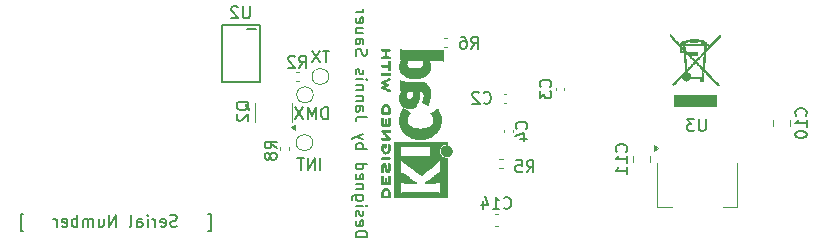
<source format=gbr>
%TF.GenerationSoftware,KiCad,Pcbnew,9.0.0*%
%TF.CreationDate,2025-03-28T00:52:52+01:00*%
%TF.ProjectId,DMX-Adapter-small-V3,444d582d-4164-4617-9074-65722d736d61,rev?*%
%TF.SameCoordinates,Original*%
%TF.FileFunction,Legend,Bot*%
%TF.FilePolarity,Positive*%
%FSLAX46Y46*%
G04 Gerber Fmt 4.6, Leading zero omitted, Abs format (unit mm)*
G04 Created by KiCad (PCBNEW 9.0.0) date 2025-03-28 00:52:52*
%MOMM*%
%LPD*%
G01*
G04 APERTURE LIST*
%ADD10C,0.150000*%
%ADD11C,0.120000*%
%ADD12C,0.200000*%
%ADD13C,0.010000*%
G04 APERTURE END LIST*
D10*
X152627506Y-45603152D02*
X152865601Y-45603152D01*
X152865601Y-45603152D02*
X152865601Y-44174580D01*
X152865601Y-44174580D02*
X152627506Y-44174580D01*
X150008457Y-45222200D02*
X149865600Y-45269819D01*
X149865600Y-45269819D02*
X149627505Y-45269819D01*
X149627505Y-45269819D02*
X149532267Y-45222200D01*
X149532267Y-45222200D02*
X149484648Y-45174580D01*
X149484648Y-45174580D02*
X149437029Y-45079342D01*
X149437029Y-45079342D02*
X149437029Y-44984104D01*
X149437029Y-44984104D02*
X149484648Y-44888866D01*
X149484648Y-44888866D02*
X149532267Y-44841247D01*
X149532267Y-44841247D02*
X149627505Y-44793628D01*
X149627505Y-44793628D02*
X149817981Y-44746009D01*
X149817981Y-44746009D02*
X149913219Y-44698390D01*
X149913219Y-44698390D02*
X149960838Y-44650771D01*
X149960838Y-44650771D02*
X150008457Y-44555533D01*
X150008457Y-44555533D02*
X150008457Y-44460295D01*
X150008457Y-44460295D02*
X149960838Y-44365057D01*
X149960838Y-44365057D02*
X149913219Y-44317438D01*
X149913219Y-44317438D02*
X149817981Y-44269819D01*
X149817981Y-44269819D02*
X149579886Y-44269819D01*
X149579886Y-44269819D02*
X149437029Y-44317438D01*
X148627505Y-45222200D02*
X148722743Y-45269819D01*
X148722743Y-45269819D02*
X148913219Y-45269819D01*
X148913219Y-45269819D02*
X149008457Y-45222200D01*
X149008457Y-45222200D02*
X149056076Y-45126961D01*
X149056076Y-45126961D02*
X149056076Y-44746009D01*
X149056076Y-44746009D02*
X149008457Y-44650771D01*
X149008457Y-44650771D02*
X148913219Y-44603152D01*
X148913219Y-44603152D02*
X148722743Y-44603152D01*
X148722743Y-44603152D02*
X148627505Y-44650771D01*
X148627505Y-44650771D02*
X148579886Y-44746009D01*
X148579886Y-44746009D02*
X148579886Y-44841247D01*
X148579886Y-44841247D02*
X149056076Y-44936485D01*
X148151314Y-45269819D02*
X148151314Y-44603152D01*
X148151314Y-44793628D02*
X148103695Y-44698390D01*
X148103695Y-44698390D02*
X148056076Y-44650771D01*
X148056076Y-44650771D02*
X147960838Y-44603152D01*
X147960838Y-44603152D02*
X147865600Y-44603152D01*
X147532266Y-45269819D02*
X147532266Y-44603152D01*
X147532266Y-44269819D02*
X147579885Y-44317438D01*
X147579885Y-44317438D02*
X147532266Y-44365057D01*
X147532266Y-44365057D02*
X147484647Y-44317438D01*
X147484647Y-44317438D02*
X147532266Y-44269819D01*
X147532266Y-44269819D02*
X147532266Y-44365057D01*
X146627505Y-45269819D02*
X146627505Y-44746009D01*
X146627505Y-44746009D02*
X146675124Y-44650771D01*
X146675124Y-44650771D02*
X146770362Y-44603152D01*
X146770362Y-44603152D02*
X146960838Y-44603152D01*
X146960838Y-44603152D02*
X147056076Y-44650771D01*
X146627505Y-45222200D02*
X146722743Y-45269819D01*
X146722743Y-45269819D02*
X146960838Y-45269819D01*
X146960838Y-45269819D02*
X147056076Y-45222200D01*
X147056076Y-45222200D02*
X147103695Y-45126961D01*
X147103695Y-45126961D02*
X147103695Y-45031723D01*
X147103695Y-45031723D02*
X147056076Y-44936485D01*
X147056076Y-44936485D02*
X146960838Y-44888866D01*
X146960838Y-44888866D02*
X146722743Y-44888866D01*
X146722743Y-44888866D02*
X146627505Y-44841247D01*
X146008457Y-45269819D02*
X146103695Y-45222200D01*
X146103695Y-45222200D02*
X146151314Y-45126961D01*
X146151314Y-45126961D02*
X146151314Y-44269819D01*
X144865599Y-45269819D02*
X144865599Y-44269819D01*
X144865599Y-44269819D02*
X144294171Y-45269819D01*
X144294171Y-45269819D02*
X144294171Y-44269819D01*
X143389409Y-44603152D02*
X143389409Y-45269819D01*
X143817980Y-44603152D02*
X143817980Y-45126961D01*
X143817980Y-45126961D02*
X143770361Y-45222200D01*
X143770361Y-45222200D02*
X143675123Y-45269819D01*
X143675123Y-45269819D02*
X143532266Y-45269819D01*
X143532266Y-45269819D02*
X143437028Y-45222200D01*
X143437028Y-45222200D02*
X143389409Y-45174580D01*
X142913218Y-45269819D02*
X142913218Y-44603152D01*
X142913218Y-44698390D02*
X142865599Y-44650771D01*
X142865599Y-44650771D02*
X142770361Y-44603152D01*
X142770361Y-44603152D02*
X142627504Y-44603152D01*
X142627504Y-44603152D02*
X142532266Y-44650771D01*
X142532266Y-44650771D02*
X142484647Y-44746009D01*
X142484647Y-44746009D02*
X142484647Y-45269819D01*
X142484647Y-44746009D02*
X142437028Y-44650771D01*
X142437028Y-44650771D02*
X142341790Y-44603152D01*
X142341790Y-44603152D02*
X142198933Y-44603152D01*
X142198933Y-44603152D02*
X142103694Y-44650771D01*
X142103694Y-44650771D02*
X142056075Y-44746009D01*
X142056075Y-44746009D02*
X142056075Y-45269819D01*
X141579885Y-45269819D02*
X141579885Y-44269819D01*
X141579885Y-44650771D02*
X141484647Y-44603152D01*
X141484647Y-44603152D02*
X141294171Y-44603152D01*
X141294171Y-44603152D02*
X141198933Y-44650771D01*
X141198933Y-44650771D02*
X141151314Y-44698390D01*
X141151314Y-44698390D02*
X141103695Y-44793628D01*
X141103695Y-44793628D02*
X141103695Y-45079342D01*
X141103695Y-45079342D02*
X141151314Y-45174580D01*
X141151314Y-45174580D02*
X141198933Y-45222200D01*
X141198933Y-45222200D02*
X141294171Y-45269819D01*
X141294171Y-45269819D02*
X141484647Y-45269819D01*
X141484647Y-45269819D02*
X141579885Y-45222200D01*
X140294171Y-45222200D02*
X140389409Y-45269819D01*
X140389409Y-45269819D02*
X140579885Y-45269819D01*
X140579885Y-45269819D02*
X140675123Y-45222200D01*
X140675123Y-45222200D02*
X140722742Y-45126961D01*
X140722742Y-45126961D02*
X140722742Y-44746009D01*
X140722742Y-44746009D02*
X140675123Y-44650771D01*
X140675123Y-44650771D02*
X140579885Y-44603152D01*
X140579885Y-44603152D02*
X140389409Y-44603152D01*
X140389409Y-44603152D02*
X140294171Y-44650771D01*
X140294171Y-44650771D02*
X140246552Y-44746009D01*
X140246552Y-44746009D02*
X140246552Y-44841247D01*
X140246552Y-44841247D02*
X140722742Y-44936485D01*
X139817980Y-45269819D02*
X139817980Y-44603152D01*
X139817980Y-44793628D02*
X139770361Y-44698390D01*
X139770361Y-44698390D02*
X139722742Y-44650771D01*
X139722742Y-44650771D02*
X139627504Y-44603152D01*
X139627504Y-44603152D02*
X139532266Y-44603152D01*
X137008455Y-45603152D02*
X136770360Y-45603152D01*
X136770360Y-45603152D02*
X136770360Y-44174580D01*
X136770360Y-44174580D02*
X137008455Y-44174580D01*
X165130180Y-46163220D02*
X166130180Y-46163220D01*
X166130180Y-46163220D02*
X166130180Y-45925125D01*
X166130180Y-45925125D02*
X166082561Y-45782268D01*
X166082561Y-45782268D02*
X165987323Y-45687030D01*
X165987323Y-45687030D02*
X165892085Y-45639411D01*
X165892085Y-45639411D02*
X165701609Y-45591792D01*
X165701609Y-45591792D02*
X165558752Y-45591792D01*
X165558752Y-45591792D02*
X165368276Y-45639411D01*
X165368276Y-45639411D02*
X165273038Y-45687030D01*
X165273038Y-45687030D02*
X165177800Y-45782268D01*
X165177800Y-45782268D02*
X165130180Y-45925125D01*
X165130180Y-45925125D02*
X165130180Y-46163220D01*
X165177800Y-44782268D02*
X165130180Y-44877506D01*
X165130180Y-44877506D02*
X165130180Y-45067982D01*
X165130180Y-45067982D02*
X165177800Y-45163220D01*
X165177800Y-45163220D02*
X165273038Y-45210839D01*
X165273038Y-45210839D02*
X165653990Y-45210839D01*
X165653990Y-45210839D02*
X165749228Y-45163220D01*
X165749228Y-45163220D02*
X165796847Y-45067982D01*
X165796847Y-45067982D02*
X165796847Y-44877506D01*
X165796847Y-44877506D02*
X165749228Y-44782268D01*
X165749228Y-44782268D02*
X165653990Y-44734649D01*
X165653990Y-44734649D02*
X165558752Y-44734649D01*
X165558752Y-44734649D02*
X165463514Y-45210839D01*
X165177800Y-44353696D02*
X165130180Y-44258458D01*
X165130180Y-44258458D02*
X165130180Y-44067982D01*
X165130180Y-44067982D02*
X165177800Y-43972744D01*
X165177800Y-43972744D02*
X165273038Y-43925125D01*
X165273038Y-43925125D02*
X165320657Y-43925125D01*
X165320657Y-43925125D02*
X165415895Y-43972744D01*
X165415895Y-43972744D02*
X165463514Y-44067982D01*
X165463514Y-44067982D02*
X165463514Y-44210839D01*
X165463514Y-44210839D02*
X165511133Y-44306077D01*
X165511133Y-44306077D02*
X165606371Y-44353696D01*
X165606371Y-44353696D02*
X165653990Y-44353696D01*
X165653990Y-44353696D02*
X165749228Y-44306077D01*
X165749228Y-44306077D02*
X165796847Y-44210839D01*
X165796847Y-44210839D02*
X165796847Y-44067982D01*
X165796847Y-44067982D02*
X165749228Y-43972744D01*
X165130180Y-43496553D02*
X165796847Y-43496553D01*
X166130180Y-43496553D02*
X166082561Y-43544172D01*
X166082561Y-43544172D02*
X166034942Y-43496553D01*
X166034942Y-43496553D02*
X166082561Y-43448934D01*
X166082561Y-43448934D02*
X166130180Y-43496553D01*
X166130180Y-43496553D02*
X166034942Y-43496553D01*
X165796847Y-42591792D02*
X164987323Y-42591792D01*
X164987323Y-42591792D02*
X164892085Y-42639411D01*
X164892085Y-42639411D02*
X164844466Y-42687030D01*
X164844466Y-42687030D02*
X164796847Y-42782268D01*
X164796847Y-42782268D02*
X164796847Y-42925125D01*
X164796847Y-42925125D02*
X164844466Y-43020363D01*
X165177800Y-42591792D02*
X165130180Y-42687030D01*
X165130180Y-42687030D02*
X165130180Y-42877506D01*
X165130180Y-42877506D02*
X165177800Y-42972744D01*
X165177800Y-42972744D02*
X165225419Y-43020363D01*
X165225419Y-43020363D02*
X165320657Y-43067982D01*
X165320657Y-43067982D02*
X165606371Y-43067982D01*
X165606371Y-43067982D02*
X165701609Y-43020363D01*
X165701609Y-43020363D02*
X165749228Y-42972744D01*
X165749228Y-42972744D02*
X165796847Y-42877506D01*
X165796847Y-42877506D02*
X165796847Y-42687030D01*
X165796847Y-42687030D02*
X165749228Y-42591792D01*
X165796847Y-42115601D02*
X165130180Y-42115601D01*
X165701609Y-42115601D02*
X165749228Y-42067982D01*
X165749228Y-42067982D02*
X165796847Y-41972744D01*
X165796847Y-41972744D02*
X165796847Y-41829887D01*
X165796847Y-41829887D02*
X165749228Y-41734649D01*
X165749228Y-41734649D02*
X165653990Y-41687030D01*
X165653990Y-41687030D02*
X165130180Y-41687030D01*
X165177800Y-40829887D02*
X165130180Y-40925125D01*
X165130180Y-40925125D02*
X165130180Y-41115601D01*
X165130180Y-41115601D02*
X165177800Y-41210839D01*
X165177800Y-41210839D02*
X165273038Y-41258458D01*
X165273038Y-41258458D02*
X165653990Y-41258458D01*
X165653990Y-41258458D02*
X165749228Y-41210839D01*
X165749228Y-41210839D02*
X165796847Y-41115601D01*
X165796847Y-41115601D02*
X165796847Y-40925125D01*
X165796847Y-40925125D02*
X165749228Y-40829887D01*
X165749228Y-40829887D02*
X165653990Y-40782268D01*
X165653990Y-40782268D02*
X165558752Y-40782268D01*
X165558752Y-40782268D02*
X165463514Y-41258458D01*
X165130180Y-39925125D02*
X166130180Y-39925125D01*
X165177800Y-39925125D02*
X165130180Y-40020363D01*
X165130180Y-40020363D02*
X165130180Y-40210839D01*
X165130180Y-40210839D02*
X165177800Y-40306077D01*
X165177800Y-40306077D02*
X165225419Y-40353696D01*
X165225419Y-40353696D02*
X165320657Y-40401315D01*
X165320657Y-40401315D02*
X165606371Y-40401315D01*
X165606371Y-40401315D02*
X165701609Y-40353696D01*
X165701609Y-40353696D02*
X165749228Y-40306077D01*
X165749228Y-40306077D02*
X165796847Y-40210839D01*
X165796847Y-40210839D02*
X165796847Y-40020363D01*
X165796847Y-40020363D02*
X165749228Y-39925125D01*
X165130180Y-38687029D02*
X166130180Y-38687029D01*
X165749228Y-38687029D02*
X165796847Y-38591791D01*
X165796847Y-38591791D02*
X165796847Y-38401315D01*
X165796847Y-38401315D02*
X165749228Y-38306077D01*
X165749228Y-38306077D02*
X165701609Y-38258458D01*
X165701609Y-38258458D02*
X165606371Y-38210839D01*
X165606371Y-38210839D02*
X165320657Y-38210839D01*
X165320657Y-38210839D02*
X165225419Y-38258458D01*
X165225419Y-38258458D02*
X165177800Y-38306077D01*
X165177800Y-38306077D02*
X165130180Y-38401315D01*
X165130180Y-38401315D02*
X165130180Y-38591791D01*
X165130180Y-38591791D02*
X165177800Y-38687029D01*
X165796847Y-37877505D02*
X165130180Y-37639410D01*
X165796847Y-37401315D02*
X165130180Y-37639410D01*
X165130180Y-37639410D02*
X164892085Y-37734648D01*
X164892085Y-37734648D02*
X164844466Y-37782267D01*
X164844466Y-37782267D02*
X164796847Y-37877505D01*
X166130180Y-35972743D02*
X165415895Y-35972743D01*
X165415895Y-35972743D02*
X165273038Y-36020362D01*
X165273038Y-36020362D02*
X165177800Y-36115600D01*
X165177800Y-36115600D02*
X165130180Y-36258457D01*
X165130180Y-36258457D02*
X165130180Y-36353695D01*
X165130180Y-35067981D02*
X165653990Y-35067981D01*
X165653990Y-35067981D02*
X165749228Y-35115600D01*
X165749228Y-35115600D02*
X165796847Y-35210838D01*
X165796847Y-35210838D02*
X165796847Y-35401314D01*
X165796847Y-35401314D02*
X165749228Y-35496552D01*
X165177800Y-35067981D02*
X165130180Y-35163219D01*
X165130180Y-35163219D02*
X165130180Y-35401314D01*
X165130180Y-35401314D02*
X165177800Y-35496552D01*
X165177800Y-35496552D02*
X165273038Y-35544171D01*
X165273038Y-35544171D02*
X165368276Y-35544171D01*
X165368276Y-35544171D02*
X165463514Y-35496552D01*
X165463514Y-35496552D02*
X165511133Y-35401314D01*
X165511133Y-35401314D02*
X165511133Y-35163219D01*
X165511133Y-35163219D02*
X165558752Y-35067981D01*
X165796847Y-34591790D02*
X165130180Y-34591790D01*
X165701609Y-34591790D02*
X165749228Y-34544171D01*
X165749228Y-34544171D02*
X165796847Y-34448933D01*
X165796847Y-34448933D02*
X165796847Y-34306076D01*
X165796847Y-34306076D02*
X165749228Y-34210838D01*
X165749228Y-34210838D02*
X165653990Y-34163219D01*
X165653990Y-34163219D02*
X165130180Y-34163219D01*
X165796847Y-33687028D02*
X165130180Y-33687028D01*
X165701609Y-33687028D02*
X165749228Y-33639409D01*
X165749228Y-33639409D02*
X165796847Y-33544171D01*
X165796847Y-33544171D02*
X165796847Y-33401314D01*
X165796847Y-33401314D02*
X165749228Y-33306076D01*
X165749228Y-33306076D02*
X165653990Y-33258457D01*
X165653990Y-33258457D02*
X165130180Y-33258457D01*
X165130180Y-32782266D02*
X165796847Y-32782266D01*
X166130180Y-32782266D02*
X166082561Y-32829885D01*
X166082561Y-32829885D02*
X166034942Y-32782266D01*
X166034942Y-32782266D02*
X166082561Y-32734647D01*
X166082561Y-32734647D02*
X166130180Y-32782266D01*
X166130180Y-32782266D02*
X166034942Y-32782266D01*
X165177800Y-32353695D02*
X165130180Y-32258457D01*
X165130180Y-32258457D02*
X165130180Y-32067981D01*
X165130180Y-32067981D02*
X165177800Y-31972743D01*
X165177800Y-31972743D02*
X165273038Y-31925124D01*
X165273038Y-31925124D02*
X165320657Y-31925124D01*
X165320657Y-31925124D02*
X165415895Y-31972743D01*
X165415895Y-31972743D02*
X165463514Y-32067981D01*
X165463514Y-32067981D02*
X165463514Y-32210838D01*
X165463514Y-32210838D02*
X165511133Y-32306076D01*
X165511133Y-32306076D02*
X165606371Y-32353695D01*
X165606371Y-32353695D02*
X165653990Y-32353695D01*
X165653990Y-32353695D02*
X165749228Y-32306076D01*
X165749228Y-32306076D02*
X165796847Y-32210838D01*
X165796847Y-32210838D02*
X165796847Y-32067981D01*
X165796847Y-32067981D02*
X165749228Y-31972743D01*
X165177800Y-30782266D02*
X165130180Y-30639409D01*
X165130180Y-30639409D02*
X165130180Y-30401314D01*
X165130180Y-30401314D02*
X165177800Y-30306076D01*
X165177800Y-30306076D02*
X165225419Y-30258457D01*
X165225419Y-30258457D02*
X165320657Y-30210838D01*
X165320657Y-30210838D02*
X165415895Y-30210838D01*
X165415895Y-30210838D02*
X165511133Y-30258457D01*
X165511133Y-30258457D02*
X165558752Y-30306076D01*
X165558752Y-30306076D02*
X165606371Y-30401314D01*
X165606371Y-30401314D02*
X165653990Y-30591790D01*
X165653990Y-30591790D02*
X165701609Y-30687028D01*
X165701609Y-30687028D02*
X165749228Y-30734647D01*
X165749228Y-30734647D02*
X165844466Y-30782266D01*
X165844466Y-30782266D02*
X165939704Y-30782266D01*
X165939704Y-30782266D02*
X166034942Y-30734647D01*
X166034942Y-30734647D02*
X166082561Y-30687028D01*
X166082561Y-30687028D02*
X166130180Y-30591790D01*
X166130180Y-30591790D02*
X166130180Y-30353695D01*
X166130180Y-30353695D02*
X166082561Y-30210838D01*
X165130180Y-29353695D02*
X165653990Y-29353695D01*
X165653990Y-29353695D02*
X165749228Y-29401314D01*
X165749228Y-29401314D02*
X165796847Y-29496552D01*
X165796847Y-29496552D02*
X165796847Y-29687028D01*
X165796847Y-29687028D02*
X165749228Y-29782266D01*
X165177800Y-29353695D02*
X165130180Y-29448933D01*
X165130180Y-29448933D02*
X165130180Y-29687028D01*
X165130180Y-29687028D02*
X165177800Y-29782266D01*
X165177800Y-29782266D02*
X165273038Y-29829885D01*
X165273038Y-29829885D02*
X165368276Y-29829885D01*
X165368276Y-29829885D02*
X165463514Y-29782266D01*
X165463514Y-29782266D02*
X165511133Y-29687028D01*
X165511133Y-29687028D02*
X165511133Y-29448933D01*
X165511133Y-29448933D02*
X165558752Y-29353695D01*
X165796847Y-28448933D02*
X165130180Y-28448933D01*
X165796847Y-28877504D02*
X165273038Y-28877504D01*
X165273038Y-28877504D02*
X165177800Y-28829885D01*
X165177800Y-28829885D02*
X165130180Y-28734647D01*
X165130180Y-28734647D02*
X165130180Y-28591790D01*
X165130180Y-28591790D02*
X165177800Y-28496552D01*
X165177800Y-28496552D02*
X165225419Y-28448933D01*
X165177800Y-27591790D02*
X165130180Y-27687028D01*
X165130180Y-27687028D02*
X165130180Y-27877504D01*
X165130180Y-27877504D02*
X165177800Y-27972742D01*
X165177800Y-27972742D02*
X165273038Y-28020361D01*
X165273038Y-28020361D02*
X165653990Y-28020361D01*
X165653990Y-28020361D02*
X165749228Y-27972742D01*
X165749228Y-27972742D02*
X165796847Y-27877504D01*
X165796847Y-27877504D02*
X165796847Y-27687028D01*
X165796847Y-27687028D02*
X165749228Y-27591790D01*
X165749228Y-27591790D02*
X165653990Y-27544171D01*
X165653990Y-27544171D02*
X165558752Y-27544171D01*
X165558752Y-27544171D02*
X165463514Y-28020361D01*
X165130180Y-27115599D02*
X165796847Y-27115599D01*
X165606371Y-27115599D02*
X165701609Y-27067980D01*
X165701609Y-27067980D02*
X165749228Y-27020361D01*
X165749228Y-27020361D02*
X165796847Y-26925123D01*
X165796847Y-26925123D02*
X165796847Y-26829885D01*
X162154761Y-40454819D02*
X162154761Y-39454819D01*
X161678571Y-40454819D02*
X161678571Y-39454819D01*
X161678571Y-39454819D02*
X161107143Y-40454819D01*
X161107143Y-40454819D02*
X161107143Y-39454819D01*
X160773809Y-39454819D02*
X160202381Y-39454819D01*
X160488095Y-40454819D02*
X160488095Y-39454819D01*
X162759523Y-36154819D02*
X162759523Y-35154819D01*
X162759523Y-35154819D02*
X162521428Y-35154819D01*
X162521428Y-35154819D02*
X162378571Y-35202438D01*
X162378571Y-35202438D02*
X162283333Y-35297676D01*
X162283333Y-35297676D02*
X162235714Y-35392914D01*
X162235714Y-35392914D02*
X162188095Y-35583390D01*
X162188095Y-35583390D02*
X162188095Y-35726247D01*
X162188095Y-35726247D02*
X162235714Y-35916723D01*
X162235714Y-35916723D02*
X162283333Y-36011961D01*
X162283333Y-36011961D02*
X162378571Y-36107200D01*
X162378571Y-36107200D02*
X162521428Y-36154819D01*
X162521428Y-36154819D02*
X162759523Y-36154819D01*
X161759523Y-36154819D02*
X161759523Y-35154819D01*
X161759523Y-35154819D02*
X161426190Y-35869104D01*
X161426190Y-35869104D02*
X161092857Y-35154819D01*
X161092857Y-35154819D02*
X161092857Y-36154819D01*
X160711904Y-35154819D02*
X160045238Y-36154819D01*
X160045238Y-35154819D02*
X160711904Y-36154819D01*
X162911904Y-30354819D02*
X162340476Y-30354819D01*
X162626190Y-31354819D02*
X162626190Y-30354819D01*
X162102380Y-30354819D02*
X161435714Y-31354819D01*
X161435714Y-30354819D02*
X162102380Y-31354819D01*
X179616666Y-40654819D02*
X179949999Y-40178628D01*
X180188094Y-40654819D02*
X180188094Y-39654819D01*
X180188094Y-39654819D02*
X179807142Y-39654819D01*
X179807142Y-39654819D02*
X179711904Y-39702438D01*
X179711904Y-39702438D02*
X179664285Y-39750057D01*
X179664285Y-39750057D02*
X179616666Y-39845295D01*
X179616666Y-39845295D02*
X179616666Y-39988152D01*
X179616666Y-39988152D02*
X179664285Y-40083390D01*
X179664285Y-40083390D02*
X179711904Y-40131009D01*
X179711904Y-40131009D02*
X179807142Y-40178628D01*
X179807142Y-40178628D02*
X180188094Y-40178628D01*
X178711904Y-39654819D02*
X179188094Y-39654819D01*
X179188094Y-39654819D02*
X179235713Y-40131009D01*
X179235713Y-40131009D02*
X179188094Y-40083390D01*
X179188094Y-40083390D02*
X179092856Y-40035771D01*
X179092856Y-40035771D02*
X178854761Y-40035771D01*
X178854761Y-40035771D02*
X178759523Y-40083390D01*
X178759523Y-40083390D02*
X178711904Y-40131009D01*
X178711904Y-40131009D02*
X178664285Y-40226247D01*
X178664285Y-40226247D02*
X178664285Y-40464342D01*
X178664285Y-40464342D02*
X178711904Y-40559580D01*
X178711904Y-40559580D02*
X178759523Y-40607200D01*
X178759523Y-40607200D02*
X178854761Y-40654819D01*
X178854761Y-40654819D02*
X179092856Y-40654819D01*
X179092856Y-40654819D02*
X179188094Y-40607200D01*
X179188094Y-40607200D02*
X179235713Y-40559580D01*
X177692857Y-43659580D02*
X177740476Y-43707200D01*
X177740476Y-43707200D02*
X177883333Y-43754819D01*
X177883333Y-43754819D02*
X177978571Y-43754819D01*
X177978571Y-43754819D02*
X178121428Y-43707200D01*
X178121428Y-43707200D02*
X178216666Y-43611961D01*
X178216666Y-43611961D02*
X178264285Y-43516723D01*
X178264285Y-43516723D02*
X178311904Y-43326247D01*
X178311904Y-43326247D02*
X178311904Y-43183390D01*
X178311904Y-43183390D02*
X178264285Y-42992914D01*
X178264285Y-42992914D02*
X178216666Y-42897676D01*
X178216666Y-42897676D02*
X178121428Y-42802438D01*
X178121428Y-42802438D02*
X177978571Y-42754819D01*
X177978571Y-42754819D02*
X177883333Y-42754819D01*
X177883333Y-42754819D02*
X177740476Y-42802438D01*
X177740476Y-42802438D02*
X177692857Y-42850057D01*
X176740476Y-43754819D02*
X177311904Y-43754819D01*
X177026190Y-43754819D02*
X177026190Y-42754819D01*
X177026190Y-42754819D02*
X177121428Y-42897676D01*
X177121428Y-42897676D02*
X177216666Y-42992914D01*
X177216666Y-42992914D02*
X177311904Y-43040533D01*
X175883333Y-43088152D02*
X175883333Y-43754819D01*
X176121428Y-42707200D02*
X176359523Y-43421485D01*
X176359523Y-43421485D02*
X175740476Y-43421485D01*
X160366666Y-31804819D02*
X160699999Y-31328628D01*
X160938094Y-31804819D02*
X160938094Y-30804819D01*
X160938094Y-30804819D02*
X160557142Y-30804819D01*
X160557142Y-30804819D02*
X160461904Y-30852438D01*
X160461904Y-30852438D02*
X160414285Y-30900057D01*
X160414285Y-30900057D02*
X160366666Y-30995295D01*
X160366666Y-30995295D02*
X160366666Y-31138152D01*
X160366666Y-31138152D02*
X160414285Y-31233390D01*
X160414285Y-31233390D02*
X160461904Y-31281009D01*
X160461904Y-31281009D02*
X160557142Y-31328628D01*
X160557142Y-31328628D02*
X160938094Y-31328628D01*
X159985713Y-30900057D02*
X159938094Y-30852438D01*
X159938094Y-30852438D02*
X159842856Y-30804819D01*
X159842856Y-30804819D02*
X159604761Y-30804819D01*
X159604761Y-30804819D02*
X159509523Y-30852438D01*
X159509523Y-30852438D02*
X159461904Y-30900057D01*
X159461904Y-30900057D02*
X159414285Y-30995295D01*
X159414285Y-30995295D02*
X159414285Y-31090533D01*
X159414285Y-31090533D02*
X159461904Y-31233390D01*
X159461904Y-31233390D02*
X160033332Y-31804819D01*
X160033332Y-31804819D02*
X159414285Y-31804819D01*
X156161904Y-26604819D02*
X156161904Y-27414342D01*
X156161904Y-27414342D02*
X156114285Y-27509580D01*
X156114285Y-27509580D02*
X156066666Y-27557200D01*
X156066666Y-27557200D02*
X155971428Y-27604819D01*
X155971428Y-27604819D02*
X155780952Y-27604819D01*
X155780952Y-27604819D02*
X155685714Y-27557200D01*
X155685714Y-27557200D02*
X155638095Y-27509580D01*
X155638095Y-27509580D02*
X155590476Y-27414342D01*
X155590476Y-27414342D02*
X155590476Y-26604819D01*
X155161904Y-26700057D02*
X155114285Y-26652438D01*
X155114285Y-26652438D02*
X155019047Y-26604819D01*
X155019047Y-26604819D02*
X154780952Y-26604819D01*
X154780952Y-26604819D02*
X154685714Y-26652438D01*
X154685714Y-26652438D02*
X154638095Y-26700057D01*
X154638095Y-26700057D02*
X154590476Y-26795295D01*
X154590476Y-26795295D02*
X154590476Y-26890533D01*
X154590476Y-26890533D02*
X154638095Y-27033390D01*
X154638095Y-27033390D02*
X155209523Y-27604819D01*
X155209523Y-27604819D02*
X154590476Y-27604819D01*
X158454819Y-38633333D02*
X157978628Y-38300000D01*
X158454819Y-38061905D02*
X157454819Y-38061905D01*
X157454819Y-38061905D02*
X157454819Y-38442857D01*
X157454819Y-38442857D02*
X157502438Y-38538095D01*
X157502438Y-38538095D02*
X157550057Y-38585714D01*
X157550057Y-38585714D02*
X157645295Y-38633333D01*
X157645295Y-38633333D02*
X157788152Y-38633333D01*
X157788152Y-38633333D02*
X157883390Y-38585714D01*
X157883390Y-38585714D02*
X157931009Y-38538095D01*
X157931009Y-38538095D02*
X157978628Y-38442857D01*
X157978628Y-38442857D02*
X157978628Y-38061905D01*
X157883390Y-39204762D02*
X157835771Y-39109524D01*
X157835771Y-39109524D02*
X157788152Y-39061905D01*
X157788152Y-39061905D02*
X157692914Y-39014286D01*
X157692914Y-39014286D02*
X157645295Y-39014286D01*
X157645295Y-39014286D02*
X157550057Y-39061905D01*
X157550057Y-39061905D02*
X157502438Y-39109524D01*
X157502438Y-39109524D02*
X157454819Y-39204762D01*
X157454819Y-39204762D02*
X157454819Y-39395238D01*
X157454819Y-39395238D02*
X157502438Y-39490476D01*
X157502438Y-39490476D02*
X157550057Y-39538095D01*
X157550057Y-39538095D02*
X157645295Y-39585714D01*
X157645295Y-39585714D02*
X157692914Y-39585714D01*
X157692914Y-39585714D02*
X157788152Y-39538095D01*
X157788152Y-39538095D02*
X157835771Y-39490476D01*
X157835771Y-39490476D02*
X157883390Y-39395238D01*
X157883390Y-39395238D02*
X157883390Y-39204762D01*
X157883390Y-39204762D02*
X157931009Y-39109524D01*
X157931009Y-39109524D02*
X157978628Y-39061905D01*
X157978628Y-39061905D02*
X158073866Y-39014286D01*
X158073866Y-39014286D02*
X158264342Y-39014286D01*
X158264342Y-39014286D02*
X158359580Y-39061905D01*
X158359580Y-39061905D02*
X158407200Y-39109524D01*
X158407200Y-39109524D02*
X158454819Y-39204762D01*
X158454819Y-39204762D02*
X158454819Y-39395238D01*
X158454819Y-39395238D02*
X158407200Y-39490476D01*
X158407200Y-39490476D02*
X158359580Y-39538095D01*
X158359580Y-39538095D02*
X158264342Y-39585714D01*
X158264342Y-39585714D02*
X158073866Y-39585714D01*
X158073866Y-39585714D02*
X157978628Y-39538095D01*
X157978628Y-39538095D02*
X157931009Y-39490476D01*
X157931009Y-39490476D02*
X157883390Y-39395238D01*
X156150057Y-35404761D02*
X156102438Y-35309523D01*
X156102438Y-35309523D02*
X156007200Y-35214285D01*
X156007200Y-35214285D02*
X155864342Y-35071428D01*
X155864342Y-35071428D02*
X155816723Y-34976190D01*
X155816723Y-34976190D02*
X155816723Y-34880952D01*
X156054819Y-34928571D02*
X156007200Y-34833333D01*
X156007200Y-34833333D02*
X155911961Y-34738095D01*
X155911961Y-34738095D02*
X155721485Y-34690476D01*
X155721485Y-34690476D02*
X155388152Y-34690476D01*
X155388152Y-34690476D02*
X155197676Y-34738095D01*
X155197676Y-34738095D02*
X155102438Y-34833333D01*
X155102438Y-34833333D02*
X155054819Y-34928571D01*
X155054819Y-34928571D02*
X155054819Y-35119047D01*
X155054819Y-35119047D02*
X155102438Y-35214285D01*
X155102438Y-35214285D02*
X155197676Y-35309523D01*
X155197676Y-35309523D02*
X155388152Y-35357142D01*
X155388152Y-35357142D02*
X155721485Y-35357142D01*
X155721485Y-35357142D02*
X155911961Y-35309523D01*
X155911961Y-35309523D02*
X156007200Y-35214285D01*
X156007200Y-35214285D02*
X156054819Y-35119047D01*
X156054819Y-35119047D02*
X156054819Y-34928571D01*
X155150057Y-35738095D02*
X155102438Y-35785714D01*
X155102438Y-35785714D02*
X155054819Y-35880952D01*
X155054819Y-35880952D02*
X155054819Y-36119047D01*
X155054819Y-36119047D02*
X155102438Y-36214285D01*
X155102438Y-36214285D02*
X155150057Y-36261904D01*
X155150057Y-36261904D02*
X155245295Y-36309523D01*
X155245295Y-36309523D02*
X155340533Y-36309523D01*
X155340533Y-36309523D02*
X155483390Y-36261904D01*
X155483390Y-36261904D02*
X156054819Y-35690476D01*
X156054819Y-35690476D02*
X156054819Y-36309523D01*
X175966666Y-34759580D02*
X176014285Y-34807200D01*
X176014285Y-34807200D02*
X176157142Y-34854819D01*
X176157142Y-34854819D02*
X176252380Y-34854819D01*
X176252380Y-34854819D02*
X176395237Y-34807200D01*
X176395237Y-34807200D02*
X176490475Y-34711961D01*
X176490475Y-34711961D02*
X176538094Y-34616723D01*
X176538094Y-34616723D02*
X176585713Y-34426247D01*
X176585713Y-34426247D02*
X176585713Y-34283390D01*
X176585713Y-34283390D02*
X176538094Y-34092914D01*
X176538094Y-34092914D02*
X176490475Y-33997676D01*
X176490475Y-33997676D02*
X176395237Y-33902438D01*
X176395237Y-33902438D02*
X176252380Y-33854819D01*
X176252380Y-33854819D02*
X176157142Y-33854819D01*
X176157142Y-33854819D02*
X176014285Y-33902438D01*
X176014285Y-33902438D02*
X175966666Y-33950057D01*
X175585713Y-33950057D02*
X175538094Y-33902438D01*
X175538094Y-33902438D02*
X175442856Y-33854819D01*
X175442856Y-33854819D02*
X175204761Y-33854819D01*
X175204761Y-33854819D02*
X175109523Y-33902438D01*
X175109523Y-33902438D02*
X175061904Y-33950057D01*
X175061904Y-33950057D02*
X175014285Y-34045295D01*
X175014285Y-34045295D02*
X175014285Y-34140533D01*
X175014285Y-34140533D02*
X175061904Y-34283390D01*
X175061904Y-34283390D02*
X175633332Y-34854819D01*
X175633332Y-34854819D02*
X175014285Y-34854819D01*
X179589580Y-36983333D02*
X179637200Y-36935714D01*
X179637200Y-36935714D02*
X179684819Y-36792857D01*
X179684819Y-36792857D02*
X179684819Y-36697619D01*
X179684819Y-36697619D02*
X179637200Y-36554762D01*
X179637200Y-36554762D02*
X179541961Y-36459524D01*
X179541961Y-36459524D02*
X179446723Y-36411905D01*
X179446723Y-36411905D02*
X179256247Y-36364286D01*
X179256247Y-36364286D02*
X179113390Y-36364286D01*
X179113390Y-36364286D02*
X178922914Y-36411905D01*
X178922914Y-36411905D02*
X178827676Y-36459524D01*
X178827676Y-36459524D02*
X178732438Y-36554762D01*
X178732438Y-36554762D02*
X178684819Y-36697619D01*
X178684819Y-36697619D02*
X178684819Y-36792857D01*
X178684819Y-36792857D02*
X178732438Y-36935714D01*
X178732438Y-36935714D02*
X178780057Y-36983333D01*
X179018152Y-37840476D02*
X179684819Y-37840476D01*
X178637200Y-37602381D02*
X179351485Y-37364286D01*
X179351485Y-37364286D02*
X179351485Y-37983333D01*
X194761904Y-36154819D02*
X194761904Y-36964342D01*
X194761904Y-36964342D02*
X194714285Y-37059580D01*
X194714285Y-37059580D02*
X194666666Y-37107200D01*
X194666666Y-37107200D02*
X194571428Y-37154819D01*
X194571428Y-37154819D02*
X194380952Y-37154819D01*
X194380952Y-37154819D02*
X194285714Y-37107200D01*
X194285714Y-37107200D02*
X194238095Y-37059580D01*
X194238095Y-37059580D02*
X194190476Y-36964342D01*
X194190476Y-36964342D02*
X194190476Y-36154819D01*
X193809523Y-36154819D02*
X193190476Y-36154819D01*
X193190476Y-36154819D02*
X193523809Y-36535771D01*
X193523809Y-36535771D02*
X193380952Y-36535771D01*
X193380952Y-36535771D02*
X193285714Y-36583390D01*
X193285714Y-36583390D02*
X193238095Y-36631009D01*
X193238095Y-36631009D02*
X193190476Y-36726247D01*
X193190476Y-36726247D02*
X193190476Y-36964342D01*
X193190476Y-36964342D02*
X193238095Y-37059580D01*
X193238095Y-37059580D02*
X193285714Y-37107200D01*
X193285714Y-37107200D02*
X193380952Y-37154819D01*
X193380952Y-37154819D02*
X193666666Y-37154819D01*
X193666666Y-37154819D02*
X193761904Y-37107200D01*
X193761904Y-37107200D02*
X193809523Y-37059580D01*
X174916666Y-30179819D02*
X175249999Y-29703628D01*
X175488094Y-30179819D02*
X175488094Y-29179819D01*
X175488094Y-29179819D02*
X175107142Y-29179819D01*
X175107142Y-29179819D02*
X175011904Y-29227438D01*
X175011904Y-29227438D02*
X174964285Y-29275057D01*
X174964285Y-29275057D02*
X174916666Y-29370295D01*
X174916666Y-29370295D02*
X174916666Y-29513152D01*
X174916666Y-29513152D02*
X174964285Y-29608390D01*
X174964285Y-29608390D02*
X175011904Y-29656009D01*
X175011904Y-29656009D02*
X175107142Y-29703628D01*
X175107142Y-29703628D02*
X175488094Y-29703628D01*
X174059523Y-29179819D02*
X174249999Y-29179819D01*
X174249999Y-29179819D02*
X174345237Y-29227438D01*
X174345237Y-29227438D02*
X174392856Y-29275057D01*
X174392856Y-29275057D02*
X174488094Y-29417914D01*
X174488094Y-29417914D02*
X174535713Y-29608390D01*
X174535713Y-29608390D02*
X174535713Y-29989342D01*
X174535713Y-29989342D02*
X174488094Y-30084580D01*
X174488094Y-30084580D02*
X174440475Y-30132200D01*
X174440475Y-30132200D02*
X174345237Y-30179819D01*
X174345237Y-30179819D02*
X174154761Y-30179819D01*
X174154761Y-30179819D02*
X174059523Y-30132200D01*
X174059523Y-30132200D02*
X174011904Y-30084580D01*
X174011904Y-30084580D02*
X173964285Y-29989342D01*
X173964285Y-29989342D02*
X173964285Y-29751247D01*
X173964285Y-29751247D02*
X174011904Y-29656009D01*
X174011904Y-29656009D02*
X174059523Y-29608390D01*
X174059523Y-29608390D02*
X174154761Y-29560771D01*
X174154761Y-29560771D02*
X174345237Y-29560771D01*
X174345237Y-29560771D02*
X174440475Y-29608390D01*
X174440475Y-29608390D02*
X174488094Y-29656009D01*
X174488094Y-29656009D02*
X174535713Y-29751247D01*
X188059580Y-38907142D02*
X188107200Y-38859523D01*
X188107200Y-38859523D02*
X188154819Y-38716666D01*
X188154819Y-38716666D02*
X188154819Y-38621428D01*
X188154819Y-38621428D02*
X188107200Y-38478571D01*
X188107200Y-38478571D02*
X188011961Y-38383333D01*
X188011961Y-38383333D02*
X187916723Y-38335714D01*
X187916723Y-38335714D02*
X187726247Y-38288095D01*
X187726247Y-38288095D02*
X187583390Y-38288095D01*
X187583390Y-38288095D02*
X187392914Y-38335714D01*
X187392914Y-38335714D02*
X187297676Y-38383333D01*
X187297676Y-38383333D02*
X187202438Y-38478571D01*
X187202438Y-38478571D02*
X187154819Y-38621428D01*
X187154819Y-38621428D02*
X187154819Y-38716666D01*
X187154819Y-38716666D02*
X187202438Y-38859523D01*
X187202438Y-38859523D02*
X187250057Y-38907142D01*
X188154819Y-39859523D02*
X188154819Y-39288095D01*
X188154819Y-39573809D02*
X187154819Y-39573809D01*
X187154819Y-39573809D02*
X187297676Y-39478571D01*
X187297676Y-39478571D02*
X187392914Y-39383333D01*
X187392914Y-39383333D02*
X187440533Y-39288095D01*
X188154819Y-40811904D02*
X188154819Y-40240476D01*
X188154819Y-40526190D02*
X187154819Y-40526190D01*
X187154819Y-40526190D02*
X187297676Y-40430952D01*
X187297676Y-40430952D02*
X187392914Y-40335714D01*
X187392914Y-40335714D02*
X187440533Y-40240476D01*
X181619580Y-33433333D02*
X181667200Y-33385714D01*
X181667200Y-33385714D02*
X181714819Y-33242857D01*
X181714819Y-33242857D02*
X181714819Y-33147619D01*
X181714819Y-33147619D02*
X181667200Y-33004762D01*
X181667200Y-33004762D02*
X181571961Y-32909524D01*
X181571961Y-32909524D02*
X181476723Y-32861905D01*
X181476723Y-32861905D02*
X181286247Y-32814286D01*
X181286247Y-32814286D02*
X181143390Y-32814286D01*
X181143390Y-32814286D02*
X180952914Y-32861905D01*
X180952914Y-32861905D02*
X180857676Y-32909524D01*
X180857676Y-32909524D02*
X180762438Y-33004762D01*
X180762438Y-33004762D02*
X180714819Y-33147619D01*
X180714819Y-33147619D02*
X180714819Y-33242857D01*
X180714819Y-33242857D02*
X180762438Y-33385714D01*
X180762438Y-33385714D02*
X180810057Y-33433333D01*
X180714819Y-33766667D02*
X180714819Y-34385714D01*
X180714819Y-34385714D02*
X181095771Y-34052381D01*
X181095771Y-34052381D02*
X181095771Y-34195238D01*
X181095771Y-34195238D02*
X181143390Y-34290476D01*
X181143390Y-34290476D02*
X181191009Y-34338095D01*
X181191009Y-34338095D02*
X181286247Y-34385714D01*
X181286247Y-34385714D02*
X181524342Y-34385714D01*
X181524342Y-34385714D02*
X181619580Y-34338095D01*
X181619580Y-34338095D02*
X181667200Y-34290476D01*
X181667200Y-34290476D02*
X181714819Y-34195238D01*
X181714819Y-34195238D02*
X181714819Y-33909524D01*
X181714819Y-33909524D02*
X181667200Y-33814286D01*
X181667200Y-33814286D02*
X181619580Y-33766667D01*
X203239580Y-35857142D02*
X203287200Y-35809523D01*
X203287200Y-35809523D02*
X203334819Y-35666666D01*
X203334819Y-35666666D02*
X203334819Y-35571428D01*
X203334819Y-35571428D02*
X203287200Y-35428571D01*
X203287200Y-35428571D02*
X203191961Y-35333333D01*
X203191961Y-35333333D02*
X203096723Y-35285714D01*
X203096723Y-35285714D02*
X202906247Y-35238095D01*
X202906247Y-35238095D02*
X202763390Y-35238095D01*
X202763390Y-35238095D02*
X202572914Y-35285714D01*
X202572914Y-35285714D02*
X202477676Y-35333333D01*
X202477676Y-35333333D02*
X202382438Y-35428571D01*
X202382438Y-35428571D02*
X202334819Y-35571428D01*
X202334819Y-35571428D02*
X202334819Y-35666666D01*
X202334819Y-35666666D02*
X202382438Y-35809523D01*
X202382438Y-35809523D02*
X202430057Y-35857142D01*
X203334819Y-36809523D02*
X203334819Y-36238095D01*
X203334819Y-36523809D02*
X202334819Y-36523809D01*
X202334819Y-36523809D02*
X202477676Y-36428571D01*
X202477676Y-36428571D02*
X202572914Y-36333333D01*
X202572914Y-36333333D02*
X202620533Y-36238095D01*
X202334819Y-37428571D02*
X202334819Y-37523809D01*
X202334819Y-37523809D02*
X202382438Y-37619047D01*
X202382438Y-37619047D02*
X202430057Y-37666666D01*
X202430057Y-37666666D02*
X202525295Y-37714285D01*
X202525295Y-37714285D02*
X202715771Y-37761904D01*
X202715771Y-37761904D02*
X202953866Y-37761904D01*
X202953866Y-37761904D02*
X203144342Y-37714285D01*
X203144342Y-37714285D02*
X203239580Y-37666666D01*
X203239580Y-37666666D02*
X203287200Y-37619047D01*
X203287200Y-37619047D02*
X203334819Y-37523809D01*
X203334819Y-37523809D02*
X203334819Y-37428571D01*
X203334819Y-37428571D02*
X203287200Y-37333333D01*
X203287200Y-37333333D02*
X203239580Y-37285714D01*
X203239580Y-37285714D02*
X203144342Y-37238095D01*
X203144342Y-37238095D02*
X202953866Y-37190476D01*
X202953866Y-37190476D02*
X202715771Y-37190476D01*
X202715771Y-37190476D02*
X202525295Y-37238095D01*
X202525295Y-37238095D02*
X202430057Y-37285714D01*
X202430057Y-37285714D02*
X202382438Y-37333333D01*
X202382438Y-37333333D02*
X202334819Y-37428571D01*
D11*
%TO.C,TP3*%
X161500000Y-38150000D02*
G75*
G02*
X160100000Y-38150000I-700000J0D01*
G01*
X160100000Y-38150000D02*
G75*
G02*
X161500000Y-38150000I700000J0D01*
G01*
%TO.C,TP2*%
X161550000Y-34100000D02*
G75*
G02*
X160150000Y-34100000I-700000J0D01*
G01*
X160150000Y-34100000D02*
G75*
G02*
X161550000Y-34100000I700000J0D01*
G01*
%TO.C,TP1*%
X162850000Y-32550000D02*
G75*
G02*
X161450000Y-32550000I-700000J0D01*
G01*
X161450000Y-32550000D02*
G75*
G02*
X162850000Y-32550000I700000J0D01*
G01*
%TO.C,R5*%
X177613641Y-39570000D02*
X177306359Y-39570000D01*
X177613641Y-40330000D02*
X177306359Y-40330000D01*
%TO.C,C14*%
X176909420Y-45210000D02*
X177190580Y-45210000D01*
X176909420Y-44190000D02*
X177190580Y-44190000D01*
%TO.C,R2*%
X160363641Y-32170000D02*
X160056359Y-32170000D01*
X160363641Y-32930000D02*
X160056359Y-32930000D01*
D12*
%TO.C,U2*%
X153813000Y-28153000D02*
X153813000Y-33057000D01*
X153813000Y-33057000D02*
X157009000Y-33057000D01*
X156661000Y-28505000D02*
X155897500Y-28505000D01*
X157009000Y-28153000D02*
X153813000Y-28153000D01*
X157009000Y-33057000D02*
X157009000Y-28153000D01*
D11*
%TO.C,R8*%
X158770000Y-38813641D02*
X158770000Y-38506359D01*
X159530000Y-38813641D02*
X159530000Y-38506359D01*
%TO.C,Q2*%
X156590000Y-35562500D02*
X156590000Y-34762500D01*
X156590000Y-35562500D02*
X156590000Y-36362500D01*
X159710000Y-35562500D02*
X159710000Y-34762500D01*
X159710000Y-35562500D02*
X159710000Y-36362500D01*
X159990000Y-37102500D02*
X159660000Y-36862500D01*
X159990000Y-36622500D01*
X159990000Y-37102500D01*
G36*
X159990000Y-37102500D02*
G01*
X159660000Y-36862500D01*
X159990000Y-36622500D01*
X159990000Y-37102500D01*
G37*
%TO.C,C2*%
X177682164Y-34070000D02*
X177897836Y-34070000D01*
X177682164Y-34790000D02*
X177897836Y-34790000D01*
%TO.C,C4*%
X177710000Y-37257836D02*
X177710000Y-37042164D01*
X178430000Y-37257836D02*
X178430000Y-37042164D01*
%TO.C,U3*%
X190640000Y-39875000D02*
X190640000Y-43635000D01*
X190640000Y-43635000D02*
X191900000Y-43635000D01*
X197460000Y-39875000D02*
X197460000Y-43635000D01*
X197460000Y-43635000D02*
X196200000Y-43635000D01*
X190740000Y-38595000D02*
X190410000Y-38835000D01*
X190410000Y-38355000D01*
X190740000Y-38595000D01*
G36*
X190740000Y-38595000D02*
G01*
X190410000Y-38835000D01*
X190410000Y-38355000D01*
X190740000Y-38595000D01*
G37*
%TO.C,R6*%
X172606359Y-29295000D02*
X172913641Y-29295000D01*
X172606359Y-30055000D02*
X172913641Y-30055000D01*
D13*
%TO.C,REF\u002A\u002A*%
X195612971Y-35017822D02*
X192092178Y-35017822D01*
X192092178Y-34150198D01*
X195612971Y-34150198D01*
X195612971Y-35017822D01*
G36*
X195612971Y-35017822D02*
G01*
X192092178Y-35017822D01*
X192092178Y-34150198D01*
X195612971Y-34150198D01*
X195612971Y-35017822D01*
G37*
X194581894Y-29475718D02*
X194582388Y-29488668D01*
X194588819Y-29510411D01*
X194607123Y-29528851D01*
X194642830Y-29550801D01*
X194674174Y-29570854D01*
X194721893Y-29609356D01*
X194765138Y-29652579D01*
X194798219Y-29694627D01*
X194815442Y-29729604D01*
X194819662Y-29743081D01*
X194827480Y-29752334D01*
X194830116Y-29755454D01*
X194851662Y-29760696D01*
X194891314Y-29761782D01*
X194959109Y-29761782D01*
X194959109Y-29874951D01*
X194799577Y-29874951D01*
X194784682Y-30052732D01*
X194782682Y-30077037D01*
X194778023Y-30137880D01*
X194774731Y-30187389D01*
X194773092Y-30220992D01*
X194773390Y-30234116D01*
X194777724Y-30230343D01*
X194797496Y-30210676D01*
X194831679Y-30175818D01*
X194878541Y-30127576D01*
X194936354Y-30067757D01*
X195003387Y-29998167D01*
X195077912Y-29920615D01*
X195158197Y-29836907D01*
X195242513Y-29748849D01*
X195329130Y-29658250D01*
X195416319Y-29566915D01*
X195502349Y-29476653D01*
X195585492Y-29389269D01*
X195664016Y-29306572D01*
X195736192Y-29230368D01*
X195800291Y-29162463D01*
X195854583Y-29104666D01*
X195951592Y-29001040D01*
X195952034Y-29089315D01*
X195952475Y-29177589D01*
X195351938Y-29809158D01*
X194751401Y-30440726D01*
X194739396Y-30584674D01*
X194691365Y-31160635D01*
X194682876Y-31262791D01*
X194672343Y-31390612D01*
X194662621Y-31509767D01*
X194653898Y-31617914D01*
X194646358Y-31712713D01*
X194640187Y-31791819D01*
X194635573Y-31852892D01*
X194632700Y-31893590D01*
X194631754Y-31911570D01*
X194634251Y-31919808D01*
X194645471Y-31937599D01*
X194666751Y-31964411D01*
X194677021Y-31976129D01*
X194699225Y-32001466D01*
X194744023Y-32049986D01*
X194802281Y-32111192D01*
X194875129Y-32186307D01*
X194963703Y-32276550D01*
X195069134Y-32383145D01*
X195138492Y-32453093D01*
X195235179Y-32550658D01*
X195331526Y-32647941D01*
X195424638Y-32742014D01*
X195511618Y-32829950D01*
X195589569Y-32908820D01*
X195655596Y-32975699D01*
X195706802Y-33027658D01*
X195907514Y-33231620D01*
X195871058Y-33269671D01*
X195862460Y-33278245D01*
X195837095Y-33299297D01*
X195819695Y-33307723D01*
X195806071Y-33300530D01*
X195780743Y-33278944D01*
X195750379Y-33247995D01*
X195731896Y-33228448D01*
X195697427Y-33192752D01*
X195648712Y-33142684D01*
X195587469Y-33080001D01*
X195515420Y-33006457D01*
X195434285Y-32923810D01*
X195345784Y-32833815D01*
X195251637Y-32738228D01*
X195153565Y-32638805D01*
X194611161Y-32089343D01*
X194589066Y-32374746D01*
X194584250Y-32435662D01*
X194577216Y-32517548D01*
X194570872Y-32579569D01*
X194564748Y-32624987D01*
X194558373Y-32657062D01*
X194551277Y-32679052D01*
X194542991Y-32694219D01*
X194531393Y-32715416D01*
X194521850Y-32754386D01*
X194519010Y-32810531D01*
X194519010Y-32892773D01*
X194292674Y-32892773D01*
X194292674Y-32716733D01*
X193447082Y-32716733D01*
X193398203Y-32772262D01*
X193384836Y-32786722D01*
X193312388Y-32844813D01*
X193230532Y-32880576D01*
X193141900Y-32892773D01*
X193063692Y-32886306D01*
X192975233Y-32859047D01*
X192899507Y-32810328D01*
X192884748Y-32796403D01*
X192847864Y-32751328D01*
X192815503Y-32698819D01*
X192792297Y-32647061D01*
X192782879Y-32604239D01*
X192782697Y-32598023D01*
X192781342Y-32575246D01*
X192777800Y-32559513D01*
X192770390Y-32552068D01*
X192757431Y-32554156D01*
X192737243Y-32567020D01*
X192708145Y-32591905D01*
X192668456Y-32630053D01*
X192616496Y-32682710D01*
X192550584Y-32751119D01*
X192469040Y-32836524D01*
X192425604Y-32882112D01*
X192353000Y-32958441D01*
X192284309Y-33030808D01*
X192222223Y-33096366D01*
X192169434Y-33152274D01*
X192128634Y-33195686D01*
X192102515Y-33223758D01*
X192031119Y-33301436D01*
X191942863Y-33213416D01*
X192488690Y-32641287D01*
X192523105Y-32605188D01*
X192645546Y-32476272D01*
X192750651Y-32364754D01*
X192838736Y-32270288D01*
X192910116Y-32192529D01*
X192960588Y-32136174D01*
X193167247Y-32136174D01*
X193168872Y-32149434D01*
X193169156Y-32150819D01*
X193182698Y-32182228D01*
X193209748Y-32196863D01*
X193293129Y-32228063D01*
X193367418Y-32280038D01*
X193425846Y-32348791D01*
X193465890Y-32431315D01*
X193485026Y-32524606D01*
X193491364Y-32603565D01*
X194440838Y-32603565D01*
X194447458Y-32575273D01*
X194448629Y-32568329D01*
X194452268Y-32537281D01*
X194457234Y-32487081D01*
X194463157Y-32421727D01*
X194469669Y-32345219D01*
X194476401Y-32261555D01*
X194498724Y-31976129D01*
X194197826Y-31670565D01*
X194142636Y-31614704D01*
X194075109Y-31546888D01*
X194014529Y-31486643D01*
X193963021Y-31436052D01*
X193922710Y-31397200D01*
X193895722Y-31372170D01*
X193884182Y-31363046D01*
X193876444Y-31367405D01*
X193853395Y-31387241D01*
X193818709Y-31420375D01*
X193775487Y-31463820D01*
X193726832Y-31514587D01*
X193714140Y-31528051D01*
X193657229Y-31588275D01*
X193589414Y-31659864D01*
X193515800Y-31737437D01*
X193441493Y-31815611D01*
X193371599Y-31889005D01*
X193367401Y-31893409D01*
X193302420Y-31961785D01*
X193252836Y-32014732D01*
X193216688Y-32054767D01*
X193192016Y-32084411D01*
X193176858Y-32106181D01*
X193169256Y-32122595D01*
X193167247Y-32136174D01*
X192960588Y-32136174D01*
X192965105Y-32131131D01*
X193004019Y-32085748D01*
X193027173Y-32056035D01*
X193034882Y-32041644D01*
X193034883Y-32041559D01*
X193033825Y-32023624D01*
X193030737Y-31983421D01*
X193025858Y-31923687D01*
X193019432Y-31847158D01*
X193011700Y-31756569D01*
X193002905Y-31654657D01*
X192993287Y-31544159D01*
X192983091Y-31427811D01*
X192972556Y-31308348D01*
X192961926Y-31188507D01*
X192951442Y-31071025D01*
X192941346Y-30958637D01*
X192931881Y-30854081D01*
X192923288Y-30760091D01*
X192915809Y-30679405D01*
X192909687Y-30614759D01*
X192905162Y-30568888D01*
X192902478Y-30544530D01*
X192897067Y-30503732D01*
X193026253Y-30503732D01*
X193027908Y-30534653D01*
X193031549Y-30586653D01*
X193036995Y-30657487D01*
X193044063Y-30744911D01*
X193052570Y-30846681D01*
X193062335Y-30960552D01*
X193073174Y-31084279D01*
X193084907Y-31215618D01*
X193094079Y-31316908D01*
X193105566Y-31442526D01*
X193116322Y-31558762D01*
X193126131Y-31663380D01*
X193134781Y-31754140D01*
X193142057Y-31828804D01*
X193147746Y-31885134D01*
X193151634Y-31920891D01*
X193153506Y-31933837D01*
X193159188Y-31929826D01*
X193180020Y-31910138D01*
X193213872Y-31876322D01*
X193258412Y-31830837D01*
X193311310Y-31776146D01*
X193370236Y-31714710D01*
X193432858Y-31648990D01*
X193496848Y-31581449D01*
X193559874Y-31514547D01*
X193619606Y-31450746D01*
X193673713Y-31392507D01*
X193719865Y-31342292D01*
X193755733Y-31302563D01*
X193778984Y-31275780D01*
X193785778Y-31266477D01*
X193967601Y-31266477D01*
X194243305Y-31541968D01*
X194310726Y-31609224D01*
X194374267Y-31672162D01*
X194423490Y-31720100D01*
X194460196Y-31754594D01*
X194486190Y-31777199D01*
X194503276Y-31789471D01*
X194513256Y-31792966D01*
X194517935Y-31789238D01*
X194519116Y-31779844D01*
X194519873Y-31764749D01*
X194522601Y-31725883D01*
X194527108Y-31666895D01*
X194533179Y-31590473D01*
X194540596Y-31499305D01*
X194549142Y-31396080D01*
X194558602Y-31283483D01*
X194568758Y-31164205D01*
X194577723Y-31059077D01*
X194587066Y-30948351D01*
X194595443Y-30847814D01*
X194602653Y-30759943D01*
X194608496Y-30687215D01*
X194612769Y-30632110D01*
X194615273Y-30597104D01*
X194615805Y-30584674D01*
X194615384Y-30584908D01*
X194603509Y-30596350D01*
X194577130Y-30623198D01*
X194538570Y-30663018D01*
X194490153Y-30713372D01*
X194434203Y-30771828D01*
X194373042Y-30835948D01*
X194308995Y-30903298D01*
X194244385Y-30971443D01*
X194181535Y-31037948D01*
X194122768Y-31100377D01*
X194070409Y-31156295D01*
X193969533Y-31264406D01*
X193967601Y-31266477D01*
X193785778Y-31266477D01*
X193787290Y-31264406D01*
X193779148Y-31253383D01*
X193755478Y-31226999D01*
X193718478Y-31187527D01*
X193670350Y-31137191D01*
X193613296Y-31078217D01*
X193549520Y-31012830D01*
X193481222Y-30943255D01*
X193410605Y-30871716D01*
X193339871Y-30800438D01*
X193271222Y-30731647D01*
X193206861Y-30667566D01*
X193148989Y-30610422D01*
X193099810Y-30562439D01*
X193061524Y-30525841D01*
X193036334Y-30502854D01*
X193026442Y-30495703D01*
X193026253Y-30503732D01*
X192897067Y-30503732D01*
X192895390Y-30491089D01*
X192620297Y-30491089D01*
X192619968Y-30280471D01*
X192619797Y-30171172D01*
X192720891Y-30171172D01*
X192720891Y-30390495D01*
X192802624Y-30390495D01*
X192809895Y-30390489D01*
X192850950Y-30389613D01*
X192873277Y-30385867D01*
X192882529Y-30377270D01*
X192884357Y-30361840D01*
X192876306Y-30339159D01*
X192848730Y-30301428D01*
X192802624Y-30252179D01*
X192720891Y-30171172D01*
X192619797Y-30171172D01*
X192619639Y-30069852D01*
X192167914Y-29610891D01*
X191716189Y-29151931D01*
X191715570Y-29064848D01*
X191714951Y-28977767D01*
X192256769Y-29526952D01*
X192309137Y-29579998D01*
X192417803Y-29689772D01*
X192510709Y-29783114D01*
X192589055Y-29861173D01*
X192654043Y-29925097D01*
X192706872Y-29976035D01*
X192748743Y-30015135D01*
X192780855Y-30043548D01*
X192804410Y-30062420D01*
X192820608Y-30072901D01*
X192830649Y-30076139D01*
X192847579Y-30075158D01*
X192857084Y-30067996D01*
X192858723Y-30048401D01*
X192854782Y-30010124D01*
X192852065Y-29986025D01*
X192848284Y-29945744D01*
X192846760Y-29918961D01*
X192846015Y-29909728D01*
X192838746Y-29899839D01*
X192818668Y-29896562D01*
X192779689Y-29897992D01*
X192769737Y-29898553D01*
X192729898Y-29897921D01*
X192701560Y-29889167D01*
X192681586Y-29874951D01*
X192964852Y-29874951D01*
X192969013Y-29922104D01*
X192970935Y-29943498D01*
X192976924Y-30001909D01*
X192982826Y-30040381D01*
X192989727Y-30062912D01*
X192998712Y-30073498D01*
X193010870Y-30076139D01*
X193021801Y-30077937D01*
X193029050Y-30086530D01*
X193033100Y-30106505D01*
X193034863Y-30142450D01*
X193035248Y-30198952D01*
X193035248Y-30321766D01*
X193075447Y-30361840D01*
X193173565Y-30459654D01*
X193311881Y-30597542D01*
X193311881Y-30491089D01*
X194066337Y-30491089D01*
X194066337Y-30730000D01*
X193447831Y-30730000D01*
X193657592Y-30946906D01*
X193697770Y-30988334D01*
X193753328Y-31045200D01*
X193801570Y-31094082D01*
X193839971Y-31132441D01*
X193866003Y-31157741D01*
X193877140Y-31167442D01*
X193881373Y-31164767D01*
X193901224Y-31146782D01*
X193935451Y-31113481D01*
X193982227Y-31066712D01*
X194039724Y-31008325D01*
X194106112Y-30940169D01*
X194179564Y-30864094D01*
X194258251Y-30781950D01*
X194337341Y-30698943D01*
X194414871Y-30617136D01*
X194477746Y-30550083D01*
X194527502Y-30496007D01*
X194565678Y-30453129D01*
X194593811Y-30419673D01*
X194613440Y-30393861D01*
X194626101Y-30373914D01*
X194633334Y-30358056D01*
X194636675Y-30344509D01*
X194637561Y-30337910D01*
X194641488Y-30301548D01*
X194646459Y-30248018D01*
X194651927Y-30183421D01*
X194657344Y-30113862D01*
X194659181Y-30089635D01*
X194664488Y-30024178D01*
X194669548Y-29967717D01*
X194673863Y-29925618D01*
X194676934Y-29903243D01*
X194682955Y-29874951D01*
X192964852Y-29874951D01*
X192681586Y-29874951D01*
X192673630Y-29869289D01*
X192668820Y-29865104D01*
X192629482Y-29814427D01*
X192613903Y-29761782D01*
X192954698Y-29761782D01*
X194369221Y-29761782D01*
X194367172Y-29711485D01*
X194581881Y-29711485D01*
X194581881Y-29761782D01*
X194638908Y-29761782D01*
X194655993Y-29761662D01*
X194681308Y-29759462D01*
X194688616Y-29752334D01*
X194682943Y-29737508D01*
X194681267Y-29734682D01*
X194662448Y-29712944D01*
X194635183Y-29688820D01*
X194607987Y-29669254D01*
X194589371Y-29661188D01*
X194587697Y-29662463D01*
X194583544Y-29679976D01*
X194581881Y-29711485D01*
X194367172Y-29711485D01*
X194365526Y-29671095D01*
X194361832Y-29580407D01*
X194286386Y-29565252D01*
X194248551Y-29558379D01*
X194185368Y-29548756D01*
X194126065Y-29541496D01*
X194041188Y-29532893D01*
X194041188Y-29636040D01*
X193462773Y-29636040D01*
X193462773Y-29545122D01*
X193390471Y-29553753D01*
X193279998Y-29572249D01*
X193168816Y-29605691D01*
X193076850Y-29652324D01*
X193002542Y-29712786D01*
X192954698Y-29761782D01*
X192613903Y-29761782D01*
X192612172Y-29755934D01*
X192617474Y-29694575D01*
X192645975Y-29635297D01*
X192648733Y-29631606D01*
X192686822Y-29599851D01*
X192736476Y-29581067D01*
X192790002Y-29576071D01*
X192839707Y-29585678D01*
X192877900Y-29610704D01*
X192890831Y-29623480D01*
X192903428Y-29626576D01*
X192921467Y-29616998D01*
X192951928Y-29593082D01*
X192961274Y-29585731D01*
X193033430Y-29539339D01*
X193118915Y-29498084D01*
X193188830Y-29472575D01*
X193563367Y-29472575D01*
X193563367Y-29535446D01*
X193940594Y-29535446D01*
X193940594Y-29472575D01*
X193563367Y-29472575D01*
X193188830Y-29472575D01*
X193209767Y-29464936D01*
X193298027Y-29442868D01*
X193375736Y-29434852D01*
X193383991Y-29434788D01*
X193429879Y-29430321D01*
X193455079Y-29417795D01*
X193462773Y-29395784D01*
X193463676Y-29388849D01*
X193468615Y-29382885D01*
X193480611Y-29378519D01*
X193502680Y-29375503D01*
X193537836Y-29373590D01*
X193589094Y-29372530D01*
X193659471Y-29372077D01*
X193751980Y-29371980D01*
X193838660Y-29372150D01*
X193912332Y-29372834D01*
X193966265Y-29374215D01*
X194003288Y-29376470D01*
X194026230Y-29379778D01*
X194037920Y-29384320D01*
X194041188Y-29390272D01*
X194051937Y-29404888D01*
X194082055Y-29414215D01*
X194093582Y-29415847D01*
X194132886Y-29421591D01*
X194185188Y-29429378D01*
X194242376Y-29438003D01*
X194273916Y-29442393D01*
X194320074Y-29447148D01*
X194352641Y-29448295D01*
X194366023Y-29445495D01*
X194368308Y-29443671D01*
X194389405Y-29439165D01*
X194427355Y-29436029D01*
X194476048Y-29434852D01*
X194581881Y-29434852D01*
X194581894Y-29472575D01*
X194581894Y-29475718D01*
G36*
X194581894Y-29475718D02*
G01*
X194582388Y-29488668D01*
X194588819Y-29510411D01*
X194607123Y-29528851D01*
X194642830Y-29550801D01*
X194674174Y-29570854D01*
X194721893Y-29609356D01*
X194765138Y-29652579D01*
X194798219Y-29694627D01*
X194815442Y-29729604D01*
X194819662Y-29743081D01*
X194827480Y-29752334D01*
X194830116Y-29755454D01*
X194851662Y-29760696D01*
X194891314Y-29761782D01*
X194959109Y-29761782D01*
X194959109Y-29874951D01*
X194799577Y-29874951D01*
X194784682Y-30052732D01*
X194782682Y-30077037D01*
X194778023Y-30137880D01*
X194774731Y-30187389D01*
X194773092Y-30220992D01*
X194773390Y-30234116D01*
X194777724Y-30230343D01*
X194797496Y-30210676D01*
X194831679Y-30175818D01*
X194878541Y-30127576D01*
X194936354Y-30067757D01*
X195003387Y-29998167D01*
X195077912Y-29920615D01*
X195158197Y-29836907D01*
X195242513Y-29748849D01*
X195329130Y-29658250D01*
X195416319Y-29566915D01*
X195502349Y-29476653D01*
X195585492Y-29389269D01*
X195664016Y-29306572D01*
X195736192Y-29230368D01*
X195800291Y-29162463D01*
X195854583Y-29104666D01*
X195951592Y-29001040D01*
X195952034Y-29089315D01*
X195952475Y-29177589D01*
X195351938Y-29809158D01*
X194751401Y-30440726D01*
X194739396Y-30584674D01*
X194691365Y-31160635D01*
X194682876Y-31262791D01*
X194672343Y-31390612D01*
X194662621Y-31509767D01*
X194653898Y-31617914D01*
X194646358Y-31712713D01*
X194640187Y-31791819D01*
X194635573Y-31852892D01*
X194632700Y-31893590D01*
X194631754Y-31911570D01*
X194634251Y-31919808D01*
X194645471Y-31937599D01*
X194666751Y-31964411D01*
X194677021Y-31976129D01*
X194699225Y-32001466D01*
X194744023Y-32049986D01*
X194802281Y-32111192D01*
X194875129Y-32186307D01*
X194963703Y-32276550D01*
X195069134Y-32383145D01*
X195138492Y-32453093D01*
X195235179Y-32550658D01*
X195331526Y-32647941D01*
X195424638Y-32742014D01*
X195511618Y-32829950D01*
X195589569Y-32908820D01*
X195655596Y-32975699D01*
X195706802Y-33027658D01*
X195907514Y-33231620D01*
X195871058Y-33269671D01*
X195862460Y-33278245D01*
X195837095Y-33299297D01*
X195819695Y-33307723D01*
X195806071Y-33300530D01*
X195780743Y-33278944D01*
X195750379Y-33247995D01*
X195731896Y-33228448D01*
X195697427Y-33192752D01*
X195648712Y-33142684D01*
X195587469Y-33080001D01*
X195515420Y-33006457D01*
X195434285Y-32923810D01*
X195345784Y-32833815D01*
X195251637Y-32738228D01*
X195153565Y-32638805D01*
X194611161Y-32089343D01*
X194589066Y-32374746D01*
X194584250Y-32435662D01*
X194577216Y-32517548D01*
X194570872Y-32579569D01*
X194564748Y-32624987D01*
X194558373Y-32657062D01*
X194551277Y-32679052D01*
X194542991Y-32694219D01*
X194531393Y-32715416D01*
X194521850Y-32754386D01*
X194519010Y-32810531D01*
X194519010Y-32892773D01*
X194292674Y-32892773D01*
X194292674Y-32716733D01*
X193447082Y-32716733D01*
X193398203Y-32772262D01*
X193384836Y-32786722D01*
X193312388Y-32844813D01*
X193230532Y-32880576D01*
X193141900Y-32892773D01*
X193063692Y-32886306D01*
X192975233Y-32859047D01*
X192899507Y-32810328D01*
X192884748Y-32796403D01*
X192847864Y-32751328D01*
X192815503Y-32698819D01*
X192792297Y-32647061D01*
X192782879Y-32604239D01*
X192782697Y-32598023D01*
X192781342Y-32575246D01*
X192777800Y-32559513D01*
X192770390Y-32552068D01*
X192757431Y-32554156D01*
X192737243Y-32567020D01*
X192708145Y-32591905D01*
X192668456Y-32630053D01*
X192616496Y-32682710D01*
X192550584Y-32751119D01*
X192469040Y-32836524D01*
X192425604Y-32882112D01*
X192353000Y-32958441D01*
X192284309Y-33030808D01*
X192222223Y-33096366D01*
X192169434Y-33152274D01*
X192128634Y-33195686D01*
X192102515Y-33223758D01*
X192031119Y-33301436D01*
X191942863Y-33213416D01*
X192488690Y-32641287D01*
X192523105Y-32605188D01*
X192645546Y-32476272D01*
X192750651Y-32364754D01*
X192838736Y-32270288D01*
X192910116Y-32192529D01*
X192960588Y-32136174D01*
X193167247Y-32136174D01*
X193168872Y-32149434D01*
X193169156Y-32150819D01*
X193182698Y-32182228D01*
X193209748Y-32196863D01*
X193293129Y-32228063D01*
X193367418Y-32280038D01*
X193425846Y-32348791D01*
X193465890Y-32431315D01*
X193485026Y-32524606D01*
X193491364Y-32603565D01*
X194440838Y-32603565D01*
X194447458Y-32575273D01*
X194448629Y-32568329D01*
X194452268Y-32537281D01*
X194457234Y-32487081D01*
X194463157Y-32421727D01*
X194469669Y-32345219D01*
X194476401Y-32261555D01*
X194498724Y-31976129D01*
X194197826Y-31670565D01*
X194142636Y-31614704D01*
X194075109Y-31546888D01*
X194014529Y-31486643D01*
X193963021Y-31436052D01*
X193922710Y-31397200D01*
X193895722Y-31372170D01*
X193884182Y-31363046D01*
X193876444Y-31367405D01*
X193853395Y-31387241D01*
X193818709Y-31420375D01*
X193775487Y-31463820D01*
X193726832Y-31514587D01*
X193714140Y-31528051D01*
X193657229Y-31588275D01*
X193589414Y-31659864D01*
X193515800Y-31737437D01*
X193441493Y-31815611D01*
X193371599Y-31889005D01*
X193367401Y-31893409D01*
X193302420Y-31961785D01*
X193252836Y-32014732D01*
X193216688Y-32054767D01*
X193192016Y-32084411D01*
X193176858Y-32106181D01*
X193169256Y-32122595D01*
X193167247Y-32136174D01*
X192960588Y-32136174D01*
X192965105Y-32131131D01*
X193004019Y-32085748D01*
X193027173Y-32056035D01*
X193034882Y-32041644D01*
X193034883Y-32041559D01*
X193033825Y-32023624D01*
X193030737Y-31983421D01*
X193025858Y-31923687D01*
X193019432Y-31847158D01*
X193011700Y-31756569D01*
X193002905Y-31654657D01*
X192993287Y-31544159D01*
X192983091Y-31427811D01*
X192972556Y-31308348D01*
X192961926Y-31188507D01*
X192951442Y-31071025D01*
X192941346Y-30958637D01*
X192931881Y-30854081D01*
X192923288Y-30760091D01*
X192915809Y-30679405D01*
X192909687Y-30614759D01*
X192905162Y-30568888D01*
X192902478Y-30544530D01*
X192897067Y-30503732D01*
X193026253Y-30503732D01*
X193027908Y-30534653D01*
X193031549Y-30586653D01*
X193036995Y-30657487D01*
X193044063Y-30744911D01*
X193052570Y-30846681D01*
X193062335Y-30960552D01*
X193073174Y-31084279D01*
X193084907Y-31215618D01*
X193094079Y-31316908D01*
X193105566Y-31442526D01*
X193116322Y-31558762D01*
X193126131Y-31663380D01*
X193134781Y-31754140D01*
X193142057Y-31828804D01*
X193147746Y-31885134D01*
X193151634Y-31920891D01*
X193153506Y-31933837D01*
X193159188Y-31929826D01*
X193180020Y-31910138D01*
X193213872Y-31876322D01*
X193258412Y-31830837D01*
X193311310Y-31776146D01*
X193370236Y-31714710D01*
X193432858Y-31648990D01*
X193496848Y-31581449D01*
X193559874Y-31514547D01*
X193619606Y-31450746D01*
X193673713Y-31392507D01*
X193719865Y-31342292D01*
X193755733Y-31302563D01*
X193778984Y-31275780D01*
X193785778Y-31266477D01*
X193967601Y-31266477D01*
X194243305Y-31541968D01*
X194310726Y-31609224D01*
X194374267Y-31672162D01*
X194423490Y-31720100D01*
X194460196Y-31754594D01*
X194486190Y-31777199D01*
X194503276Y-31789471D01*
X194513256Y-31792966D01*
X194517935Y-31789238D01*
X194519116Y-31779844D01*
X194519873Y-31764749D01*
X194522601Y-31725883D01*
X194527108Y-31666895D01*
X194533179Y-31590473D01*
X194540596Y-31499305D01*
X194549142Y-31396080D01*
X194558602Y-31283483D01*
X194568758Y-31164205D01*
X194577723Y-31059077D01*
X194587066Y-30948351D01*
X194595443Y-30847814D01*
X194602653Y-30759943D01*
X194608496Y-30687215D01*
X194612769Y-30632110D01*
X194615273Y-30597104D01*
X194615805Y-30584674D01*
X194615384Y-30584908D01*
X194603509Y-30596350D01*
X194577130Y-30623198D01*
X194538570Y-30663018D01*
X194490153Y-30713372D01*
X194434203Y-30771828D01*
X194373042Y-30835948D01*
X194308995Y-30903298D01*
X194244385Y-30971443D01*
X194181535Y-31037948D01*
X194122768Y-31100377D01*
X194070409Y-31156295D01*
X193969533Y-31264406D01*
X193967601Y-31266477D01*
X193785778Y-31266477D01*
X193787290Y-31264406D01*
X193779148Y-31253383D01*
X193755478Y-31226999D01*
X193718478Y-31187527D01*
X193670350Y-31137191D01*
X193613296Y-31078217D01*
X193549520Y-31012830D01*
X193481222Y-30943255D01*
X193410605Y-30871716D01*
X193339871Y-30800438D01*
X193271222Y-30731647D01*
X193206861Y-30667566D01*
X193148989Y-30610422D01*
X193099810Y-30562439D01*
X193061524Y-30525841D01*
X193036334Y-30502854D01*
X193026442Y-30495703D01*
X193026253Y-30503732D01*
X192897067Y-30503732D01*
X192895390Y-30491089D01*
X192620297Y-30491089D01*
X192619968Y-30280471D01*
X192619797Y-30171172D01*
X192720891Y-30171172D01*
X192720891Y-30390495D01*
X192802624Y-30390495D01*
X192809895Y-30390489D01*
X192850950Y-30389613D01*
X192873277Y-30385867D01*
X192882529Y-30377270D01*
X192884357Y-30361840D01*
X192876306Y-30339159D01*
X192848730Y-30301428D01*
X192802624Y-30252179D01*
X192720891Y-30171172D01*
X192619797Y-30171172D01*
X192619639Y-30069852D01*
X192167914Y-29610891D01*
X191716189Y-29151931D01*
X191715570Y-29064848D01*
X191714951Y-28977767D01*
X192256769Y-29526952D01*
X192309137Y-29579998D01*
X192417803Y-29689772D01*
X192510709Y-29783114D01*
X192589055Y-29861173D01*
X192654043Y-29925097D01*
X192706872Y-29976035D01*
X192748743Y-30015135D01*
X192780855Y-30043548D01*
X192804410Y-30062420D01*
X192820608Y-30072901D01*
X192830649Y-30076139D01*
X192847579Y-30075158D01*
X192857084Y-30067996D01*
X192858723Y-30048401D01*
X192854782Y-30010124D01*
X192852065Y-29986025D01*
X192848284Y-29945744D01*
X192846760Y-29918961D01*
X192846015Y-29909728D01*
X192838746Y-29899839D01*
X192818668Y-29896562D01*
X192779689Y-29897992D01*
X192769737Y-29898553D01*
X192729898Y-29897921D01*
X192701560Y-29889167D01*
X192681586Y-29874951D01*
X192964852Y-29874951D01*
X192969013Y-29922104D01*
X192970935Y-29943498D01*
X192976924Y-30001909D01*
X192982826Y-30040381D01*
X192989727Y-30062912D01*
X192998712Y-30073498D01*
X193010870Y-30076139D01*
X193021801Y-30077937D01*
X193029050Y-30086530D01*
X193033100Y-30106505D01*
X193034863Y-30142450D01*
X193035248Y-30198952D01*
X193035248Y-30321766D01*
X193075447Y-30361840D01*
X193173565Y-30459654D01*
X193311881Y-30597542D01*
X193311881Y-30491089D01*
X194066337Y-30491089D01*
X194066337Y-30730000D01*
X193447831Y-30730000D01*
X193657592Y-30946906D01*
X193697770Y-30988334D01*
X193753328Y-31045200D01*
X193801570Y-31094082D01*
X193839971Y-31132441D01*
X193866003Y-31157741D01*
X193877140Y-31167442D01*
X193881373Y-31164767D01*
X193901224Y-31146782D01*
X193935451Y-31113481D01*
X193982227Y-31066712D01*
X194039724Y-31008325D01*
X194106112Y-30940169D01*
X194179564Y-30864094D01*
X194258251Y-30781950D01*
X194337341Y-30698943D01*
X194414871Y-30617136D01*
X194477746Y-30550083D01*
X194527502Y-30496007D01*
X194565678Y-30453129D01*
X194593811Y-30419673D01*
X194613440Y-30393861D01*
X194626101Y-30373914D01*
X194633334Y-30358056D01*
X194636675Y-30344509D01*
X194637561Y-30337910D01*
X194641488Y-30301548D01*
X194646459Y-30248018D01*
X194651927Y-30183421D01*
X194657344Y-30113862D01*
X194659181Y-30089635D01*
X194664488Y-30024178D01*
X194669548Y-29967717D01*
X194673863Y-29925618D01*
X194676934Y-29903243D01*
X194682955Y-29874951D01*
X192964852Y-29874951D01*
X192681586Y-29874951D01*
X192673630Y-29869289D01*
X192668820Y-29865104D01*
X192629482Y-29814427D01*
X192613903Y-29761782D01*
X192954698Y-29761782D01*
X194369221Y-29761782D01*
X194367172Y-29711485D01*
X194581881Y-29711485D01*
X194581881Y-29761782D01*
X194638908Y-29761782D01*
X194655993Y-29761662D01*
X194681308Y-29759462D01*
X194688616Y-29752334D01*
X194682943Y-29737508D01*
X194681267Y-29734682D01*
X194662448Y-29712944D01*
X194635183Y-29688820D01*
X194607987Y-29669254D01*
X194589371Y-29661188D01*
X194587697Y-29662463D01*
X194583544Y-29679976D01*
X194581881Y-29711485D01*
X194367172Y-29711485D01*
X194365526Y-29671095D01*
X194361832Y-29580407D01*
X194286386Y-29565252D01*
X194248551Y-29558379D01*
X194185368Y-29548756D01*
X194126065Y-29541496D01*
X194041188Y-29532893D01*
X194041188Y-29636040D01*
X193462773Y-29636040D01*
X193462773Y-29545122D01*
X193390471Y-29553753D01*
X193279998Y-29572249D01*
X193168816Y-29605691D01*
X193076850Y-29652324D01*
X193002542Y-29712786D01*
X192954698Y-29761782D01*
X192613903Y-29761782D01*
X192612172Y-29755934D01*
X192617474Y-29694575D01*
X192645975Y-29635297D01*
X192648733Y-29631606D01*
X192686822Y-29599851D01*
X192736476Y-29581067D01*
X192790002Y-29576071D01*
X192839707Y-29585678D01*
X192877900Y-29610704D01*
X192890831Y-29623480D01*
X192903428Y-29626576D01*
X192921467Y-29616998D01*
X192951928Y-29593082D01*
X192961274Y-29585731D01*
X193033430Y-29539339D01*
X193118915Y-29498084D01*
X193188830Y-29472575D01*
X193563367Y-29472575D01*
X193563367Y-29535446D01*
X193940594Y-29535446D01*
X193940594Y-29472575D01*
X193563367Y-29472575D01*
X193188830Y-29472575D01*
X193209767Y-29464936D01*
X193298027Y-29442868D01*
X193375736Y-29434852D01*
X193383991Y-29434788D01*
X193429879Y-29430321D01*
X193455079Y-29417795D01*
X193462773Y-29395784D01*
X193463676Y-29388849D01*
X193468615Y-29382885D01*
X193480611Y-29378519D01*
X193502680Y-29375503D01*
X193537836Y-29373590D01*
X193589094Y-29372530D01*
X193659471Y-29372077D01*
X193751980Y-29371980D01*
X193838660Y-29372150D01*
X193912332Y-29372834D01*
X193966265Y-29374215D01*
X194003288Y-29376470D01*
X194026230Y-29379778D01*
X194037920Y-29384320D01*
X194041188Y-29390272D01*
X194051937Y-29404888D01*
X194082055Y-29414215D01*
X194093582Y-29415847D01*
X194132886Y-29421591D01*
X194185188Y-29429378D01*
X194242376Y-29438003D01*
X194273916Y-29442393D01*
X194320074Y-29447148D01*
X194352641Y-29448295D01*
X194366023Y-29445495D01*
X194368308Y-29443671D01*
X194389405Y-29439165D01*
X194427355Y-29436029D01*
X194476048Y-29434852D01*
X194581881Y-29434852D01*
X194581894Y-29472575D01*
X194581894Y-29475718D01*
G37*
D11*
%TO.C,C11*%
X188615000Y-39811252D02*
X188615000Y-39288748D01*
X190085000Y-39811252D02*
X190085000Y-39288748D01*
%TO.C,C3*%
X182060000Y-33492164D02*
X182060000Y-33707836D01*
X182780000Y-33492164D02*
X182780000Y-33707836D01*
D13*
%TO.C,REF\u002A\u002A*%
X168009353Y-32287673D02*
X168024123Y-32311386D01*
X168030933Y-32334400D01*
X168025051Y-32355406D01*
X168009353Y-32381127D01*
X167987773Y-32407778D01*
X167340316Y-32407778D01*
X167318736Y-32381127D01*
X167301261Y-32349767D01*
X167300425Y-32313966D01*
X167320918Y-32282528D01*
X167325584Y-32278652D01*
X167335051Y-32273186D01*
X167348733Y-32268979D01*
X167369252Y-32265867D01*
X167399232Y-32263687D01*
X167441296Y-32262276D01*
X167498068Y-32261471D01*
X167572170Y-32261107D01*
X167666227Y-32261022D01*
X167987773Y-32261022D01*
X168009353Y-32287673D01*
G36*
X168009353Y-32287673D02*
G01*
X168024123Y-32311386D01*
X168030933Y-32334400D01*
X168025051Y-32355406D01*
X168009353Y-32381127D01*
X167987773Y-32407778D01*
X167340316Y-32407778D01*
X167318736Y-32381127D01*
X167301261Y-32349767D01*
X167300425Y-32313966D01*
X167320918Y-32282528D01*
X167325584Y-32278652D01*
X167335051Y-32273186D01*
X167348733Y-32268979D01*
X167369252Y-32265867D01*
X167399232Y-32263687D01*
X167441296Y-32262276D01*
X167498068Y-32261471D01*
X167572170Y-32261107D01*
X167666227Y-32261022D01*
X167987773Y-32261022D01*
X168009353Y-32287673D01*
G37*
X167739706Y-39401284D02*
X167817615Y-39401539D01*
X167877625Y-39402183D01*
X167922352Y-39403387D01*
X167954415Y-39405324D01*
X167976429Y-39408164D01*
X167991013Y-39412079D01*
X168000782Y-39417242D01*
X168008355Y-39423822D01*
X168027377Y-39453006D01*
X168026537Y-39486137D01*
X168003224Y-39520291D01*
X167975515Y-39548000D01*
X167662463Y-39548000D01*
X167578433Y-39547959D01*
X167504211Y-39547701D01*
X167447459Y-39547030D01*
X167405488Y-39545752D01*
X167375611Y-39543673D01*
X167355139Y-39540599D01*
X167341386Y-39536334D01*
X167331663Y-39530684D01*
X167323283Y-39523455D01*
X167301819Y-39491991D01*
X167300053Y-39456826D01*
X167319733Y-39423822D01*
X167325602Y-39418516D01*
X167334686Y-39413066D01*
X167348027Y-39408900D01*
X167368243Y-39405846D01*
X167397951Y-39403732D01*
X167439768Y-39402386D01*
X167496311Y-39401638D01*
X167570198Y-39401314D01*
X167664044Y-39401245D01*
X167739706Y-39401284D01*
G36*
X167739706Y-39401284D02*
G01*
X167817615Y-39401539D01*
X167877625Y-39402183D01*
X167922352Y-39403387D01*
X167954415Y-39405324D01*
X167976429Y-39408164D01*
X167991013Y-39412079D01*
X168000782Y-39417242D01*
X168008355Y-39423822D01*
X168027377Y-39453006D01*
X168026537Y-39486137D01*
X168003224Y-39520291D01*
X167975515Y-39548000D01*
X167662463Y-39548000D01*
X167578433Y-39547959D01*
X167504211Y-39547701D01*
X167447459Y-39547030D01*
X167405488Y-39545752D01*
X167375611Y-39543673D01*
X167355139Y-39540599D01*
X167341386Y-39536334D01*
X167331663Y-39530684D01*
X167323283Y-39523455D01*
X167301819Y-39491991D01*
X167300053Y-39456826D01*
X167319733Y-39423822D01*
X167325602Y-39418516D01*
X167334686Y-39413066D01*
X167348027Y-39408900D01*
X167368243Y-39405846D01*
X167397951Y-39403732D01*
X167439768Y-39402386D01*
X167496311Y-39401638D01*
X167570198Y-39401314D01*
X167664044Y-39401245D01*
X167739706Y-39401284D01*
G37*
X172886470Y-38383136D02*
X172982780Y-38409399D01*
X173071506Y-38454418D01*
X173146581Y-38515373D01*
X173206359Y-38590184D01*
X173249191Y-38676768D01*
X173273429Y-38773043D01*
X173277424Y-38876928D01*
X173267150Y-38954562D01*
X173239947Y-39037313D01*
X173194516Y-39112406D01*
X173128698Y-39184298D01*
X173084433Y-39222846D01*
X173026039Y-39262256D01*
X172965414Y-39287446D01*
X172896135Y-39300861D01*
X172811778Y-39304948D01*
X172765693Y-39304669D01*
X172724550Y-39302460D01*
X172692418Y-39296894D01*
X172661878Y-39286586D01*
X172625511Y-39270148D01*
X172598272Y-39256200D01*
X172512571Y-39197665D01*
X172443383Y-39125619D01*
X172392259Y-39041947D01*
X172360750Y-38948531D01*
X172353775Y-38915434D01*
X172346906Y-38874960D01*
X172345081Y-38841999D01*
X172348053Y-38807698D01*
X172355574Y-38763200D01*
X172367998Y-38711934D01*
X172405888Y-38621434D01*
X172460164Y-38542345D01*
X172528230Y-38476528D01*
X172607489Y-38425840D01*
X172695346Y-38392140D01*
X172789205Y-38377286D01*
X172886470Y-38383136D01*
G36*
X172886470Y-38383136D02*
G01*
X172982780Y-38409399D01*
X173071506Y-38454418D01*
X173146581Y-38515373D01*
X173206359Y-38590184D01*
X173249191Y-38676768D01*
X173273429Y-38773043D01*
X173277424Y-38876928D01*
X173267150Y-38954562D01*
X173239947Y-39037313D01*
X173194516Y-39112406D01*
X173128698Y-39184298D01*
X173084433Y-39222846D01*
X173026039Y-39262256D01*
X172965414Y-39287446D01*
X172896135Y-39300861D01*
X172811778Y-39304948D01*
X172765693Y-39304669D01*
X172724550Y-39302460D01*
X172692418Y-39296894D01*
X172661878Y-39286586D01*
X172625511Y-39270148D01*
X172598272Y-39256200D01*
X172512571Y-39197665D01*
X172443383Y-39125619D01*
X172392259Y-39041947D01*
X172360750Y-38948531D01*
X172353775Y-38915434D01*
X172346906Y-38874960D01*
X172345081Y-38841999D01*
X172348053Y-38807698D01*
X172355574Y-38763200D01*
X172367998Y-38711934D01*
X172405888Y-38621434D01*
X172460164Y-38542345D01*
X172528230Y-38476528D01*
X172607489Y-38425840D01*
X172695346Y-38392140D01*
X172789205Y-38377286D01*
X172886470Y-38383136D01*
G37*
X167978642Y-31238543D02*
X168011178Y-31264187D01*
X168014895Y-31269129D01*
X168019731Y-31279338D01*
X168023494Y-31294764D01*
X168026317Y-31317886D01*
X168028330Y-31351183D01*
X168029667Y-31397137D01*
X168030458Y-31458228D01*
X168030837Y-31536935D01*
X168030933Y-31635740D01*
X168030932Y-31655767D01*
X168030842Y-31749890D01*
X168030502Y-31824405D01*
X168029761Y-31881811D01*
X168028465Y-31924611D01*
X168026463Y-31955304D01*
X168023604Y-31976391D01*
X168019734Y-31990373D01*
X168014702Y-31999750D01*
X168008355Y-32007022D01*
X167975638Y-32025828D01*
X167938061Y-32027275D01*
X167904822Y-32010917D01*
X167903369Y-32009557D01*
X167895008Y-31998354D01*
X167889453Y-31981252D01*
X167886160Y-31954082D01*
X167884582Y-31912678D01*
X167884178Y-31852873D01*
X167884178Y-31713511D01*
X167620411Y-31713511D01*
X167544583Y-31713436D01*
X167477917Y-31713028D01*
X167428133Y-31712046D01*
X167392216Y-31710250D01*
X167367150Y-31707399D01*
X167349919Y-31703253D01*
X167337508Y-31697571D01*
X167326900Y-31690114D01*
X167324094Y-31687824D01*
X167301452Y-31656646D01*
X167299888Y-31622266D01*
X167319733Y-31589334D01*
X167327809Y-31582355D01*
X167338407Y-31576883D01*
X167354251Y-31572863D01*
X167378227Y-31570072D01*
X167413226Y-31568288D01*
X167462136Y-31567289D01*
X167527846Y-31566852D01*
X167613244Y-31566756D01*
X167884178Y-31566756D01*
X167884178Y-31420820D01*
X167884179Y-31409720D01*
X167884404Y-31353202D01*
X167885543Y-31314358D01*
X167888343Y-31288965D01*
X167893550Y-31272804D01*
X167901911Y-31261652D01*
X167914174Y-31251289D01*
X167944862Y-31235441D01*
X167978642Y-31238543D01*
G36*
X167978642Y-31238543D02*
G01*
X168011178Y-31264187D01*
X168014895Y-31269129D01*
X168019731Y-31279338D01*
X168023494Y-31294764D01*
X168026317Y-31317886D01*
X168028330Y-31351183D01*
X168029667Y-31397137D01*
X168030458Y-31458228D01*
X168030837Y-31536935D01*
X168030933Y-31635740D01*
X168030932Y-31655767D01*
X168030842Y-31749890D01*
X168030502Y-31824405D01*
X168029761Y-31881811D01*
X168028465Y-31924611D01*
X168026463Y-31955304D01*
X168023604Y-31976391D01*
X168019734Y-31990373D01*
X168014702Y-31999750D01*
X168008355Y-32007022D01*
X167975638Y-32025828D01*
X167938061Y-32027275D01*
X167904822Y-32010917D01*
X167903369Y-32009557D01*
X167895008Y-31998354D01*
X167889453Y-31981252D01*
X167886160Y-31954082D01*
X167884582Y-31912678D01*
X167884178Y-31852873D01*
X167884178Y-31713511D01*
X167620411Y-31713511D01*
X167544583Y-31713436D01*
X167477917Y-31713028D01*
X167428133Y-31712046D01*
X167392216Y-31710250D01*
X167367150Y-31707399D01*
X167349919Y-31703253D01*
X167337508Y-31697571D01*
X167326900Y-31690114D01*
X167324094Y-31687824D01*
X167301452Y-31656646D01*
X167299888Y-31622266D01*
X167319733Y-31589334D01*
X167327809Y-31582355D01*
X167338407Y-31576883D01*
X167354251Y-31572863D01*
X167378227Y-31570072D01*
X167413226Y-31568288D01*
X167462136Y-31567289D01*
X167527846Y-31566852D01*
X167613244Y-31566756D01*
X167884178Y-31566756D01*
X167884178Y-31420820D01*
X167884179Y-31409720D01*
X167884404Y-31353202D01*
X167885543Y-31314358D01*
X167888343Y-31288965D01*
X167893550Y-31272804D01*
X167901911Y-31261652D01*
X167914174Y-31251289D01*
X167944862Y-31235441D01*
X167978642Y-31238543D01*
G37*
X168003224Y-30239798D02*
X168025467Y-30271177D01*
X168028156Y-30304406D01*
X168008355Y-30336267D01*
X167998585Y-30344553D01*
X167982693Y-30351965D01*
X167958725Y-30356302D01*
X167921852Y-30358338D01*
X167867244Y-30358845D01*
X167748711Y-30358845D01*
X167748711Y-30855556D01*
X167864224Y-30855556D01*
X167915922Y-30855994D01*
X167950446Y-30857958D01*
X167973022Y-30862474D01*
X167988874Y-30870567D01*
X168003224Y-30883265D01*
X168025467Y-30914643D01*
X168028156Y-30947872D01*
X168008355Y-30979734D01*
X168002165Y-30985366D01*
X167993959Y-30990456D01*
X167982183Y-30994543D01*
X167964724Y-30997721D01*
X167939470Y-31000087D01*
X167904310Y-31001738D01*
X167857131Y-31002769D01*
X167795823Y-31003277D01*
X167718273Y-31003359D01*
X167622369Y-31003109D01*
X167506000Y-31002625D01*
X167491825Y-31002557D01*
X167430063Y-31001971D01*
X167386380Y-31000648D01*
X167356999Y-30998103D01*
X167338145Y-30993848D01*
X167326041Y-30987396D01*
X167316911Y-30978262D01*
X167299494Y-30944804D01*
X167302396Y-30909856D01*
X167326900Y-30878953D01*
X167340103Y-30869944D01*
X167358639Y-30862492D01*
X167384667Y-30858124D01*
X167423213Y-30856069D01*
X167479300Y-30855556D01*
X167601955Y-30855556D01*
X167601955Y-30358845D01*
X167467129Y-30358845D01*
X167431338Y-30358772D01*
X167385008Y-30358009D01*
X167354474Y-30355833D01*
X167335443Y-30351536D01*
X167323626Y-30344412D01*
X167314729Y-30333755D01*
X167299659Y-30301504D01*
X167302327Y-30266217D01*
X167326900Y-30235486D01*
X167333155Y-30230831D01*
X167343679Y-30224895D01*
X167357609Y-30220364D01*
X167377683Y-30217048D01*
X167406640Y-30214759D01*
X167447220Y-30213308D01*
X167502160Y-30212505D01*
X167574201Y-30212162D01*
X167666080Y-30212089D01*
X167975515Y-30212089D01*
X168003224Y-30239798D01*
G36*
X168003224Y-30239798D02*
G01*
X168025467Y-30271177D01*
X168028156Y-30304406D01*
X168008355Y-30336267D01*
X167998585Y-30344553D01*
X167982693Y-30351965D01*
X167958725Y-30356302D01*
X167921852Y-30358338D01*
X167867244Y-30358845D01*
X167748711Y-30358845D01*
X167748711Y-30855556D01*
X167864224Y-30855556D01*
X167915922Y-30855994D01*
X167950446Y-30857958D01*
X167973022Y-30862474D01*
X167988874Y-30870567D01*
X168003224Y-30883265D01*
X168025467Y-30914643D01*
X168028156Y-30947872D01*
X168008355Y-30979734D01*
X168002165Y-30985366D01*
X167993959Y-30990456D01*
X167982183Y-30994543D01*
X167964724Y-30997721D01*
X167939470Y-31000087D01*
X167904310Y-31001738D01*
X167857131Y-31002769D01*
X167795823Y-31003277D01*
X167718273Y-31003359D01*
X167622369Y-31003109D01*
X167506000Y-31002625D01*
X167491825Y-31002557D01*
X167430063Y-31001971D01*
X167386380Y-31000648D01*
X167356999Y-30998103D01*
X167338145Y-30993848D01*
X167326041Y-30987396D01*
X167316911Y-30978262D01*
X167299494Y-30944804D01*
X167302396Y-30909856D01*
X167326900Y-30878953D01*
X167340103Y-30869944D01*
X167358639Y-30862492D01*
X167384667Y-30858124D01*
X167423213Y-30856069D01*
X167479300Y-30855556D01*
X167601955Y-30855556D01*
X167601955Y-30358845D01*
X167467129Y-30358845D01*
X167431338Y-30358772D01*
X167385008Y-30358009D01*
X167354474Y-30355833D01*
X167335443Y-30351536D01*
X167323626Y-30344412D01*
X167314729Y-30333755D01*
X167299659Y-30301504D01*
X167302327Y-30266217D01*
X167326900Y-30235486D01*
X167333155Y-30230831D01*
X167343679Y-30224895D01*
X167357609Y-30220364D01*
X167377683Y-30217048D01*
X167406640Y-30214759D01*
X167447220Y-30213308D01*
X167502160Y-30212505D01*
X167574201Y-30212162D01*
X167666080Y-30212089D01*
X167975515Y-30212089D01*
X168003224Y-30239798D01*
G37*
X167722517Y-34895399D02*
X167784649Y-34919541D01*
X167786342Y-34920337D01*
X167855764Y-34960788D01*
X167912362Y-35011473D01*
X167956930Y-35074198D01*
X167990259Y-35150774D01*
X168013139Y-35243009D01*
X168026364Y-35352712D01*
X168030725Y-35481691D01*
X168030730Y-35485263D01*
X168030590Y-35545283D01*
X168029554Y-35587214D01*
X168026960Y-35615328D01*
X168022147Y-35633897D01*
X168014456Y-35647194D01*
X168003224Y-35659491D01*
X167975515Y-35687200D01*
X167666080Y-35687200D01*
X167604474Y-35687175D01*
X167525689Y-35686950D01*
X167464979Y-35686332D01*
X167443911Y-35685775D01*
X167419604Y-35685133D01*
X167386825Y-35683163D01*
X167363905Y-35680235D01*
X167348103Y-35676158D01*
X167336681Y-35670743D01*
X167326900Y-35663803D01*
X167297155Y-35640406D01*
X167297749Y-35474714D01*
X167298047Y-35439918D01*
X167298209Y-35435274D01*
X167443911Y-35435274D01*
X167443911Y-35529156D01*
X167884178Y-35529156D01*
X167883730Y-35441667D01*
X167881254Y-35374747D01*
X167870002Y-35282349D01*
X167850463Y-35203034D01*
X167823489Y-35141060D01*
X167802760Y-35110120D01*
X167772994Y-35082000D01*
X167730566Y-35058660D01*
X167714600Y-35051533D01*
X167682098Y-35039709D01*
X167657667Y-35037279D01*
X167632939Y-35042892D01*
X167617061Y-35048618D01*
X167557153Y-35081548D01*
X167511400Y-35128886D01*
X167478264Y-35192652D01*
X167456210Y-35274861D01*
X167455708Y-35277655D01*
X167449745Y-35323940D01*
X167445517Y-35380336D01*
X167443911Y-35435274D01*
X167298209Y-35435274D01*
X167301478Y-35341435D01*
X167309161Y-35260473D01*
X167321718Y-35193379D01*
X167339773Y-35136496D01*
X167363948Y-35086169D01*
X167365865Y-35082810D01*
X167402583Y-35024998D01*
X167439549Y-34982644D01*
X167483034Y-34949828D01*
X167539311Y-34920628D01*
X167548927Y-34916346D01*
X167612113Y-34893769D01*
X167667491Y-34886797D01*
X167722517Y-34895399D01*
G36*
X167722517Y-34895399D02*
G01*
X167784649Y-34919541D01*
X167786342Y-34920337D01*
X167855764Y-34960788D01*
X167912362Y-35011473D01*
X167956930Y-35074198D01*
X167990259Y-35150774D01*
X168013139Y-35243009D01*
X168026364Y-35352712D01*
X168030725Y-35481691D01*
X168030730Y-35485263D01*
X168030590Y-35545283D01*
X168029554Y-35587214D01*
X168026960Y-35615328D01*
X168022147Y-35633897D01*
X168014456Y-35647194D01*
X168003224Y-35659491D01*
X167975515Y-35687200D01*
X167666080Y-35687200D01*
X167604474Y-35687175D01*
X167525689Y-35686950D01*
X167464979Y-35686332D01*
X167443911Y-35685775D01*
X167419604Y-35685133D01*
X167386825Y-35683163D01*
X167363905Y-35680235D01*
X167348103Y-35676158D01*
X167336681Y-35670743D01*
X167326900Y-35663803D01*
X167297155Y-35640406D01*
X167297749Y-35474714D01*
X167298047Y-35439918D01*
X167298209Y-35435274D01*
X167443911Y-35435274D01*
X167443911Y-35529156D01*
X167884178Y-35529156D01*
X167883730Y-35441667D01*
X167881254Y-35374747D01*
X167870002Y-35282349D01*
X167850463Y-35203034D01*
X167823489Y-35141060D01*
X167802760Y-35110120D01*
X167772994Y-35082000D01*
X167730566Y-35058660D01*
X167714600Y-35051533D01*
X167682098Y-35039709D01*
X167657667Y-35037279D01*
X167632939Y-35042892D01*
X167617061Y-35048618D01*
X167557153Y-35081548D01*
X167511400Y-35128886D01*
X167478264Y-35192652D01*
X167456210Y-35274861D01*
X167455708Y-35277655D01*
X167449745Y-35323940D01*
X167445517Y-35380336D01*
X167443911Y-35435274D01*
X167298209Y-35435274D01*
X167301478Y-35341435D01*
X167309161Y-35260473D01*
X167321718Y-35193379D01*
X167339773Y-35136496D01*
X167363948Y-35086169D01*
X167365865Y-35082810D01*
X167402583Y-35024998D01*
X167439549Y-34982644D01*
X167483034Y-34949828D01*
X167539311Y-34920628D01*
X167548927Y-34916346D01*
X167612113Y-34893769D01*
X167667491Y-34886797D01*
X167722517Y-34895399D01*
G37*
X167685261Y-41987679D02*
X167742677Y-41999991D01*
X167802587Y-42022520D01*
X167856637Y-42051750D01*
X167896468Y-42084167D01*
X167913490Y-42103708D01*
X167952678Y-42158420D01*
X167982807Y-42218723D01*
X168004768Y-42287919D01*
X168019450Y-42369311D01*
X168027741Y-42466200D01*
X168030533Y-42581889D01*
X168030934Y-42621371D01*
X168031347Y-42667082D01*
X168029543Y-42702883D01*
X168023261Y-42729974D01*
X168010241Y-42749556D01*
X167988222Y-42762830D01*
X167954945Y-42770998D01*
X167908149Y-42775260D01*
X167884178Y-42775857D01*
X167845573Y-42776817D01*
X167764959Y-42776870D01*
X167664044Y-42776622D01*
X167588383Y-42776583D01*
X167510474Y-42776328D01*
X167450464Y-42775684D01*
X167405736Y-42774480D01*
X167373674Y-42772543D01*
X167351660Y-42769703D01*
X167337076Y-42765788D01*
X167327306Y-42760626D01*
X167319733Y-42754045D01*
X167313499Y-42747077D01*
X167306199Y-42734079D01*
X167301446Y-42714931D01*
X167298708Y-42685528D01*
X167297455Y-42641762D01*
X167297398Y-42629867D01*
X167443911Y-42629867D01*
X167884178Y-42629867D01*
X167884192Y-42553667D01*
X167884183Y-42550639D01*
X167882218Y-42499519D01*
X167877493Y-42439416D01*
X167870965Y-42382708D01*
X167861669Y-42332750D01*
X167835400Y-42257998D01*
X167796101Y-42200489D01*
X167743067Y-42158988D01*
X167691800Y-42137771D01*
X167643974Y-42136353D01*
X167593039Y-42154635D01*
X167547122Y-42184305D01*
X167504713Y-42231002D01*
X167474910Y-42292392D01*
X167455774Y-42371538D01*
X167455536Y-42373028D01*
X167449744Y-42421999D01*
X167445604Y-42480693D01*
X167443996Y-42536734D01*
X167443911Y-42629867D01*
X167297398Y-42629867D01*
X167297155Y-42579528D01*
X167297531Y-42530582D01*
X167301959Y-42423722D01*
X167312047Y-42334494D01*
X167328635Y-42259696D01*
X167352565Y-42196125D01*
X167384679Y-42140579D01*
X167425818Y-42089854D01*
X167431670Y-42083866D01*
X167480179Y-42046999D01*
X167540987Y-42015899D01*
X167605231Y-41994417D01*
X167664044Y-41986400D01*
X167685261Y-41987679D01*
G36*
X167685261Y-41987679D02*
G01*
X167742677Y-41999991D01*
X167802587Y-42022520D01*
X167856637Y-42051750D01*
X167896468Y-42084167D01*
X167913490Y-42103708D01*
X167952678Y-42158420D01*
X167982807Y-42218723D01*
X168004768Y-42287919D01*
X168019450Y-42369311D01*
X168027741Y-42466200D01*
X168030533Y-42581889D01*
X168030934Y-42621371D01*
X168031347Y-42667082D01*
X168029543Y-42702883D01*
X168023261Y-42729974D01*
X168010241Y-42749556D01*
X167988222Y-42762830D01*
X167954945Y-42770998D01*
X167908149Y-42775260D01*
X167884178Y-42775857D01*
X167845573Y-42776817D01*
X167764959Y-42776870D01*
X167664044Y-42776622D01*
X167588383Y-42776583D01*
X167510474Y-42776328D01*
X167450464Y-42775684D01*
X167405736Y-42774480D01*
X167373674Y-42772543D01*
X167351660Y-42769703D01*
X167337076Y-42765788D01*
X167327306Y-42760626D01*
X167319733Y-42754045D01*
X167313499Y-42747077D01*
X167306199Y-42734079D01*
X167301446Y-42714931D01*
X167298708Y-42685528D01*
X167297455Y-42641762D01*
X167297398Y-42629867D01*
X167443911Y-42629867D01*
X167884178Y-42629867D01*
X167884192Y-42553667D01*
X167884183Y-42550639D01*
X167882218Y-42499519D01*
X167877493Y-42439416D01*
X167870965Y-42382708D01*
X167861669Y-42332750D01*
X167835400Y-42257998D01*
X167796101Y-42200489D01*
X167743067Y-42158988D01*
X167691800Y-42137771D01*
X167643974Y-42136353D01*
X167593039Y-42154635D01*
X167547122Y-42184305D01*
X167504713Y-42231002D01*
X167474910Y-42292392D01*
X167455774Y-42371538D01*
X167455536Y-42373028D01*
X167449744Y-42421999D01*
X167445604Y-42480693D01*
X167443996Y-42536734D01*
X167443911Y-42629867D01*
X167297398Y-42629867D01*
X167297155Y-42579528D01*
X167297531Y-42530582D01*
X167301959Y-42423722D01*
X167312047Y-42334494D01*
X167328635Y-42259696D01*
X167352565Y-42196125D01*
X167384679Y-42140579D01*
X167425818Y-42089854D01*
X167431670Y-42083866D01*
X167480179Y-42046999D01*
X167540987Y-42015899D01*
X167605231Y-41994417D01*
X167664044Y-41986400D01*
X167685261Y-41987679D01*
G37*
X167580221Y-37088435D02*
X167672849Y-37089352D01*
X167987801Y-37092667D01*
X168009367Y-37119318D01*
X168025559Y-37145383D01*
X168028330Y-37178241D01*
X168009377Y-37212772D01*
X168005792Y-37217084D01*
X167997263Y-37225216D01*
X167985671Y-37231245D01*
X167967765Y-37235606D01*
X167940294Y-37238734D01*
X167900006Y-37241063D01*
X167843649Y-37243029D01*
X167767971Y-37245067D01*
X167548122Y-37250711D01*
X167711916Y-37431334D01*
X167790549Y-37518072D01*
X167858942Y-37593843D01*
X167914292Y-37655980D01*
X167957662Y-37706078D01*
X167990119Y-37745735D01*
X168012727Y-37776548D01*
X168026552Y-37800114D01*
X168032657Y-37818030D01*
X168032108Y-37831893D01*
X168025971Y-37843301D01*
X168015309Y-37853850D01*
X168001189Y-37865136D01*
X167995228Y-37869589D01*
X167984732Y-37875588D01*
X167970907Y-37880167D01*
X167951002Y-37883519D01*
X167922268Y-37885833D01*
X167881955Y-37887301D01*
X167827313Y-37888113D01*
X167755593Y-37888460D01*
X167664044Y-37888534D01*
X167605514Y-37888511D01*
X167526427Y-37888292D01*
X167465484Y-37887683D01*
X167419938Y-37886492D01*
X167387037Y-37884529D01*
X167364032Y-37881603D01*
X167348174Y-37877523D01*
X167336714Y-37872097D01*
X167326900Y-37865136D01*
X167302507Y-37834708D01*
X167299628Y-37799765D01*
X167318718Y-37762784D01*
X167322193Y-37758600D01*
X167330721Y-37750424D01*
X167342272Y-37744364D01*
X167360104Y-37739981D01*
X167387476Y-37736839D01*
X167427646Y-37734502D01*
X167483872Y-37732531D01*
X167559411Y-37730489D01*
X167778542Y-37724845D01*
X167537901Y-37459556D01*
X167471125Y-37385722D01*
X167413009Y-37320542D01*
X167368051Y-37268348D01*
X167335129Y-37227273D01*
X167313121Y-37195455D01*
X167300906Y-37171026D01*
X167297361Y-37152124D01*
X167301364Y-37136883D01*
X167311793Y-37123439D01*
X167327526Y-37109927D01*
X167336009Y-37103682D01*
X167346587Y-37098050D01*
X167360745Y-37093839D01*
X167381197Y-37090887D01*
X167410658Y-37089032D01*
X167451839Y-37088113D01*
X167507456Y-37087968D01*
X167580221Y-37088435D01*
G36*
X167580221Y-37088435D02*
G01*
X167672849Y-37089352D01*
X167987801Y-37092667D01*
X168009367Y-37119318D01*
X168025559Y-37145383D01*
X168028330Y-37178241D01*
X168009377Y-37212772D01*
X168005792Y-37217084D01*
X167997263Y-37225216D01*
X167985671Y-37231245D01*
X167967765Y-37235606D01*
X167940294Y-37238734D01*
X167900006Y-37241063D01*
X167843649Y-37243029D01*
X167767971Y-37245067D01*
X167548122Y-37250711D01*
X167711916Y-37431334D01*
X167790549Y-37518072D01*
X167858942Y-37593843D01*
X167914292Y-37655980D01*
X167957662Y-37706078D01*
X167990119Y-37745735D01*
X168012727Y-37776548D01*
X168026552Y-37800114D01*
X168032657Y-37818030D01*
X168032108Y-37831893D01*
X168025971Y-37843301D01*
X168015309Y-37853850D01*
X168001189Y-37865136D01*
X167995228Y-37869589D01*
X167984732Y-37875588D01*
X167970907Y-37880167D01*
X167951002Y-37883519D01*
X167922268Y-37885833D01*
X167881955Y-37887301D01*
X167827313Y-37888113D01*
X167755593Y-37888460D01*
X167664044Y-37888534D01*
X167605514Y-37888511D01*
X167526427Y-37888292D01*
X167465484Y-37887683D01*
X167419938Y-37886492D01*
X167387037Y-37884529D01*
X167364032Y-37881603D01*
X167348174Y-37877523D01*
X167336714Y-37872097D01*
X167326900Y-37865136D01*
X167302507Y-37834708D01*
X167299628Y-37799765D01*
X167318718Y-37762784D01*
X167322193Y-37758600D01*
X167330721Y-37750424D01*
X167342272Y-37744364D01*
X167360104Y-37739981D01*
X167387476Y-37736839D01*
X167427646Y-37734502D01*
X167483872Y-37732531D01*
X167559411Y-37730489D01*
X167778542Y-37724845D01*
X167537901Y-37459556D01*
X167471125Y-37385722D01*
X167413009Y-37320542D01*
X167368051Y-37268348D01*
X167335129Y-37227273D01*
X167313121Y-37195455D01*
X167300906Y-37171026D01*
X167297361Y-37152124D01*
X167301364Y-37136883D01*
X167311793Y-37123439D01*
X167327526Y-37109927D01*
X167336009Y-37103682D01*
X167346587Y-37098050D01*
X167360745Y-37093839D01*
X167381197Y-37090887D01*
X167410658Y-37089032D01*
X167451839Y-37088113D01*
X167507456Y-37087968D01*
X167580221Y-37088435D01*
G37*
X167592162Y-38228060D02*
X167639544Y-38232780D01*
X167671647Y-38244470D01*
X167691200Y-38266239D01*
X167700930Y-38301198D01*
X167703567Y-38352456D01*
X167701839Y-38423123D01*
X167698827Y-38471743D01*
X167690634Y-38521939D01*
X167676581Y-38554433D01*
X167655346Y-38571892D01*
X167625606Y-38576983D01*
X167621064Y-38576877D01*
X167586270Y-38568175D01*
X167562853Y-38544165D01*
X167549653Y-38502900D01*
X167545511Y-38442431D01*
X167545511Y-38373956D01*
X167507159Y-38373956D01*
X167498024Y-38374006D01*
X167480773Y-38376227D01*
X167470479Y-38385494D01*
X167463541Y-38406875D01*
X167456359Y-38445436D01*
X167455425Y-38450910D01*
X167445522Y-38547860D01*
X167448441Y-38637852D01*
X167463171Y-38718760D01*
X167488701Y-38788459D01*
X167524022Y-38844824D01*
X167568121Y-38885729D01*
X167619988Y-38909051D01*
X167678612Y-38912663D01*
X167707506Y-38907145D01*
X167763396Y-38880461D01*
X167809055Y-38834273D01*
X167843892Y-38769291D01*
X167867310Y-38686229D01*
X167871759Y-38661555D01*
X167882258Y-38572226D01*
X167881029Y-38492419D01*
X167868094Y-38414326D01*
X167861304Y-38379183D01*
X167860287Y-38333745D01*
X167872818Y-38302430D01*
X167899605Y-38282277D01*
X167927852Y-38275893D01*
X167959076Y-38285379D01*
X167972501Y-38294708D01*
X167996033Y-38328943D01*
X168013905Y-38381565D01*
X168025401Y-38450081D01*
X168029808Y-38532000D01*
X168025821Y-38629150D01*
X168009506Y-38735157D01*
X167981455Y-38828969D01*
X167942548Y-38907765D01*
X167893666Y-38968719D01*
X167860805Y-38994789D01*
X167811606Y-39024297D01*
X167757748Y-39049568D01*
X167706581Y-39067218D01*
X167665456Y-39073858D01*
X167645741Y-39072298D01*
X167594408Y-39059357D01*
X167537882Y-39036194D01*
X167483965Y-39006302D01*
X167440461Y-38973173D01*
X167430113Y-38962977D01*
X167378338Y-38895892D01*
X167338446Y-38815766D01*
X167314044Y-38729556D01*
X167305932Y-38674592D01*
X167299327Y-38581139D01*
X167301414Y-38491358D01*
X167311660Y-38408869D01*
X167329530Y-38337286D01*
X167354492Y-38280228D01*
X167386012Y-38241311D01*
X167387988Y-38239936D01*
X167413214Y-38232848D01*
X167460465Y-38228609D01*
X167529929Y-38227200D01*
X167592162Y-38228060D01*
G36*
X167592162Y-38228060D02*
G01*
X167639544Y-38232780D01*
X167671647Y-38244470D01*
X167691200Y-38266239D01*
X167700930Y-38301198D01*
X167703567Y-38352456D01*
X167701839Y-38423123D01*
X167698827Y-38471743D01*
X167690634Y-38521939D01*
X167676581Y-38554433D01*
X167655346Y-38571892D01*
X167625606Y-38576983D01*
X167621064Y-38576877D01*
X167586270Y-38568175D01*
X167562853Y-38544165D01*
X167549653Y-38502900D01*
X167545511Y-38442431D01*
X167545511Y-38373956D01*
X167507159Y-38373956D01*
X167498024Y-38374006D01*
X167480773Y-38376227D01*
X167470479Y-38385494D01*
X167463541Y-38406875D01*
X167456359Y-38445436D01*
X167455425Y-38450910D01*
X167445522Y-38547860D01*
X167448441Y-38637852D01*
X167463171Y-38718760D01*
X167488701Y-38788459D01*
X167524022Y-38844824D01*
X167568121Y-38885729D01*
X167619988Y-38909051D01*
X167678612Y-38912663D01*
X167707506Y-38907145D01*
X167763396Y-38880461D01*
X167809055Y-38834273D01*
X167843892Y-38769291D01*
X167867310Y-38686229D01*
X167871759Y-38661555D01*
X167882258Y-38572226D01*
X167881029Y-38492419D01*
X167868094Y-38414326D01*
X167861304Y-38379183D01*
X167860287Y-38333745D01*
X167872818Y-38302430D01*
X167899605Y-38282277D01*
X167927852Y-38275893D01*
X167959076Y-38285379D01*
X167972501Y-38294708D01*
X167996033Y-38328943D01*
X168013905Y-38381565D01*
X168025401Y-38450081D01*
X168029808Y-38532000D01*
X168025821Y-38629150D01*
X168009506Y-38735157D01*
X167981455Y-38828969D01*
X167942548Y-38907765D01*
X167893666Y-38968719D01*
X167860805Y-38994789D01*
X167811606Y-39024297D01*
X167757748Y-39049568D01*
X167706581Y-39067218D01*
X167665456Y-39073858D01*
X167645741Y-39072298D01*
X167594408Y-39059357D01*
X167537882Y-39036194D01*
X167483965Y-39006302D01*
X167440461Y-38973173D01*
X167430113Y-38962977D01*
X167378338Y-38895892D01*
X167338446Y-38815766D01*
X167314044Y-38729556D01*
X167305932Y-38674592D01*
X167299327Y-38581139D01*
X167301414Y-38491358D01*
X167311660Y-38408869D01*
X167329530Y-38337286D01*
X167354492Y-38280228D01*
X167386012Y-38241311D01*
X167387988Y-38239936D01*
X167413214Y-38232848D01*
X167460465Y-38228609D01*
X167529929Y-38227200D01*
X167592162Y-38228060D01*
G37*
X167961030Y-36025873D02*
X167981061Y-36027027D01*
X167996854Y-36031824D01*
X168008910Y-36042632D01*
X168017733Y-36061817D01*
X168023825Y-36091745D01*
X168027689Y-36134783D01*
X168029826Y-36193299D01*
X168030740Y-36269657D01*
X168030933Y-36366226D01*
X168030933Y-36656406D01*
X168001189Y-36679803D01*
X167994505Y-36684752D01*
X167983934Y-36690596D01*
X167969847Y-36695057D01*
X167949522Y-36698321D01*
X167920235Y-36700574D01*
X167879263Y-36702002D01*
X167823883Y-36702792D01*
X167751372Y-36703129D01*
X167659006Y-36703200D01*
X167593089Y-36703171D01*
X167514772Y-36702939D01*
X167454504Y-36702319D01*
X167409607Y-36701126D01*
X167377398Y-36699179D01*
X167355200Y-36696294D01*
X167340331Y-36692288D01*
X167330111Y-36686979D01*
X167321862Y-36680183D01*
X167317205Y-36675668D01*
X167310718Y-36667438D01*
X167305806Y-36656078D01*
X167302251Y-36638810D01*
X167299833Y-36612855D01*
X167298333Y-36575436D01*
X167297533Y-36523773D01*
X167297213Y-36455089D01*
X167297155Y-36366606D01*
X167297162Y-36346931D01*
X167297428Y-36259906D01*
X167298194Y-36192254D01*
X167299608Y-36141299D01*
X167301820Y-36104367D01*
X167304978Y-36078783D01*
X167309231Y-36061871D01*
X167314729Y-36050957D01*
X167324715Y-36040464D01*
X167355832Y-36027203D01*
X167391720Y-36028386D01*
X167423267Y-36044550D01*
X167425543Y-36046739D01*
X167431811Y-36055427D01*
X167436477Y-36068769D01*
X167439773Y-36089752D01*
X167441932Y-36121363D01*
X167443186Y-36166590D01*
X167443769Y-36228420D01*
X167443911Y-36309839D01*
X167443911Y-36556445D01*
X167601955Y-36556445D01*
X167601955Y-36394006D01*
X167602036Y-36358338D01*
X167602833Y-36302568D01*
X167604838Y-36263430D01*
X167608479Y-36236976D01*
X167614188Y-36219259D01*
X167622393Y-36206329D01*
X167625577Y-36202686D01*
X167656552Y-36184278D01*
X167692888Y-36183644D01*
X167726507Y-36201183D01*
X167726576Y-36201245D01*
X167735202Y-36210916D01*
X167741258Y-36224209D01*
X167745189Y-36244917D01*
X167747444Y-36276828D01*
X167748469Y-36323734D01*
X167748711Y-36389424D01*
X167748711Y-36557571D01*
X167813622Y-36554186D01*
X167878533Y-36550800D01*
X167881586Y-36308723D01*
X167881914Y-36283707D01*
X167883394Y-36202087D01*
X167885778Y-36139768D01*
X167889773Y-36094154D01*
X167896087Y-36062652D01*
X167905426Y-36042667D01*
X167918497Y-36031604D01*
X167936008Y-36026869D01*
X167958665Y-36025867D01*
X167961030Y-36025873D01*
G36*
X167961030Y-36025873D02*
G01*
X167981061Y-36027027D01*
X167996854Y-36031824D01*
X168008910Y-36042632D01*
X168017733Y-36061817D01*
X168023825Y-36091745D01*
X168027689Y-36134783D01*
X168029826Y-36193299D01*
X168030740Y-36269657D01*
X168030933Y-36366226D01*
X168030933Y-36656406D01*
X168001189Y-36679803D01*
X167994505Y-36684752D01*
X167983934Y-36690596D01*
X167969847Y-36695057D01*
X167949522Y-36698321D01*
X167920235Y-36700574D01*
X167879263Y-36702002D01*
X167823883Y-36702792D01*
X167751372Y-36703129D01*
X167659006Y-36703200D01*
X167593089Y-36703171D01*
X167514772Y-36702939D01*
X167454504Y-36702319D01*
X167409607Y-36701126D01*
X167377398Y-36699179D01*
X167355200Y-36696294D01*
X167340331Y-36692288D01*
X167330111Y-36686979D01*
X167321862Y-36680183D01*
X167317205Y-36675668D01*
X167310718Y-36667438D01*
X167305806Y-36656078D01*
X167302251Y-36638810D01*
X167299833Y-36612855D01*
X167298333Y-36575436D01*
X167297533Y-36523773D01*
X167297213Y-36455089D01*
X167297155Y-36366606D01*
X167297162Y-36346931D01*
X167297428Y-36259906D01*
X167298194Y-36192254D01*
X167299608Y-36141299D01*
X167301820Y-36104367D01*
X167304978Y-36078783D01*
X167309231Y-36061871D01*
X167314729Y-36050957D01*
X167324715Y-36040464D01*
X167355832Y-36027203D01*
X167391720Y-36028386D01*
X167423267Y-36044550D01*
X167425543Y-36046739D01*
X167431811Y-36055427D01*
X167436477Y-36068769D01*
X167439773Y-36089752D01*
X167441932Y-36121363D01*
X167443186Y-36166590D01*
X167443769Y-36228420D01*
X167443911Y-36309839D01*
X167443911Y-36556445D01*
X167601955Y-36556445D01*
X167601955Y-36394006D01*
X167602036Y-36358338D01*
X167602833Y-36302568D01*
X167604838Y-36263430D01*
X167608479Y-36236976D01*
X167614188Y-36219259D01*
X167622393Y-36206329D01*
X167625577Y-36202686D01*
X167656552Y-36184278D01*
X167692888Y-36183644D01*
X167726507Y-36201183D01*
X167726576Y-36201245D01*
X167735202Y-36210916D01*
X167741258Y-36224209D01*
X167745189Y-36244917D01*
X167747444Y-36276828D01*
X167748469Y-36323734D01*
X167748711Y-36389424D01*
X167748711Y-36557571D01*
X167813622Y-36554186D01*
X167878533Y-36550800D01*
X167881586Y-36308723D01*
X167881914Y-36283707D01*
X167883394Y-36202087D01*
X167885778Y-36139768D01*
X167889773Y-36094154D01*
X167896087Y-36062652D01*
X167905426Y-36042667D01*
X167918497Y-36031604D01*
X167936008Y-36026869D01*
X167958665Y-36025867D01*
X167961030Y-36025873D01*
G37*
X167394440Y-40964610D02*
X167421333Y-40981689D01*
X167425941Y-40986668D01*
X167432228Y-40996443D01*
X167436854Y-41010559D01*
X167440070Y-41032054D01*
X167442130Y-41063968D01*
X167443288Y-41109342D01*
X167443798Y-41171213D01*
X167443911Y-41252622D01*
X167443911Y-41500978D01*
X167601955Y-41500978D01*
X167601955Y-41339801D01*
X167602101Y-41303983D01*
X167603824Y-41238359D01*
X167608259Y-41191118D01*
X167616363Y-41159383D01*
X167629094Y-41140277D01*
X167647408Y-41130923D01*
X167672262Y-41128445D01*
X167692518Y-41129242D01*
X167714344Y-41134494D01*
X167729696Y-41147288D01*
X167739691Y-41170628D01*
X167745447Y-41207517D01*
X167748081Y-41260959D01*
X167748711Y-41333958D01*
X167748711Y-41502105D01*
X167813622Y-41498719D01*
X167878533Y-41495334D01*
X167881582Y-41247617D01*
X167882461Y-41185026D01*
X167883905Y-41116565D01*
X167885836Y-41065661D01*
X167888486Y-41029408D01*
X167892090Y-41004901D01*
X167896879Y-40989235D01*
X167903087Y-40979506D01*
X167909490Y-40973491D01*
X167941172Y-40960482D01*
X167976858Y-40964043D01*
X168007916Y-40983818D01*
X168010839Y-40987069D01*
X168017190Y-40996049D01*
X168022043Y-41008153D01*
X168025597Y-41026159D01*
X168028054Y-41052847D01*
X168029615Y-41090997D01*
X168030482Y-41143386D01*
X168030854Y-41212794D01*
X168030933Y-41302001D01*
X168030917Y-41356734D01*
X168030725Y-41433831D01*
X168030140Y-41492777D01*
X168028949Y-41536364D01*
X168026936Y-41567383D01*
X168023888Y-41588625D01*
X168019591Y-41602882D01*
X168013828Y-41612945D01*
X168006388Y-41621606D01*
X168004707Y-41623391D01*
X167997168Y-41630635D01*
X167988150Y-41636277D01*
X167975016Y-41640517D01*
X167955128Y-41643556D01*
X167925849Y-41645594D01*
X167884542Y-41646830D01*
X167828569Y-41647465D01*
X167755293Y-41647700D01*
X167662077Y-41647734D01*
X167589287Y-41647697D01*
X167511111Y-41647448D01*
X167450897Y-41646812D01*
X167406018Y-41645615D01*
X167373848Y-41643684D01*
X167351761Y-41640846D01*
X167337130Y-41636927D01*
X167327330Y-41631755D01*
X167319733Y-41625156D01*
X167316556Y-41621822D01*
X167310446Y-41613300D01*
X167305771Y-41601298D01*
X167302341Y-41583087D01*
X167299964Y-41555940D01*
X167298448Y-41517129D01*
X167297602Y-41463924D01*
X167297235Y-41393598D01*
X167297155Y-41303422D01*
X167297167Y-41261314D01*
X167297349Y-41180167D01*
X167297902Y-41117675D01*
X167299018Y-41071109D01*
X167300887Y-41037741D01*
X167303702Y-41014844D01*
X167307654Y-40999688D01*
X167312934Y-40989546D01*
X167319733Y-40981689D01*
X167341333Y-40966963D01*
X167370533Y-40959111D01*
X167394440Y-40964610D01*
G36*
X167394440Y-40964610D02*
G01*
X167421333Y-40981689D01*
X167425941Y-40986668D01*
X167432228Y-40996443D01*
X167436854Y-41010559D01*
X167440070Y-41032054D01*
X167442130Y-41063968D01*
X167443288Y-41109342D01*
X167443798Y-41171213D01*
X167443911Y-41252622D01*
X167443911Y-41500978D01*
X167601955Y-41500978D01*
X167601955Y-41339801D01*
X167602101Y-41303983D01*
X167603824Y-41238359D01*
X167608259Y-41191118D01*
X167616363Y-41159383D01*
X167629094Y-41140277D01*
X167647408Y-41130923D01*
X167672262Y-41128445D01*
X167692518Y-41129242D01*
X167714344Y-41134494D01*
X167729696Y-41147288D01*
X167739691Y-41170628D01*
X167745447Y-41207517D01*
X167748081Y-41260959D01*
X167748711Y-41333958D01*
X167748711Y-41502105D01*
X167813622Y-41498719D01*
X167878533Y-41495334D01*
X167881582Y-41247617D01*
X167882461Y-41185026D01*
X167883905Y-41116565D01*
X167885836Y-41065661D01*
X167888486Y-41029408D01*
X167892090Y-41004901D01*
X167896879Y-40989235D01*
X167903087Y-40979506D01*
X167909490Y-40973491D01*
X167941172Y-40960482D01*
X167976858Y-40964043D01*
X168007916Y-40983818D01*
X168010839Y-40987069D01*
X168017190Y-40996049D01*
X168022043Y-41008153D01*
X168025597Y-41026159D01*
X168028054Y-41052847D01*
X168029615Y-41090997D01*
X168030482Y-41143386D01*
X168030854Y-41212794D01*
X168030933Y-41302001D01*
X168030917Y-41356734D01*
X168030725Y-41433831D01*
X168030140Y-41492777D01*
X168028949Y-41536364D01*
X168026936Y-41567383D01*
X168023888Y-41588625D01*
X168019591Y-41602882D01*
X168013828Y-41612945D01*
X168006388Y-41621606D01*
X168004707Y-41623391D01*
X167997168Y-41630635D01*
X167988150Y-41636277D01*
X167975016Y-41640517D01*
X167955128Y-41643556D01*
X167925849Y-41645594D01*
X167884542Y-41646830D01*
X167828569Y-41647465D01*
X167755293Y-41647700D01*
X167662077Y-41647734D01*
X167589287Y-41647697D01*
X167511111Y-41647448D01*
X167450897Y-41646812D01*
X167406018Y-41645615D01*
X167373848Y-41643684D01*
X167351761Y-41640846D01*
X167337130Y-41636927D01*
X167327330Y-41631755D01*
X167319733Y-41625156D01*
X167316556Y-41621822D01*
X167310446Y-41613300D01*
X167305771Y-41601298D01*
X167302341Y-41583087D01*
X167299964Y-41555940D01*
X167298448Y-41517129D01*
X167297602Y-41463924D01*
X167297235Y-41393598D01*
X167297155Y-41303422D01*
X167297167Y-41261314D01*
X167297349Y-41180167D01*
X167297902Y-41117675D01*
X167299018Y-41071109D01*
X167300887Y-41037741D01*
X167303702Y-41014844D01*
X167307654Y-40999688D01*
X167312934Y-40989546D01*
X167319733Y-40981689D01*
X167341333Y-40966963D01*
X167370533Y-40959111D01*
X167394440Y-40964610D01*
G37*
X167980439Y-32693730D02*
X168001322Y-32708387D01*
X168021623Y-32734990D01*
X168021965Y-32735745D01*
X168028966Y-32755335D01*
X168029496Y-32772790D01*
X168021522Y-32789702D01*
X168003011Y-32807663D01*
X167971929Y-32828263D01*
X167926244Y-32853095D01*
X167863922Y-32883750D01*
X167782929Y-32921820D01*
X167751546Y-32936454D01*
X167688362Y-32966203D01*
X167633756Y-32992297D01*
X167590710Y-33013292D01*
X167562207Y-33027739D01*
X167551230Y-33034191D01*
X167551811Y-33035550D01*
X167565758Y-33045542D01*
X167595296Y-33062833D01*
X167636913Y-33085430D01*
X167687097Y-33111338D01*
X167718586Y-33127311D01*
X167773939Y-33156261D01*
X167812956Y-33178749D01*
X167838434Y-33196965D01*
X167853169Y-33213096D01*
X167859958Y-33229330D01*
X167861600Y-33247857D01*
X167861125Y-33258360D01*
X167856918Y-33274476D01*
X167846054Y-33289790D01*
X167825781Y-33306388D01*
X167793346Y-33326357D01*
X167745996Y-33351783D01*
X167680978Y-33384752D01*
X167661723Y-33394485D01*
X167615054Y-33418943D01*
X167578891Y-33439178D01*
X167556503Y-33453311D01*
X167551155Y-33459460D01*
X167554427Y-33460827D01*
X167575336Y-33470202D01*
X167612275Y-33487062D01*
X167662126Y-33509979D01*
X167721774Y-33537520D01*
X167788102Y-33568255D01*
X167845323Y-33594970D01*
X167907312Y-33624593D01*
X167953051Y-33647664D01*
X167985092Y-33665643D01*
X168005986Y-33679990D01*
X168018282Y-33692166D01*
X168024534Y-33703632D01*
X168027426Y-33713042D01*
X168027575Y-33738147D01*
X168012232Y-33765290D01*
X168011247Y-33766590D01*
X167988612Y-33788674D01*
X167966387Y-33799723D01*
X167965747Y-33799769D01*
X167948085Y-33795228D01*
X167913519Y-33782364D01*
X167865174Y-33762605D01*
X167806175Y-33737381D01*
X167739645Y-33708119D01*
X167668709Y-33676250D01*
X167596493Y-33643201D01*
X167526120Y-33610401D01*
X167460715Y-33579280D01*
X167403403Y-33551265D01*
X167357308Y-33527786D01*
X167325554Y-33510272D01*
X167311267Y-33500151D01*
X167297898Y-33465743D01*
X167304259Y-33424046D01*
X167308956Y-33418681D01*
X167331107Y-33402852D01*
X167367868Y-33380650D01*
X167415585Y-33354233D01*
X167470607Y-33325760D01*
X167629850Y-33245986D01*
X167483258Y-33172799D01*
X167463968Y-33163103D01*
X167411620Y-33136125D01*
X167366830Y-33112096D01*
X167333846Y-33093332D01*
X167316911Y-33082146D01*
X167315668Y-33081000D01*
X167300381Y-33052879D01*
X167298698Y-33017817D01*
X167311267Y-32986776D01*
X167314116Y-32984350D01*
X167334741Y-32972090D01*
X167372292Y-32952352D01*
X167424120Y-32926448D01*
X167487577Y-32895685D01*
X167560015Y-32861375D01*
X167638784Y-32824825D01*
X167682907Y-32804585D01*
X167763635Y-32767812D01*
X167827313Y-32739355D01*
X167876248Y-32718331D01*
X167912743Y-32703854D01*
X167939105Y-32695039D01*
X167957639Y-32691004D01*
X167970648Y-32690862D01*
X167980439Y-32693730D01*
G36*
X167980439Y-32693730D02*
G01*
X168001322Y-32708387D01*
X168021623Y-32734990D01*
X168021965Y-32735745D01*
X168028966Y-32755335D01*
X168029496Y-32772790D01*
X168021522Y-32789702D01*
X168003011Y-32807663D01*
X167971929Y-32828263D01*
X167926244Y-32853095D01*
X167863922Y-32883750D01*
X167782929Y-32921820D01*
X167751546Y-32936454D01*
X167688362Y-32966203D01*
X167633756Y-32992297D01*
X167590710Y-33013292D01*
X167562207Y-33027739D01*
X167551230Y-33034191D01*
X167551811Y-33035550D01*
X167565758Y-33045542D01*
X167595296Y-33062833D01*
X167636913Y-33085430D01*
X167687097Y-33111338D01*
X167718586Y-33127311D01*
X167773939Y-33156261D01*
X167812956Y-33178749D01*
X167838434Y-33196965D01*
X167853169Y-33213096D01*
X167859958Y-33229330D01*
X167861600Y-33247857D01*
X167861125Y-33258360D01*
X167856918Y-33274476D01*
X167846054Y-33289790D01*
X167825781Y-33306388D01*
X167793346Y-33326357D01*
X167745996Y-33351783D01*
X167680978Y-33384752D01*
X167661723Y-33394485D01*
X167615054Y-33418943D01*
X167578891Y-33439178D01*
X167556503Y-33453311D01*
X167551155Y-33459460D01*
X167554427Y-33460827D01*
X167575336Y-33470202D01*
X167612275Y-33487062D01*
X167662126Y-33509979D01*
X167721774Y-33537520D01*
X167788102Y-33568255D01*
X167845323Y-33594970D01*
X167907312Y-33624593D01*
X167953051Y-33647664D01*
X167985092Y-33665643D01*
X168005986Y-33679990D01*
X168018282Y-33692166D01*
X168024534Y-33703632D01*
X168027426Y-33713042D01*
X168027575Y-33738147D01*
X168012232Y-33765290D01*
X168011247Y-33766590D01*
X167988612Y-33788674D01*
X167966387Y-33799723D01*
X167965747Y-33799769D01*
X167948085Y-33795228D01*
X167913519Y-33782364D01*
X167865174Y-33762605D01*
X167806175Y-33737381D01*
X167739645Y-33708119D01*
X167668709Y-33676250D01*
X167596493Y-33643201D01*
X167526120Y-33610401D01*
X167460715Y-33579280D01*
X167403403Y-33551265D01*
X167357308Y-33527786D01*
X167325554Y-33510272D01*
X167311267Y-33500151D01*
X167297898Y-33465743D01*
X167304259Y-33424046D01*
X167308956Y-33418681D01*
X167331107Y-33402852D01*
X167367868Y-33380650D01*
X167415585Y-33354233D01*
X167470607Y-33325760D01*
X167629850Y-33245986D01*
X167483258Y-33172799D01*
X167463968Y-33163103D01*
X167411620Y-33136125D01*
X167366830Y-33112096D01*
X167333846Y-33093332D01*
X167316911Y-33082146D01*
X167315668Y-33081000D01*
X167300381Y-33052879D01*
X167298698Y-33017817D01*
X167311267Y-32986776D01*
X167314116Y-32984350D01*
X167334741Y-32972090D01*
X167372292Y-32952352D01*
X167424120Y-32926448D01*
X167487577Y-32895685D01*
X167560015Y-32861375D01*
X167638784Y-32824825D01*
X167682907Y-32804585D01*
X167763635Y-32767812D01*
X167827313Y-32739355D01*
X167876248Y-32718331D01*
X167912743Y-32703854D01*
X167939105Y-32695039D01*
X167957639Y-32691004D01*
X167970648Y-32690862D01*
X167980439Y-32693730D01*
G37*
X167523974Y-39886808D02*
X167556655Y-39890681D01*
X167583181Y-39903065D01*
X167614029Y-39928230D01*
X167636169Y-39949442D01*
X167658715Y-39975838D01*
X167677083Y-40005555D01*
X167692339Y-40041785D01*
X167705551Y-40087717D01*
X167717786Y-40146544D01*
X167730111Y-40221456D01*
X167743594Y-40315645D01*
X167750604Y-40360957D01*
X167765163Y-40428911D01*
X167781663Y-40478047D01*
X167799561Y-40507614D01*
X167818315Y-40516864D01*
X167837385Y-40505048D01*
X167856229Y-40471416D01*
X167857443Y-40468370D01*
X167869521Y-40422011D01*
X167877721Y-40359361D01*
X167881881Y-40285927D01*
X167881839Y-40207217D01*
X167877431Y-40128739D01*
X167868495Y-40056000D01*
X167867846Y-40052073D01*
X167860139Y-40003257D01*
X167856527Y-39971005D01*
X167857124Y-39950008D01*
X167862046Y-39934954D01*
X167871404Y-39920534D01*
X167872275Y-39919364D01*
X167902649Y-39894847D01*
X167938150Y-39890054D01*
X167972731Y-39905860D01*
X167977187Y-39910406D01*
X167992327Y-39940020D01*
X168005450Y-39987002D01*
X168016250Y-40047306D01*
X168024419Y-40116888D01*
X168029649Y-40191703D01*
X168031633Y-40267706D01*
X168030064Y-40340853D01*
X168024634Y-40407100D01*
X168015036Y-40462400D01*
X168000175Y-40513283D01*
X167967042Y-40584595D01*
X167924360Y-40635752D01*
X167872295Y-40666575D01*
X167811017Y-40676889D01*
X167779768Y-40675952D01*
X167754971Y-40670160D01*
X167733301Y-40655353D01*
X167705951Y-40627380D01*
X167698622Y-40619402D01*
X167677719Y-40595692D01*
X167660749Y-40573298D01*
X167646795Y-40549265D01*
X167634944Y-40520637D01*
X167624280Y-40484460D01*
X167613889Y-40437780D01*
X167602854Y-40377641D01*
X167590262Y-40301090D01*
X167575196Y-40205171D01*
X167572162Y-40186808D01*
X167558542Y-40124478D01*
X167542808Y-40079260D01*
X167525737Y-40052976D01*
X167508103Y-40047447D01*
X167503832Y-40050068D01*
X167488767Y-40068000D01*
X167472133Y-40096126D01*
X167466143Y-40108926D01*
X167458950Y-40130224D01*
X167454173Y-40156610D01*
X167451354Y-40192454D01*
X167450036Y-40242128D01*
X167449763Y-40310000D01*
X167449836Y-40327785D01*
X167450947Y-40395406D01*
X167453172Y-40460345D01*
X167456238Y-40515970D01*
X167459873Y-40555651D01*
X167463941Y-40591162D01*
X167464724Y-40620415D01*
X167460124Y-40639315D01*
X167449449Y-40654429D01*
X167445856Y-40658085D01*
X167414082Y-40674427D01*
X167378428Y-40673107D01*
X167347810Y-40654150D01*
X167336204Y-40633780D01*
X167323509Y-40597796D01*
X167313459Y-40555372D01*
X167312860Y-40551922D01*
X167307644Y-40509252D01*
X167303270Y-40451866D01*
X167300182Y-40386849D01*
X167298823Y-40321289D01*
X167298782Y-40305057D01*
X167301259Y-40206744D01*
X167309265Y-40126692D01*
X167323797Y-40061513D01*
X167345851Y-40007817D01*
X167376424Y-39962216D01*
X167416514Y-39921323D01*
X167442741Y-39901202D01*
X167472288Y-39889576D01*
X167512005Y-39886667D01*
X167523974Y-39886808D01*
G36*
X167523974Y-39886808D02*
G01*
X167556655Y-39890681D01*
X167583181Y-39903065D01*
X167614029Y-39928230D01*
X167636169Y-39949442D01*
X167658715Y-39975838D01*
X167677083Y-40005555D01*
X167692339Y-40041785D01*
X167705551Y-40087717D01*
X167717786Y-40146544D01*
X167730111Y-40221456D01*
X167743594Y-40315645D01*
X167750604Y-40360957D01*
X167765163Y-40428911D01*
X167781663Y-40478047D01*
X167799561Y-40507614D01*
X167818315Y-40516864D01*
X167837385Y-40505048D01*
X167856229Y-40471416D01*
X167857443Y-40468370D01*
X167869521Y-40422011D01*
X167877721Y-40359361D01*
X167881881Y-40285927D01*
X167881839Y-40207217D01*
X167877431Y-40128739D01*
X167868495Y-40056000D01*
X167867846Y-40052073D01*
X167860139Y-40003257D01*
X167856527Y-39971005D01*
X167857124Y-39950008D01*
X167862046Y-39934954D01*
X167871404Y-39920534D01*
X167872275Y-39919364D01*
X167902649Y-39894847D01*
X167938150Y-39890054D01*
X167972731Y-39905860D01*
X167977187Y-39910406D01*
X167992327Y-39940020D01*
X168005450Y-39987002D01*
X168016250Y-40047306D01*
X168024419Y-40116888D01*
X168029649Y-40191703D01*
X168031633Y-40267706D01*
X168030064Y-40340853D01*
X168024634Y-40407100D01*
X168015036Y-40462400D01*
X168000175Y-40513283D01*
X167967042Y-40584595D01*
X167924360Y-40635752D01*
X167872295Y-40666575D01*
X167811017Y-40676889D01*
X167779768Y-40675952D01*
X167754971Y-40670160D01*
X167733301Y-40655353D01*
X167705951Y-40627380D01*
X167698622Y-40619402D01*
X167677719Y-40595692D01*
X167660749Y-40573298D01*
X167646795Y-40549265D01*
X167634944Y-40520637D01*
X167624280Y-40484460D01*
X167613889Y-40437780D01*
X167602854Y-40377641D01*
X167590262Y-40301090D01*
X167575196Y-40205171D01*
X167572162Y-40186808D01*
X167558542Y-40124478D01*
X167542808Y-40079260D01*
X167525737Y-40052976D01*
X167508103Y-40047447D01*
X167503832Y-40050068D01*
X167488767Y-40068000D01*
X167472133Y-40096126D01*
X167466143Y-40108926D01*
X167458950Y-40130224D01*
X167454173Y-40156610D01*
X167451354Y-40192454D01*
X167450036Y-40242128D01*
X167449763Y-40310000D01*
X167449836Y-40327785D01*
X167450947Y-40395406D01*
X167453172Y-40460345D01*
X167456238Y-40515970D01*
X167459873Y-40555651D01*
X167463941Y-40591162D01*
X167464724Y-40620415D01*
X167460124Y-40639315D01*
X167449449Y-40654429D01*
X167445856Y-40658085D01*
X167414082Y-40674427D01*
X167378428Y-40673107D01*
X167347810Y-40654150D01*
X167336204Y-40633780D01*
X167323509Y-40597796D01*
X167313459Y-40555372D01*
X167312860Y-40551922D01*
X167307644Y-40509252D01*
X167303270Y-40451866D01*
X167300182Y-40386849D01*
X167298823Y-40321289D01*
X167298782Y-40305057D01*
X167301259Y-40206744D01*
X167309265Y-40126692D01*
X167323797Y-40061513D01*
X167345851Y-40007817D01*
X167376424Y-39962216D01*
X167416514Y-39921323D01*
X167442741Y-39901202D01*
X167472288Y-39889576D01*
X167512005Y-39886667D01*
X167523974Y-39886808D01*
G37*
X169156016Y-35235076D02*
X169175921Y-35246250D01*
X169211580Y-35267134D01*
X169260541Y-35296265D01*
X169320354Y-35332181D01*
X169388567Y-35373420D01*
X169462729Y-35418517D01*
X169759992Y-35599785D01*
X169715461Y-35646315D01*
X169637135Y-35737723D01*
X169562561Y-35851334D01*
X169508526Y-35969122D01*
X169475710Y-36089559D01*
X169464789Y-36211117D01*
X169466132Y-36252585D01*
X169484388Y-36370080D01*
X169523383Y-36480089D01*
X169582330Y-36581430D01*
X169660443Y-36672921D01*
X169756936Y-36753380D01*
X169871022Y-36821627D01*
X169905276Y-36837908D01*
X170028760Y-36883982D01*
X170167082Y-36919106D01*
X170316439Y-36943197D01*
X170473027Y-36956173D01*
X170633044Y-36957949D01*
X170792686Y-36948443D01*
X170948150Y-36927572D01*
X171095634Y-36895252D01*
X171231333Y-36851399D01*
X171317924Y-36813982D01*
X171431312Y-36749185D01*
X171524930Y-36673772D01*
X171599041Y-36587418D01*
X171653906Y-36489795D01*
X171689788Y-36380577D01*
X171706949Y-36259439D01*
X171708120Y-36190038D01*
X171693859Y-36067168D01*
X171658759Y-35951664D01*
X171603318Y-35844953D01*
X171528036Y-35748464D01*
X171513560Y-35732720D01*
X171487038Y-35702150D01*
X171469862Y-35679809D01*
X171465213Y-35669691D01*
X171467403Y-35667706D01*
X171486279Y-35653241D01*
X171519603Y-35629400D01*
X171564620Y-35598029D01*
X171618575Y-35560974D01*
X171678715Y-35520083D01*
X171742282Y-35477202D01*
X171806524Y-35434178D01*
X171868685Y-35392857D01*
X171926009Y-35355086D01*
X171975743Y-35322712D01*
X172015132Y-35297582D01*
X172041420Y-35281542D01*
X172051853Y-35276439D01*
X172056059Y-35281050D01*
X172061067Y-35300267D01*
X172063614Y-35309838D01*
X172074751Y-35337809D01*
X172093198Y-35379448D01*
X172117275Y-35430995D01*
X172145301Y-35488690D01*
X172150846Y-35499957D01*
X172230111Y-35677687D01*
X172289615Y-35847490D01*
X172329755Y-36011430D01*
X172350929Y-36171571D01*
X172353534Y-36329977D01*
X172337967Y-36488711D01*
X172320477Y-36584268D01*
X172275436Y-36748558D01*
X172212344Y-36902589D01*
X172130085Y-37048509D01*
X172027543Y-37188466D01*
X171903601Y-37324608D01*
X171858339Y-37368473D01*
X171726135Y-37480758D01*
X171588168Y-37573972D01*
X171440250Y-37650719D01*
X171278197Y-37713603D01*
X171266609Y-37717420D01*
X171080608Y-37767507D01*
X170884479Y-37800899D01*
X170682432Y-37817584D01*
X170478675Y-37817551D01*
X170277419Y-37800791D01*
X170082872Y-37767292D01*
X169899244Y-37717044D01*
X169781947Y-37673190D01*
X169619049Y-37595348D01*
X169465134Y-37501828D01*
X169323329Y-37394822D01*
X169196761Y-37276519D01*
X169088559Y-37149111D01*
X169035880Y-37071606D01*
X168966250Y-36944725D01*
X168907532Y-36807243D01*
X168862413Y-36665716D01*
X168833578Y-36526702D01*
X168831894Y-36512597D01*
X168828566Y-36469153D01*
X168825725Y-36411723D01*
X168823627Y-36346122D01*
X168822532Y-36278167D01*
X168824860Y-36151378D01*
X168837864Y-36003673D01*
X168862867Y-35865779D01*
X168900682Y-35732014D01*
X168909111Y-35708562D01*
X168928592Y-35660612D01*
X168953527Y-35604140D01*
X168982278Y-35542379D01*
X169013210Y-35478563D01*
X169044685Y-35415926D01*
X169075066Y-35357703D01*
X169102717Y-35307127D01*
X169126001Y-35267433D01*
X169143282Y-35241854D01*
X169152921Y-35233625D01*
X169156016Y-35235076D01*
G36*
X169156016Y-35235076D02*
G01*
X169175921Y-35246250D01*
X169211580Y-35267134D01*
X169260541Y-35296265D01*
X169320354Y-35332181D01*
X169388567Y-35373420D01*
X169462729Y-35418517D01*
X169759992Y-35599785D01*
X169715461Y-35646315D01*
X169637135Y-35737723D01*
X169562561Y-35851334D01*
X169508526Y-35969122D01*
X169475710Y-36089559D01*
X169464789Y-36211117D01*
X169466132Y-36252585D01*
X169484388Y-36370080D01*
X169523383Y-36480089D01*
X169582330Y-36581430D01*
X169660443Y-36672921D01*
X169756936Y-36753380D01*
X169871022Y-36821627D01*
X169905276Y-36837908D01*
X170028760Y-36883982D01*
X170167082Y-36919106D01*
X170316439Y-36943197D01*
X170473027Y-36956173D01*
X170633044Y-36957949D01*
X170792686Y-36948443D01*
X170948150Y-36927572D01*
X171095634Y-36895252D01*
X171231333Y-36851399D01*
X171317924Y-36813982D01*
X171431312Y-36749185D01*
X171524930Y-36673772D01*
X171599041Y-36587418D01*
X171653906Y-36489795D01*
X171689788Y-36380577D01*
X171706949Y-36259439D01*
X171708120Y-36190038D01*
X171693859Y-36067168D01*
X171658759Y-35951664D01*
X171603318Y-35844953D01*
X171528036Y-35748464D01*
X171513560Y-35732720D01*
X171487038Y-35702150D01*
X171469862Y-35679809D01*
X171465213Y-35669691D01*
X171467403Y-35667706D01*
X171486279Y-35653241D01*
X171519603Y-35629400D01*
X171564620Y-35598029D01*
X171618575Y-35560974D01*
X171678715Y-35520083D01*
X171742282Y-35477202D01*
X171806524Y-35434178D01*
X171868685Y-35392857D01*
X171926009Y-35355086D01*
X171975743Y-35322712D01*
X172015132Y-35297582D01*
X172041420Y-35281542D01*
X172051853Y-35276439D01*
X172056059Y-35281050D01*
X172061067Y-35300267D01*
X172063614Y-35309838D01*
X172074751Y-35337809D01*
X172093198Y-35379448D01*
X172117275Y-35430995D01*
X172145301Y-35488690D01*
X172150846Y-35499957D01*
X172230111Y-35677687D01*
X172289615Y-35847490D01*
X172329755Y-36011430D01*
X172350929Y-36171571D01*
X172353534Y-36329977D01*
X172337967Y-36488711D01*
X172320477Y-36584268D01*
X172275436Y-36748558D01*
X172212344Y-36902589D01*
X172130085Y-37048509D01*
X172027543Y-37188466D01*
X171903601Y-37324608D01*
X171858339Y-37368473D01*
X171726135Y-37480758D01*
X171588168Y-37573972D01*
X171440250Y-37650719D01*
X171278197Y-37713603D01*
X171266609Y-37717420D01*
X171080608Y-37767507D01*
X170884479Y-37800899D01*
X170682432Y-37817584D01*
X170478675Y-37817551D01*
X170277419Y-37800791D01*
X170082872Y-37767292D01*
X169899244Y-37717044D01*
X169781947Y-37673190D01*
X169619049Y-37595348D01*
X169465134Y-37501828D01*
X169323329Y-37394822D01*
X169196761Y-37276519D01*
X169088559Y-37149111D01*
X169035880Y-37071606D01*
X168966250Y-36944725D01*
X168907532Y-36807243D01*
X168862413Y-36665716D01*
X168833578Y-36526702D01*
X168831894Y-36512597D01*
X168828566Y-36469153D01*
X168825725Y-36411723D01*
X168823627Y-36346122D01*
X168822532Y-36278167D01*
X168824860Y-36151378D01*
X168837864Y-36003673D01*
X168862867Y-35865779D01*
X168900682Y-35732014D01*
X168909111Y-35708562D01*
X168928592Y-35660612D01*
X168953527Y-35604140D01*
X168982278Y-35542379D01*
X169013210Y-35478563D01*
X169044685Y-35415926D01*
X169075066Y-35357703D01*
X169102717Y-35307127D01*
X169126001Y-35267433D01*
X169143282Y-35241854D01*
X169152921Y-35233625D01*
X169156016Y-35235076D01*
G37*
X168927026Y-30246161D02*
X168936132Y-30251355D01*
X168950751Y-30259715D01*
X168964827Y-30267288D01*
X168979460Y-30274112D01*
X168995751Y-30280227D01*
X169014802Y-30285673D01*
X169037714Y-30290487D01*
X169065587Y-30294708D01*
X169099522Y-30298377D01*
X169140621Y-30301531D01*
X169189985Y-30304211D01*
X169248714Y-30306454D01*
X169317910Y-30308299D01*
X169398674Y-30309787D01*
X169492106Y-30310955D01*
X169599308Y-30311844D01*
X169721380Y-30312491D01*
X169859424Y-30312936D01*
X170014541Y-30313218D01*
X170187832Y-30313375D01*
X170380397Y-30313448D01*
X170593338Y-30313474D01*
X170827755Y-30313493D01*
X172512622Y-30313689D01*
X172512622Y-31219017D01*
X172475933Y-31194585D01*
X172466353Y-31188318D01*
X172420019Y-31162208D01*
X172372898Y-31144469D01*
X172317749Y-31132908D01*
X172247333Y-31125331D01*
X172240350Y-31124839D01*
X172202359Y-31123062D01*
X172148424Y-31121444D01*
X172081297Y-31119999D01*
X172003729Y-31118740D01*
X171918472Y-31117680D01*
X171828276Y-31116829D01*
X171735893Y-31116203D01*
X171644075Y-31115812D01*
X171555573Y-31115670D01*
X171473138Y-31115790D01*
X171399521Y-31116183D01*
X171337474Y-31116862D01*
X171289749Y-31117841D01*
X171259096Y-31119132D01*
X171248267Y-31120747D01*
X171252667Y-31128957D01*
X171267638Y-31150647D01*
X171289552Y-31180014D01*
X171323764Y-31228879D01*
X171370286Y-31317125D01*
X171403954Y-31415916D01*
X171425769Y-31528510D01*
X171436735Y-31658164D01*
X171437781Y-31750670D01*
X171427986Y-31872011D01*
X171403826Y-31982099D01*
X171364215Y-32085389D01*
X171308068Y-32186338D01*
X171277117Y-32231503D01*
X171185885Y-32336911D01*
X171076894Y-32428538D01*
X170950274Y-32506332D01*
X170806155Y-32570241D01*
X170644668Y-32620214D01*
X170465941Y-32656198D01*
X170270105Y-32678143D01*
X170114066Y-32683900D01*
X170057289Y-32685994D01*
X169979842Y-32685268D01*
X169828406Y-32676689D01*
X169691717Y-32657833D01*
X169565724Y-32627837D01*
X169446375Y-32585836D01*
X169329619Y-32530969D01*
X169218821Y-32464167D01*
X169105261Y-32373363D01*
X169009789Y-32269708D01*
X168932927Y-32153887D01*
X168875203Y-32026586D01*
X168837142Y-31888489D01*
X168831334Y-31850793D01*
X168825604Y-31771752D01*
X168825417Y-31683629D01*
X168830461Y-31594236D01*
X168840422Y-31511384D01*
X168845112Y-31489331D01*
X169438459Y-31489331D01*
X169446635Y-31573900D01*
X169474195Y-31647219D01*
X169521358Y-31709637D01*
X169588342Y-31761502D01*
X169675367Y-31803160D01*
X169782650Y-31834962D01*
X169794991Y-31837545D01*
X169856228Y-31846000D01*
X169933308Y-31851663D01*
X170020998Y-31854576D01*
X170114066Y-31854783D01*
X170207280Y-31852330D01*
X170295406Y-31847261D01*
X170373212Y-31839619D01*
X170435467Y-31829448D01*
X170441334Y-31828167D01*
X170551879Y-31799126D01*
X170642425Y-31764610D01*
X170715047Y-31723456D01*
X170771819Y-31674499D01*
X170814816Y-31616574D01*
X170830385Y-31584620D01*
X170849278Y-31511784D01*
X170852535Y-31430443D01*
X170840611Y-31345319D01*
X170813960Y-31261133D01*
X170773038Y-31182608D01*
X170729470Y-31115200D01*
X169579279Y-31115200D01*
X169532911Y-31185756D01*
X169509209Y-31226417D01*
X169483361Y-31280546D01*
X169465171Y-31329689D01*
X169449449Y-31393165D01*
X169438459Y-31489331D01*
X168845112Y-31489331D01*
X168854988Y-31442887D01*
X168864636Y-31412035D01*
X168894877Y-31334730D01*
X168932383Y-31257679D01*
X168973386Y-31188200D01*
X169014121Y-31133615D01*
X169033495Y-31110916D01*
X169051338Y-31088201D01*
X169058222Y-31076779D01*
X169056576Y-31075537D01*
X169038795Y-31072728D01*
X169005630Y-31070776D01*
X168962267Y-31070045D01*
X168866311Y-31070045D01*
X168866311Y-30211896D01*
X168927026Y-30246161D01*
G36*
X168927026Y-30246161D02*
G01*
X168936132Y-30251355D01*
X168950751Y-30259715D01*
X168964827Y-30267288D01*
X168979460Y-30274112D01*
X168995751Y-30280227D01*
X169014802Y-30285673D01*
X169037714Y-30290487D01*
X169065587Y-30294708D01*
X169099522Y-30298377D01*
X169140621Y-30301531D01*
X169189985Y-30304211D01*
X169248714Y-30306454D01*
X169317910Y-30308299D01*
X169398674Y-30309787D01*
X169492106Y-30310955D01*
X169599308Y-30311844D01*
X169721380Y-30312491D01*
X169859424Y-30312936D01*
X170014541Y-30313218D01*
X170187832Y-30313375D01*
X170380397Y-30313448D01*
X170593338Y-30313474D01*
X170827755Y-30313493D01*
X172512622Y-30313689D01*
X172512622Y-31219017D01*
X172475933Y-31194585D01*
X172466353Y-31188318D01*
X172420019Y-31162208D01*
X172372898Y-31144469D01*
X172317749Y-31132908D01*
X172247333Y-31125331D01*
X172240350Y-31124839D01*
X172202359Y-31123062D01*
X172148424Y-31121444D01*
X172081297Y-31119999D01*
X172003729Y-31118740D01*
X171918472Y-31117680D01*
X171828276Y-31116829D01*
X171735893Y-31116203D01*
X171644075Y-31115812D01*
X171555573Y-31115670D01*
X171473138Y-31115790D01*
X171399521Y-31116183D01*
X171337474Y-31116862D01*
X171289749Y-31117841D01*
X171259096Y-31119132D01*
X171248267Y-31120747D01*
X171252667Y-31128957D01*
X171267638Y-31150647D01*
X171289552Y-31180014D01*
X171323764Y-31228879D01*
X171370286Y-31317125D01*
X171403954Y-31415916D01*
X171425769Y-31528510D01*
X171436735Y-31658164D01*
X171437781Y-31750670D01*
X171427986Y-31872011D01*
X171403826Y-31982099D01*
X171364215Y-32085389D01*
X171308068Y-32186338D01*
X171277117Y-32231503D01*
X171185885Y-32336911D01*
X171076894Y-32428538D01*
X170950274Y-32506332D01*
X170806155Y-32570241D01*
X170644668Y-32620214D01*
X170465941Y-32656198D01*
X170270105Y-32678143D01*
X170114066Y-32683900D01*
X170057289Y-32685994D01*
X169979842Y-32685268D01*
X169828406Y-32676689D01*
X169691717Y-32657833D01*
X169565724Y-32627837D01*
X169446375Y-32585836D01*
X169329619Y-32530969D01*
X169218821Y-32464167D01*
X169105261Y-32373363D01*
X169009789Y-32269708D01*
X168932927Y-32153887D01*
X168875203Y-32026586D01*
X168837142Y-31888489D01*
X168831334Y-31850793D01*
X168825604Y-31771752D01*
X168825417Y-31683629D01*
X168830461Y-31594236D01*
X168840422Y-31511384D01*
X168845112Y-31489331D01*
X169438459Y-31489331D01*
X169446635Y-31573900D01*
X169474195Y-31647219D01*
X169521358Y-31709637D01*
X169588342Y-31761502D01*
X169675367Y-31803160D01*
X169782650Y-31834962D01*
X169794991Y-31837545D01*
X169856228Y-31846000D01*
X169933308Y-31851663D01*
X170020998Y-31854576D01*
X170114066Y-31854783D01*
X170207280Y-31852330D01*
X170295406Y-31847261D01*
X170373212Y-31839619D01*
X170435467Y-31829448D01*
X170441334Y-31828167D01*
X170551879Y-31799126D01*
X170642425Y-31764610D01*
X170715047Y-31723456D01*
X170771819Y-31674499D01*
X170814816Y-31616574D01*
X170830385Y-31584620D01*
X170849278Y-31511784D01*
X170852535Y-31430443D01*
X170840611Y-31345319D01*
X170813960Y-31261133D01*
X170773038Y-31182608D01*
X170729470Y-31115200D01*
X169579279Y-31115200D01*
X169532911Y-31185756D01*
X169509209Y-31226417D01*
X169483361Y-31280546D01*
X169465171Y-31329689D01*
X169449449Y-31393165D01*
X169438459Y-31489331D01*
X168845112Y-31489331D01*
X168854988Y-31442887D01*
X168864636Y-31412035D01*
X168894877Y-31334730D01*
X168932383Y-31257679D01*
X168973386Y-31188200D01*
X169014121Y-31133615D01*
X169033495Y-31110916D01*
X169051338Y-31088201D01*
X169058222Y-31076779D01*
X169056576Y-31075537D01*
X169038795Y-31072728D01*
X169005630Y-31070776D01*
X168962267Y-31070045D01*
X168866311Y-31070045D01*
X168866311Y-30211896D01*
X168927026Y-30246161D01*
G37*
X168876537Y-32887578D02*
X168892090Y-32894614D01*
X168914929Y-32910434D01*
X168920362Y-32914734D01*
X168934394Y-32925777D01*
X168947814Y-32935311D01*
X168962278Y-32943461D01*
X168979444Y-32950352D01*
X169000966Y-32956111D01*
X169028502Y-32960862D01*
X169063708Y-32964731D01*
X169108240Y-32967844D01*
X169163754Y-32970325D01*
X169231907Y-32972300D01*
X169314355Y-32973894D01*
X169412754Y-32975234D01*
X169528761Y-32976444D01*
X169664032Y-32977649D01*
X169820222Y-32978975D01*
X169962988Y-32980228D01*
X170108058Y-32981651D01*
X170233973Y-32983176D01*
X170342564Y-32984933D01*
X170435666Y-32987051D01*
X170515109Y-32989660D01*
X170582727Y-32992890D01*
X170640351Y-32996869D01*
X170689815Y-33001728D01*
X170732950Y-33007597D01*
X170771590Y-33014604D01*
X170807566Y-33022880D01*
X170842711Y-33032554D01*
X170878858Y-33043756D01*
X170917839Y-33056616D01*
X170960909Y-33072090D01*
X171053129Y-33114994D01*
X171132901Y-33168735D01*
X171207035Y-33237576D01*
X171270595Y-33315185D01*
X171332275Y-33419761D01*
X171379798Y-33539244D01*
X171413433Y-33674508D01*
X171433448Y-33826426D01*
X171440111Y-33995872D01*
X171439713Y-34053890D01*
X171437665Y-34119398D01*
X171433296Y-34180693D01*
X171425965Y-34242097D01*
X171415031Y-34307932D01*
X171399853Y-34382520D01*
X171379791Y-34470184D01*
X171354203Y-34575245D01*
X171347180Y-34603806D01*
X171329224Y-34679054D01*
X171313180Y-34749388D01*
X171299972Y-34810567D01*
X171290526Y-34858354D01*
X171285769Y-34888511D01*
X171282090Y-34916783D01*
X171276813Y-34943060D01*
X171272058Y-34953059D01*
X171263219Y-34949952D01*
X171235928Y-34939194D01*
X171193094Y-34921864D01*
X171137575Y-34899126D01*
X171072228Y-34872147D01*
X170999911Y-34842090D01*
X170984121Y-34835493D01*
X170893516Y-34796907D01*
X170823783Y-34765768D01*
X170774595Y-34741917D01*
X170745626Y-34725198D01*
X170736548Y-34715454D01*
X170738595Y-34707766D01*
X170748240Y-34681415D01*
X170763810Y-34642982D01*
X170783185Y-34597822D01*
X170821186Y-34503293D01*
X170862220Y-34366480D01*
X170887388Y-34225289D01*
X170891389Y-34187314D01*
X170893553Y-34084059D01*
X170880378Y-33996952D01*
X170851244Y-33925129D01*
X170805534Y-33867731D01*
X170742628Y-33823896D01*
X170661908Y-33792762D01*
X170562755Y-33773470D01*
X170503776Y-33766050D01*
X170510555Y-33927936D01*
X170512187Y-34054495D01*
X170505806Y-34205951D01*
X170491223Y-34354396D01*
X170469118Y-34490578D01*
X170454179Y-34555245D01*
X170411259Y-34687490D01*
X170354660Y-34809762D01*
X170285983Y-34919685D01*
X170206830Y-35014883D01*
X170118804Y-35092980D01*
X170023507Y-35151599D01*
X169971136Y-35175595D01*
X169900410Y-35201232D01*
X169829188Y-35217478D01*
X169750288Y-35225822D01*
X169659718Y-35227690D01*
X169656533Y-35227755D01*
X169622637Y-35227261D01*
X169547798Y-35223632D01*
X169485599Y-35216022D01*
X169429016Y-35203688D01*
X169302924Y-35159313D01*
X169188321Y-35096400D01*
X169087432Y-35016238D01*
X169001076Y-34919740D01*
X168930068Y-34807822D01*
X168875224Y-34681397D01*
X168837362Y-34541378D01*
X168831649Y-34505149D01*
X168825687Y-34426155D01*
X168825354Y-34337841D01*
X168830341Y-34248075D01*
X168840334Y-34164722D01*
X168845453Y-34140648D01*
X169388617Y-34140648D01*
X169391460Y-34216011D01*
X169403380Y-34276743D01*
X169425963Y-34328452D01*
X169460789Y-34376746D01*
X169465202Y-34381803D01*
X169520840Y-34430272D01*
X169584667Y-34458459D01*
X169659718Y-34467752D01*
X169731307Y-34460520D01*
X169794355Y-34435796D01*
X169852242Y-34391249D01*
X169899192Y-34336319D01*
X169939039Y-34263894D01*
X169966737Y-34177340D01*
X169982904Y-34074670D01*
X169988158Y-33953894D01*
X169988143Y-33945007D01*
X169987345Y-33889660D01*
X169985512Y-33842736D01*
X169982889Y-33808953D01*
X169979726Y-33793028D01*
X169973259Y-33788943D01*
X169951125Y-33784572D01*
X169912012Y-33781604D01*
X169854061Y-33779914D01*
X169775414Y-33779378D01*
X169579538Y-33779378D01*
X169523027Y-33824048D01*
X169507788Y-33836785D01*
X169465156Y-33883604D01*
X169429328Y-33944255D01*
X169424150Y-33954897D01*
X169407255Y-33993676D01*
X169397091Y-34028692D01*
X169391675Y-34068722D01*
X169389022Y-34122541D01*
X169388617Y-34140648D01*
X168845453Y-34140648D01*
X168855022Y-34095651D01*
X168885251Y-34009187D01*
X168939943Y-33899286D01*
X169007457Y-33801956D01*
X169058444Y-33739867D01*
X168962378Y-33736605D01*
X168866311Y-33733343D01*
X168866311Y-33310450D01*
X168866314Y-33299543D01*
X168866620Y-33205056D01*
X168867384Y-33118331D01*
X168868549Y-33041837D01*
X168870058Y-32978043D01*
X168871853Y-32929418D01*
X168873879Y-32898433D01*
X168876078Y-32887556D01*
X168876537Y-32887578D01*
G36*
X168876537Y-32887578D02*
G01*
X168892090Y-32894614D01*
X168914929Y-32910434D01*
X168920362Y-32914734D01*
X168934394Y-32925777D01*
X168947814Y-32935311D01*
X168962278Y-32943461D01*
X168979444Y-32950352D01*
X169000966Y-32956111D01*
X169028502Y-32960862D01*
X169063708Y-32964731D01*
X169108240Y-32967844D01*
X169163754Y-32970325D01*
X169231907Y-32972300D01*
X169314355Y-32973894D01*
X169412754Y-32975234D01*
X169528761Y-32976444D01*
X169664032Y-32977649D01*
X169820222Y-32978975D01*
X169962988Y-32980228D01*
X170108058Y-32981651D01*
X170233973Y-32983176D01*
X170342564Y-32984933D01*
X170435666Y-32987051D01*
X170515109Y-32989660D01*
X170582727Y-32992890D01*
X170640351Y-32996869D01*
X170689815Y-33001728D01*
X170732950Y-33007597D01*
X170771590Y-33014604D01*
X170807566Y-33022880D01*
X170842711Y-33032554D01*
X170878858Y-33043756D01*
X170917839Y-33056616D01*
X170960909Y-33072090D01*
X171053129Y-33114994D01*
X171132901Y-33168735D01*
X171207035Y-33237576D01*
X171270595Y-33315185D01*
X171332275Y-33419761D01*
X171379798Y-33539244D01*
X171413433Y-33674508D01*
X171433448Y-33826426D01*
X171440111Y-33995872D01*
X171439713Y-34053890D01*
X171437665Y-34119398D01*
X171433296Y-34180693D01*
X171425965Y-34242097D01*
X171415031Y-34307932D01*
X171399853Y-34382520D01*
X171379791Y-34470184D01*
X171354203Y-34575245D01*
X171347180Y-34603806D01*
X171329224Y-34679054D01*
X171313180Y-34749388D01*
X171299972Y-34810567D01*
X171290526Y-34858354D01*
X171285769Y-34888511D01*
X171282090Y-34916783D01*
X171276813Y-34943060D01*
X171272058Y-34953059D01*
X171263219Y-34949952D01*
X171235928Y-34939194D01*
X171193094Y-34921864D01*
X171137575Y-34899126D01*
X171072228Y-34872147D01*
X170999911Y-34842090D01*
X170984121Y-34835493D01*
X170893516Y-34796907D01*
X170823783Y-34765768D01*
X170774595Y-34741917D01*
X170745626Y-34725198D01*
X170736548Y-34715454D01*
X170738595Y-34707766D01*
X170748240Y-34681415D01*
X170763810Y-34642982D01*
X170783185Y-34597822D01*
X170821186Y-34503293D01*
X170862220Y-34366480D01*
X170887388Y-34225289D01*
X170891389Y-34187314D01*
X170893553Y-34084059D01*
X170880378Y-33996952D01*
X170851244Y-33925129D01*
X170805534Y-33867731D01*
X170742628Y-33823896D01*
X170661908Y-33792762D01*
X170562755Y-33773470D01*
X170503776Y-33766050D01*
X170510555Y-33927936D01*
X170512187Y-34054495D01*
X170505806Y-34205951D01*
X170491223Y-34354396D01*
X170469118Y-34490578D01*
X170454179Y-34555245D01*
X170411259Y-34687490D01*
X170354660Y-34809762D01*
X170285983Y-34919685D01*
X170206830Y-35014883D01*
X170118804Y-35092980D01*
X170023507Y-35151599D01*
X169971136Y-35175595D01*
X169900410Y-35201232D01*
X169829188Y-35217478D01*
X169750288Y-35225822D01*
X169659718Y-35227690D01*
X169656533Y-35227755D01*
X169622637Y-35227261D01*
X169547798Y-35223632D01*
X169485599Y-35216022D01*
X169429016Y-35203688D01*
X169302924Y-35159313D01*
X169188321Y-35096400D01*
X169087432Y-35016238D01*
X169001076Y-34919740D01*
X168930068Y-34807822D01*
X168875224Y-34681397D01*
X168837362Y-34541378D01*
X168831649Y-34505149D01*
X168825687Y-34426155D01*
X168825354Y-34337841D01*
X168830341Y-34248075D01*
X168840334Y-34164722D01*
X168845453Y-34140648D01*
X169388617Y-34140648D01*
X169391460Y-34216011D01*
X169403380Y-34276743D01*
X169425963Y-34328452D01*
X169460789Y-34376746D01*
X169465202Y-34381803D01*
X169520840Y-34430272D01*
X169584667Y-34458459D01*
X169659718Y-34467752D01*
X169731307Y-34460520D01*
X169794355Y-34435796D01*
X169852242Y-34391249D01*
X169899192Y-34336319D01*
X169939039Y-34263894D01*
X169966737Y-34177340D01*
X169982904Y-34074670D01*
X169988158Y-33953894D01*
X169988143Y-33945007D01*
X169987345Y-33889660D01*
X169985512Y-33842736D01*
X169982889Y-33808953D01*
X169979726Y-33793028D01*
X169973259Y-33788943D01*
X169951125Y-33784572D01*
X169912012Y-33781604D01*
X169854061Y-33779914D01*
X169775414Y-33779378D01*
X169579538Y-33779378D01*
X169523027Y-33824048D01*
X169507788Y-33836785D01*
X169465156Y-33883604D01*
X169429328Y-33944255D01*
X169424150Y-33954897D01*
X169407255Y-33993676D01*
X169397091Y-34028692D01*
X169391675Y-34068722D01*
X169389022Y-34122541D01*
X169388617Y-34140648D01*
X168845453Y-34140648D01*
X168855022Y-34095651D01*
X168885251Y-34009187D01*
X168939943Y-33899286D01*
X169007457Y-33801956D01*
X169058444Y-33739867D01*
X168962378Y-33736605D01*
X168866311Y-33733343D01*
X168866311Y-33310450D01*
X168866314Y-33299543D01*
X168866620Y-33205056D01*
X168867384Y-33118331D01*
X168868549Y-33041837D01*
X168870058Y-32978043D01*
X168871853Y-32929418D01*
X168873879Y-32898433D01*
X168876078Y-32887556D01*
X168876537Y-32887578D01*
G37*
X172869351Y-38096249D02*
X172893089Y-38123355D01*
X172904889Y-38150253D01*
X172907733Y-38186560D01*
X172907733Y-38238489D01*
X172819794Y-38238489D01*
X172769898Y-38240427D01*
X172659477Y-38259199D01*
X172558013Y-38296217D01*
X172466848Y-38349369D01*
X172387327Y-38416546D01*
X172320795Y-38495638D01*
X172268594Y-38584534D01*
X172232070Y-38681125D01*
X172212566Y-38783300D01*
X172211427Y-38888950D01*
X172229995Y-38995964D01*
X172269616Y-39102232D01*
X172327484Y-39199219D01*
X172402316Y-39284293D01*
X172490385Y-39353015D01*
X172589384Y-39403918D01*
X172697007Y-39435535D01*
X172810946Y-39446400D01*
X172907733Y-39446400D01*
X172907733Y-41066753D01*
X172907720Y-41277897D01*
X172907670Y-41482020D01*
X172907570Y-41665686D01*
X172907408Y-41829991D01*
X172907171Y-41976029D01*
X172906847Y-42104894D01*
X172906425Y-42217683D01*
X172905891Y-42315488D01*
X172905233Y-42399404D01*
X172904439Y-42470527D01*
X172903496Y-42529950D01*
X172902392Y-42578768D01*
X172901116Y-42618077D01*
X172899653Y-42648969D01*
X172897993Y-42672541D01*
X172896122Y-42689886D01*
X172894028Y-42702099D01*
X172891700Y-42710275D01*
X172889124Y-42715508D01*
X172885555Y-42721504D01*
X172882022Y-42728279D01*
X172878512Y-42734478D01*
X172874082Y-42740126D01*
X172867792Y-42745247D01*
X172858699Y-42749869D01*
X172845861Y-42754015D01*
X172828338Y-42757713D01*
X172805187Y-42760987D01*
X172775466Y-42763863D01*
X172738235Y-42766367D01*
X172692551Y-42768524D01*
X172637473Y-42770360D01*
X172572059Y-42771900D01*
X172495367Y-42773170D01*
X172406456Y-42774195D01*
X172304383Y-42775001D01*
X172298133Y-42775034D01*
X172188208Y-42775614D01*
X172056989Y-42776059D01*
X171909784Y-42776362D01*
X171745651Y-42776548D01*
X171563648Y-42776642D01*
X171362835Y-42776671D01*
X171142268Y-42776661D01*
X170901008Y-42776636D01*
X170638111Y-42776622D01*
X170595960Y-42776622D01*
X170335332Y-42776646D01*
X170096204Y-42776685D01*
X169877640Y-42776708D01*
X169678705Y-42776687D01*
X169498465Y-42776593D01*
X169335985Y-42776395D01*
X169190330Y-42776063D01*
X169060566Y-42775569D01*
X168945757Y-42774883D01*
X168844970Y-42773976D01*
X168757270Y-42772817D01*
X168681721Y-42771378D01*
X168617389Y-42769629D01*
X168563339Y-42767540D01*
X168518637Y-42765083D01*
X168482348Y-42762227D01*
X168453537Y-42758943D01*
X168431269Y-42755202D01*
X168414610Y-42750974D01*
X168402625Y-42746229D01*
X168394379Y-42740939D01*
X168388938Y-42735073D01*
X168385366Y-42728602D01*
X168382730Y-42721497D01*
X168380094Y-42713728D01*
X168376523Y-42705266D01*
X168374855Y-42700908D01*
X168372889Y-42692395D01*
X168371089Y-42679694D01*
X168369445Y-42661885D01*
X168367953Y-42638049D01*
X168366603Y-42607266D01*
X168365389Y-42568617D01*
X168364303Y-42521182D01*
X168363339Y-42464043D01*
X168362489Y-42396279D01*
X168361747Y-42316971D01*
X168361103Y-42225199D01*
X168360553Y-42120044D01*
X168360087Y-42000587D01*
X168359700Y-41865908D01*
X168359384Y-41715088D01*
X168359131Y-41547206D01*
X168358934Y-41361345D01*
X168358787Y-41156583D01*
X168358682Y-40932002D01*
X168358613Y-40695090D01*
X168877600Y-40695090D01*
X168953800Y-40694456D01*
X168995840Y-40695574D01*
X169031666Y-40701304D01*
X169069228Y-40713890D01*
X169117423Y-40735568D01*
X169124103Y-40738789D01*
X169173641Y-40764188D01*
X169221631Y-40790996D01*
X169258534Y-40813917D01*
X169265166Y-40818485D01*
X169296407Y-40840516D01*
X169341346Y-40872693D01*
X169397853Y-40913457D01*
X169463796Y-40961245D01*
X169537043Y-41014498D01*
X169615464Y-41071655D01*
X169696928Y-41131155D01*
X169779302Y-41191437D01*
X169860456Y-41250940D01*
X169938258Y-41308105D01*
X170010577Y-41361370D01*
X170075282Y-41409174D01*
X170130241Y-41449957D01*
X170173324Y-41482158D01*
X170202398Y-41504216D01*
X170215333Y-41514571D01*
X170219649Y-41519044D01*
X170221688Y-41523236D01*
X170219074Y-41526643D01*
X170210014Y-41529325D01*
X170192715Y-41531341D01*
X170165386Y-41532748D01*
X170126235Y-41533605D01*
X170073467Y-41533970D01*
X170005293Y-41533903D01*
X169919918Y-41533460D01*
X169815551Y-41532702D01*
X169690400Y-41531685D01*
X169645700Y-41531308D01*
X169524605Y-41530169D01*
X169423312Y-41528972D01*
X169339738Y-41527636D01*
X169271796Y-41526077D01*
X169217401Y-41524215D01*
X169174468Y-41521966D01*
X169140911Y-41519248D01*
X169114645Y-41515979D01*
X169093584Y-41512078D01*
X169075643Y-41507461D01*
X169049230Y-41499192D01*
X168987228Y-41475583D01*
X168934427Y-41449685D01*
X168897355Y-41424535D01*
X168895925Y-41423339D01*
X168891576Y-41421168D01*
X168887974Y-41423328D01*
X168885049Y-41431644D01*
X168882731Y-41447940D01*
X168880949Y-41474041D01*
X168879633Y-41511771D01*
X168878714Y-41562956D01*
X168878122Y-41629420D01*
X168877785Y-41712987D01*
X168877635Y-41815483D01*
X168877600Y-41938732D01*
X168877600Y-42470296D01*
X168935217Y-42431523D01*
X168944107Y-42425432D01*
X168958931Y-42414976D01*
X168972578Y-42405579D01*
X168986235Y-42397183D01*
X169001089Y-42389733D01*
X169018330Y-42383173D01*
X169039145Y-42377446D01*
X169064720Y-42372495D01*
X169096245Y-42368266D01*
X169134907Y-42364701D01*
X169181893Y-42361744D01*
X169238392Y-42359340D01*
X169305591Y-42357431D01*
X169384678Y-42355962D01*
X169476840Y-42354876D01*
X169583266Y-42354118D01*
X169705143Y-42353630D01*
X169843659Y-42353358D01*
X170000001Y-42353243D01*
X170175358Y-42353231D01*
X170370918Y-42353265D01*
X170587867Y-42353289D01*
X170710487Y-42353280D01*
X170915553Y-42353243D01*
X171099884Y-42353227D01*
X171264666Y-42353288D01*
X171411084Y-42353484D01*
X171540326Y-42353870D01*
X171653578Y-42354505D01*
X171752025Y-42355444D01*
X171836856Y-42356745D01*
X171909256Y-42358464D01*
X171970411Y-42360659D01*
X172021508Y-42363385D01*
X172063733Y-42366701D01*
X172098273Y-42370662D01*
X172126314Y-42375325D01*
X172149042Y-42380747D01*
X172167644Y-42386986D01*
X172183307Y-42394097D01*
X172197216Y-42402138D01*
X172210559Y-42411166D01*
X172224521Y-42421236D01*
X172240289Y-42432407D01*
X172298133Y-42472197D01*
X172298133Y-41412314D01*
X172235034Y-41450311D01*
X172209995Y-41464993D01*
X172182414Y-41479531D01*
X172154300Y-41491627D01*
X172123449Y-41501532D01*
X172087656Y-41509494D01*
X172044717Y-41515761D01*
X171992426Y-41520582D01*
X171928581Y-41524206D01*
X171850975Y-41526881D01*
X171757406Y-41528857D01*
X171645667Y-41530382D01*
X171513555Y-41531704D01*
X171393566Y-41532613D01*
X171276937Y-41533020D01*
X171181469Y-41532767D01*
X171107444Y-41531857D01*
X171055145Y-41530293D01*
X171024851Y-41528079D01*
X171016844Y-41525220D01*
X171020142Y-41522161D01*
X171041592Y-41504006D01*
X171078111Y-41474275D01*
X171127558Y-41434639D01*
X171187793Y-41386771D01*
X171256673Y-41332343D01*
X171332057Y-41273027D01*
X171411804Y-41210495D01*
X171493772Y-41146421D01*
X171575820Y-41082475D01*
X171655806Y-41020331D01*
X171731589Y-40961661D01*
X171801027Y-40908137D01*
X171861979Y-40861430D01*
X171912304Y-40823214D01*
X171949860Y-40795161D01*
X171972505Y-40778943D01*
X172044788Y-40733635D01*
X172124537Y-40693661D01*
X172192812Y-40672130D01*
X172250156Y-40668827D01*
X172298133Y-40674116D01*
X172297883Y-39542356D01*
X172267278Y-39581867D01*
X172259911Y-39591248D01*
X172205562Y-39654183D01*
X172137741Y-39722997D01*
X172054484Y-39799596D01*
X171953822Y-39885888D01*
X171933153Y-39903052D01*
X171883591Y-39943833D01*
X171822674Y-39993588D01*
X171752102Y-40050955D01*
X171673576Y-40114569D01*
X171588796Y-40183069D01*
X171499463Y-40255090D01*
X171407278Y-40329270D01*
X171388298Y-40344517D01*
X171313940Y-40404246D01*
X171221152Y-40478653D01*
X171130612Y-40551131D01*
X171044022Y-40620314D01*
X170963082Y-40684841D01*
X170889494Y-40743347D01*
X170824956Y-40794470D01*
X170771171Y-40836847D01*
X170729838Y-40869115D01*
X170702658Y-40889910D01*
X170691332Y-40897869D01*
X170687229Y-40896111D01*
X170666666Y-40883230D01*
X170630439Y-40858885D01*
X170580176Y-40824247D01*
X170517508Y-40780486D01*
X170444064Y-40728775D01*
X170361473Y-40670284D01*
X170271364Y-40606184D01*
X170175369Y-40537646D01*
X170075115Y-40465843D01*
X169972232Y-40391944D01*
X169868350Y-40317121D01*
X169765099Y-40242545D01*
X169664108Y-40169387D01*
X169567006Y-40098819D01*
X169475423Y-40032011D01*
X169390989Y-39970135D01*
X169315333Y-39914361D01*
X169250084Y-39865862D01*
X169196872Y-39825807D01*
X169157327Y-39795369D01*
X169131974Y-39774944D01*
X169077705Y-39728899D01*
X169021225Y-39678612D01*
X168971331Y-39631815D01*
X168877600Y-39540651D01*
X168877600Y-40695090D01*
X168358613Y-40695090D01*
X168358611Y-40686682D01*
X168358568Y-40419704D01*
X168358563Y-40381321D01*
X168358520Y-40115922D01*
X168358475Y-39872050D01*
X168358452Y-39648783D01*
X168358476Y-39445196D01*
X168358570Y-39260367D01*
X168358757Y-39093373D01*
X168359061Y-38943290D01*
X168359396Y-38842445D01*
X168877600Y-38842445D01*
X168877651Y-38911356D01*
X168877909Y-39009607D01*
X168878363Y-39099030D01*
X168878990Y-39177333D01*
X168879765Y-39242223D01*
X168880665Y-39291411D01*
X168881666Y-39322604D01*
X168882743Y-39333511D01*
X168885963Y-39332322D01*
X168903548Y-39322176D01*
X168929842Y-39305040D01*
X168942309Y-39296540D01*
X168956378Y-39287329D01*
X168970649Y-39279233D01*
X168986521Y-39272185D01*
X169005391Y-39266117D01*
X169028659Y-39260961D01*
X169057722Y-39256651D01*
X169093979Y-39253119D01*
X169138830Y-39250297D01*
X169193672Y-39248118D01*
X169259903Y-39246514D01*
X169338923Y-39245419D01*
X169432129Y-39244765D01*
X169540921Y-39244484D01*
X169666697Y-39244509D01*
X169810855Y-39244772D01*
X169974793Y-39245206D01*
X170159911Y-39245745D01*
X170338768Y-39246279D01*
X170497626Y-39246805D01*
X170636684Y-39247350D01*
X170757335Y-39247945D01*
X170860972Y-39248619D01*
X170948989Y-39249403D01*
X171022777Y-39250326D01*
X171083731Y-39251419D01*
X171133243Y-39252712D01*
X171172707Y-39254235D01*
X171203516Y-39256019D01*
X171227062Y-39258092D01*
X171244740Y-39260486D01*
X171257941Y-39263230D01*
X171268060Y-39266356D01*
X171276489Y-39269892D01*
X171284625Y-39273791D01*
X171321456Y-39293438D01*
X171351609Y-39312225D01*
X171353092Y-39313272D01*
X171375341Y-39327602D01*
X171388298Y-39333511D01*
X171388751Y-39332504D01*
X171390197Y-39315305D01*
X171391520Y-39278656D01*
X171392684Y-39224962D01*
X171393653Y-39156630D01*
X171394389Y-39076064D01*
X171394858Y-38985670D01*
X171395022Y-38887853D01*
X171395022Y-38442195D01*
X170218155Y-38439120D01*
X169041289Y-38436045D01*
X168982378Y-38409407D01*
X168957817Y-38397485D01*
X168927566Y-38380246D01*
X168910440Y-38367074D01*
X168902409Y-38359076D01*
X168887507Y-38351378D01*
X168886235Y-38355260D01*
X168884209Y-38378520D01*
X168882374Y-38420874D01*
X168880773Y-38480132D01*
X168879451Y-38554107D01*
X168878452Y-38640610D01*
X168877820Y-38737452D01*
X168877600Y-38842445D01*
X168359396Y-38842445D01*
X168359506Y-38809196D01*
X168360115Y-38690166D01*
X168360911Y-38585279D01*
X168361920Y-38493610D01*
X168363163Y-38414237D01*
X168364665Y-38346237D01*
X168366449Y-38288686D01*
X168368539Y-38240662D01*
X168370958Y-38201240D01*
X168373730Y-38169499D01*
X168376879Y-38144514D01*
X168380428Y-38125364D01*
X168384402Y-38111123D01*
X168388822Y-38100871D01*
X168393714Y-38093682D01*
X168399100Y-38088635D01*
X168405004Y-38084805D01*
X168411451Y-38081271D01*
X168418463Y-38077108D01*
X168420313Y-38076025D01*
X168425820Y-38073813D01*
X168434132Y-38071786D01*
X168446191Y-38069938D01*
X168462937Y-38068261D01*
X168485313Y-38066745D01*
X168514260Y-38065383D01*
X168550720Y-38064167D01*
X168595633Y-38063089D01*
X168649943Y-38062140D01*
X168714590Y-38061312D01*
X168790516Y-38060597D01*
X168878662Y-38059987D01*
X168979971Y-38059474D01*
X169095383Y-38059050D01*
X169225840Y-38058706D01*
X169372284Y-38058434D01*
X169535656Y-38058227D01*
X169716899Y-38058076D01*
X169916952Y-38057972D01*
X170136759Y-38057908D01*
X170377261Y-38057876D01*
X170639398Y-38057867D01*
X172830969Y-38057867D01*
X172869351Y-38096249D01*
G36*
X172869351Y-38096249D02*
G01*
X172893089Y-38123355D01*
X172904889Y-38150253D01*
X172907733Y-38186560D01*
X172907733Y-38238489D01*
X172819794Y-38238489D01*
X172769898Y-38240427D01*
X172659477Y-38259199D01*
X172558013Y-38296217D01*
X172466848Y-38349369D01*
X172387327Y-38416546D01*
X172320795Y-38495638D01*
X172268594Y-38584534D01*
X172232070Y-38681125D01*
X172212566Y-38783300D01*
X172211427Y-38888950D01*
X172229995Y-38995964D01*
X172269616Y-39102232D01*
X172327484Y-39199219D01*
X172402316Y-39284293D01*
X172490385Y-39353015D01*
X172589384Y-39403918D01*
X172697007Y-39435535D01*
X172810946Y-39446400D01*
X172907733Y-39446400D01*
X172907733Y-41066753D01*
X172907720Y-41277897D01*
X172907670Y-41482020D01*
X172907570Y-41665686D01*
X172907408Y-41829991D01*
X172907171Y-41976029D01*
X172906847Y-42104894D01*
X172906425Y-42217683D01*
X172905891Y-42315488D01*
X172905233Y-42399404D01*
X172904439Y-42470527D01*
X172903496Y-42529950D01*
X172902392Y-42578768D01*
X172901116Y-42618077D01*
X172899653Y-42648969D01*
X172897993Y-42672541D01*
X172896122Y-42689886D01*
X172894028Y-42702099D01*
X172891700Y-42710275D01*
X172889124Y-42715508D01*
X172885555Y-42721504D01*
X172882022Y-42728279D01*
X172878512Y-42734478D01*
X172874082Y-42740126D01*
X172867792Y-42745247D01*
X172858699Y-42749869D01*
X172845861Y-42754015D01*
X172828338Y-42757713D01*
X172805187Y-42760987D01*
X172775466Y-42763863D01*
X172738235Y-42766367D01*
X172692551Y-42768524D01*
X172637473Y-42770360D01*
X172572059Y-42771900D01*
X172495367Y-42773170D01*
X172406456Y-42774195D01*
X172304383Y-42775001D01*
X172298133Y-42775034D01*
X172188208Y-42775614D01*
X172056989Y-42776059D01*
X171909784Y-42776362D01*
X171745651Y-42776548D01*
X171563648Y-42776642D01*
X171362835Y-42776671D01*
X171142268Y-42776661D01*
X170901008Y-42776636D01*
X170638111Y-42776622D01*
X170595960Y-42776622D01*
X170335332Y-42776646D01*
X170096204Y-42776685D01*
X169877640Y-42776708D01*
X169678705Y-42776687D01*
X169498465Y-42776593D01*
X169335985Y-42776395D01*
X169190330Y-42776063D01*
X169060566Y-42775569D01*
X168945757Y-42774883D01*
X168844970Y-42773976D01*
X168757270Y-42772817D01*
X168681721Y-42771378D01*
X168617389Y-42769629D01*
X168563339Y-42767540D01*
X168518637Y-42765083D01*
X168482348Y-42762227D01*
X168453537Y-42758943D01*
X168431269Y-42755202D01*
X168414610Y-42750974D01*
X168402625Y-42746229D01*
X168394379Y-42740939D01*
X168388938Y-42735073D01*
X168385366Y-42728602D01*
X168382730Y-42721497D01*
X168380094Y-42713728D01*
X168376523Y-42705266D01*
X168374855Y-42700908D01*
X168372889Y-42692395D01*
X168371089Y-42679694D01*
X168369445Y-42661885D01*
X168367953Y-42638049D01*
X168366603Y-42607266D01*
X168365389Y-42568617D01*
X168364303Y-42521182D01*
X168363339Y-42464043D01*
X168362489Y-42396279D01*
X168361747Y-42316971D01*
X168361103Y-42225199D01*
X168360553Y-42120044D01*
X168360087Y-42000587D01*
X168359700Y-41865908D01*
X168359384Y-41715088D01*
X168359131Y-41547206D01*
X168358934Y-41361345D01*
X168358787Y-41156583D01*
X168358682Y-40932002D01*
X168358613Y-40695090D01*
X168877600Y-40695090D01*
X168953800Y-40694456D01*
X168995840Y-40695574D01*
X169031666Y-40701304D01*
X169069228Y-40713890D01*
X169117423Y-40735568D01*
X169124103Y-40738789D01*
X169173641Y-40764188D01*
X169221631Y-40790996D01*
X169258534Y-40813917D01*
X169265166Y-40818485D01*
X169296407Y-40840516D01*
X169341346Y-40872693D01*
X169397853Y-40913457D01*
X169463796Y-40961245D01*
X169537043Y-41014498D01*
X169615464Y-41071655D01*
X169696928Y-41131155D01*
X169779302Y-41191437D01*
X169860456Y-41250940D01*
X169938258Y-41308105D01*
X170010577Y-41361370D01*
X170075282Y-41409174D01*
X170130241Y-41449957D01*
X170173324Y-41482158D01*
X170202398Y-41504216D01*
X170215333Y-41514571D01*
X170219649Y-41519044D01*
X170221688Y-41523236D01*
X170219074Y-41526643D01*
X170210014Y-41529325D01*
X170192715Y-41531341D01*
X170165386Y-41532748D01*
X170126235Y-41533605D01*
X170073467Y-41533970D01*
X170005293Y-41533903D01*
X169919918Y-41533460D01*
X169815551Y-41532702D01*
X169690400Y-41531685D01*
X169645700Y-41531308D01*
X169524605Y-41530169D01*
X169423312Y-41528972D01*
X169339738Y-41527636D01*
X169271796Y-41526077D01*
X169217401Y-41524215D01*
X169174468Y-41521966D01*
X169140911Y-41519248D01*
X169114645Y-41515979D01*
X169093584Y-41512078D01*
X169075643Y-41507461D01*
X169049230Y-41499192D01*
X168987228Y-41475583D01*
X168934427Y-41449685D01*
X168897355Y-41424535D01*
X168895925Y-41423339D01*
X168891576Y-41421168D01*
X168887974Y-41423328D01*
X168885049Y-41431644D01*
X168882731Y-41447940D01*
X168880949Y-41474041D01*
X168879633Y-41511771D01*
X168878714Y-41562956D01*
X168878122Y-41629420D01*
X168877785Y-41712987D01*
X168877635Y-41815483D01*
X168877600Y-41938732D01*
X168877600Y-42470296D01*
X168935217Y-42431523D01*
X168944107Y-42425432D01*
X168958931Y-42414976D01*
X168972578Y-42405579D01*
X168986235Y-42397183D01*
X169001089Y-42389733D01*
X169018330Y-42383173D01*
X169039145Y-42377446D01*
X169064720Y-42372495D01*
X169096245Y-42368266D01*
X169134907Y-42364701D01*
X169181893Y-42361744D01*
X169238392Y-42359340D01*
X169305591Y-42357431D01*
X169384678Y-42355962D01*
X169476840Y-42354876D01*
X169583266Y-42354118D01*
X169705143Y-42353630D01*
X169843659Y-42353358D01*
X170000001Y-42353243D01*
X170175358Y-42353231D01*
X170370918Y-42353265D01*
X170587867Y-42353289D01*
X170710487Y-42353280D01*
X170915553Y-42353243D01*
X171099884Y-42353227D01*
X171264666Y-42353288D01*
X171411084Y-42353484D01*
X171540326Y-42353870D01*
X171653578Y-42354505D01*
X171752025Y-42355444D01*
X171836856Y-42356745D01*
X171909256Y-42358464D01*
X171970411Y-42360659D01*
X172021508Y-42363385D01*
X172063733Y-42366701D01*
X172098273Y-42370662D01*
X172126314Y-42375325D01*
X172149042Y-42380747D01*
X172167644Y-42386986D01*
X172183307Y-42394097D01*
X172197216Y-42402138D01*
X172210559Y-42411166D01*
X172224521Y-42421236D01*
X172240289Y-42432407D01*
X172298133Y-42472197D01*
X172298133Y-41412314D01*
X172235034Y-41450311D01*
X172209995Y-41464993D01*
X172182414Y-41479531D01*
X172154300Y-41491627D01*
X172123449Y-41501532D01*
X172087656Y-41509494D01*
X172044717Y-41515761D01*
X171992426Y-41520582D01*
X171928581Y-41524206D01*
X171850975Y-41526881D01*
X171757406Y-41528857D01*
X171645667Y-41530382D01*
X171513555Y-41531704D01*
X171393566Y-41532613D01*
X171276937Y-41533020D01*
X171181469Y-41532767D01*
X171107444Y-41531857D01*
X171055145Y-41530293D01*
X171024851Y-41528079D01*
X171016844Y-41525220D01*
X171020142Y-41522161D01*
X171041592Y-41504006D01*
X171078111Y-41474275D01*
X171127558Y-41434639D01*
X171187793Y-41386771D01*
X171256673Y-41332343D01*
X171332057Y-41273027D01*
X171411804Y-41210495D01*
X171493772Y-41146421D01*
X171575820Y-41082475D01*
X171655806Y-41020331D01*
X171731589Y-40961661D01*
X171801027Y-40908137D01*
X171861979Y-40861430D01*
X171912304Y-40823214D01*
X171949860Y-40795161D01*
X171972505Y-40778943D01*
X172044788Y-40733635D01*
X172124537Y-40693661D01*
X172192812Y-40672130D01*
X172250156Y-40668827D01*
X172298133Y-40674116D01*
X172297883Y-39542356D01*
X172267278Y-39581867D01*
X172259911Y-39591248D01*
X172205562Y-39654183D01*
X172137741Y-39722997D01*
X172054484Y-39799596D01*
X171953822Y-39885888D01*
X171933153Y-39903052D01*
X171883591Y-39943833D01*
X171822674Y-39993588D01*
X171752102Y-40050955D01*
X171673576Y-40114569D01*
X171588796Y-40183069D01*
X171499463Y-40255090D01*
X171407278Y-40329270D01*
X171388298Y-40344517D01*
X171313940Y-40404246D01*
X171221152Y-40478653D01*
X171130612Y-40551131D01*
X171044022Y-40620314D01*
X170963082Y-40684841D01*
X170889494Y-40743347D01*
X170824956Y-40794470D01*
X170771171Y-40836847D01*
X170729838Y-40869115D01*
X170702658Y-40889910D01*
X170691332Y-40897869D01*
X170687229Y-40896111D01*
X170666666Y-40883230D01*
X170630439Y-40858885D01*
X170580176Y-40824247D01*
X170517508Y-40780486D01*
X170444064Y-40728775D01*
X170361473Y-40670284D01*
X170271364Y-40606184D01*
X170175369Y-40537646D01*
X170075115Y-40465843D01*
X169972232Y-40391944D01*
X169868350Y-40317121D01*
X169765099Y-40242545D01*
X169664108Y-40169387D01*
X169567006Y-40098819D01*
X169475423Y-40032011D01*
X169390989Y-39970135D01*
X169315333Y-39914361D01*
X169250084Y-39865862D01*
X169196872Y-39825807D01*
X169157327Y-39795369D01*
X169131974Y-39774944D01*
X169077705Y-39728899D01*
X169021225Y-39678612D01*
X168971331Y-39631815D01*
X168877600Y-39540651D01*
X168877600Y-40695090D01*
X168358613Y-40695090D01*
X168358611Y-40686682D01*
X168358568Y-40419704D01*
X168358563Y-40381321D01*
X168358520Y-40115922D01*
X168358475Y-39872050D01*
X168358452Y-39648783D01*
X168358476Y-39445196D01*
X168358570Y-39260367D01*
X168358757Y-39093373D01*
X168359061Y-38943290D01*
X168359396Y-38842445D01*
X168877600Y-38842445D01*
X168877651Y-38911356D01*
X168877909Y-39009607D01*
X168878363Y-39099030D01*
X168878990Y-39177333D01*
X168879765Y-39242223D01*
X168880665Y-39291411D01*
X168881666Y-39322604D01*
X168882743Y-39333511D01*
X168885963Y-39332322D01*
X168903548Y-39322176D01*
X168929842Y-39305040D01*
X168942309Y-39296540D01*
X168956378Y-39287329D01*
X168970649Y-39279233D01*
X168986521Y-39272185D01*
X169005391Y-39266117D01*
X169028659Y-39260961D01*
X169057722Y-39256651D01*
X169093979Y-39253119D01*
X169138830Y-39250297D01*
X169193672Y-39248118D01*
X169259903Y-39246514D01*
X169338923Y-39245419D01*
X169432129Y-39244765D01*
X169540921Y-39244484D01*
X169666697Y-39244509D01*
X169810855Y-39244772D01*
X169974793Y-39245206D01*
X170159911Y-39245745D01*
X170338768Y-39246279D01*
X170497626Y-39246805D01*
X170636684Y-39247350D01*
X170757335Y-39247945D01*
X170860972Y-39248619D01*
X170948989Y-39249403D01*
X171022777Y-39250326D01*
X171083731Y-39251419D01*
X171133243Y-39252712D01*
X171172707Y-39254235D01*
X171203516Y-39256019D01*
X171227062Y-39258092D01*
X171244740Y-39260486D01*
X171257941Y-39263230D01*
X171268060Y-39266356D01*
X171276489Y-39269892D01*
X171284625Y-39273791D01*
X171321456Y-39293438D01*
X171351609Y-39312225D01*
X171353092Y-39313272D01*
X171375341Y-39327602D01*
X171388298Y-39333511D01*
X171388751Y-39332504D01*
X171390197Y-39315305D01*
X171391520Y-39278656D01*
X171392684Y-39224962D01*
X171393653Y-39156630D01*
X171394389Y-39076064D01*
X171394858Y-38985670D01*
X171395022Y-38887853D01*
X171395022Y-38442195D01*
X170218155Y-38439120D01*
X169041289Y-38436045D01*
X168982378Y-38409407D01*
X168957817Y-38397485D01*
X168927566Y-38380246D01*
X168910440Y-38367074D01*
X168902409Y-38359076D01*
X168887507Y-38351378D01*
X168886235Y-38355260D01*
X168884209Y-38378520D01*
X168882374Y-38420874D01*
X168880773Y-38480132D01*
X168879451Y-38554107D01*
X168878452Y-38640610D01*
X168877820Y-38737452D01*
X168877600Y-38842445D01*
X168359396Y-38842445D01*
X168359506Y-38809196D01*
X168360115Y-38690166D01*
X168360911Y-38585279D01*
X168361920Y-38493610D01*
X168363163Y-38414237D01*
X168364665Y-38346237D01*
X168366449Y-38288686D01*
X168368539Y-38240662D01*
X168370958Y-38201240D01*
X168373730Y-38169499D01*
X168376879Y-38144514D01*
X168380428Y-38125364D01*
X168384402Y-38111123D01*
X168388822Y-38100871D01*
X168393714Y-38093682D01*
X168399100Y-38088635D01*
X168405004Y-38084805D01*
X168411451Y-38081271D01*
X168418463Y-38077108D01*
X168420313Y-38076025D01*
X168425820Y-38073813D01*
X168434132Y-38071786D01*
X168446191Y-38069938D01*
X168462937Y-38068261D01*
X168485313Y-38066745D01*
X168514260Y-38065383D01*
X168550720Y-38064167D01*
X168595633Y-38063089D01*
X168649943Y-38062140D01*
X168714590Y-38061312D01*
X168790516Y-38060597D01*
X168878662Y-38059987D01*
X168979971Y-38059474D01*
X169095383Y-38059050D01*
X169225840Y-38058706D01*
X169372284Y-38058434D01*
X169535656Y-38058227D01*
X169716899Y-38058076D01*
X169916952Y-38057972D01*
X170136759Y-38057908D01*
X170377261Y-38057876D01*
X170639398Y-38057867D01*
X172830969Y-38057867D01*
X172869351Y-38096249D01*
G37*
D11*
%TO.C,C10*%
X200465000Y-36761252D02*
X200465000Y-36238748D01*
X201935000Y-36761252D02*
X201935000Y-36238748D01*
%TD*%
M02*

</source>
